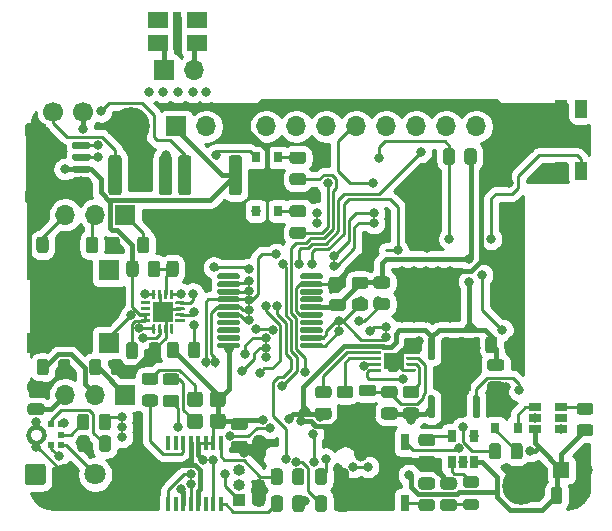
<source format=gbr>
%TF.GenerationSoftware,KiCad,Pcbnew,5.1.9*%
%TF.CreationDate,2021-02-12T16:46:06+00:00*%
%TF.ProjectId,watch2,77617463-6832-42e6-9b69-6361645f7063,rev?*%
%TF.SameCoordinates,Original*%
%TF.FileFunction,Copper,L1,Top*%
%TF.FilePolarity,Positive*%
%FSLAX46Y46*%
G04 Gerber Fmt 4.6, Leading zero omitted, Abs format (unit mm)*
G04 Created by KiCad (PCBNEW 5.1.9) date 2021-02-12 16:46:06*
%MOMM*%
%LPD*%
G01*
G04 APERTURE LIST*
%TA.AperFunction,EtchedComponent*%
%ADD10C,0.001000*%
%TD*%
%TA.AperFunction,SMDPad,CuDef*%
%ADD11R,1.000000X1.550000*%
%TD*%
%TA.AperFunction,ComponentPad*%
%ADD12C,0.800000*%
%TD*%
%TA.AperFunction,ComponentPad*%
%ADD13O,1.158000X2.316000*%
%TD*%
%TA.AperFunction,ComponentPad*%
%ADD14O,1.200000X2.400000*%
%TD*%
%TA.AperFunction,ComponentPad*%
%ADD15R,1.700000X1.700000*%
%TD*%
%TA.AperFunction,ComponentPad*%
%ADD16O,1.700000X1.700000*%
%TD*%
%TA.AperFunction,ComponentPad*%
%ADD17C,3.200000*%
%TD*%
%TA.AperFunction,ComponentPad*%
%ADD18R,1.350000X1.350000*%
%TD*%
%TA.AperFunction,ComponentPad*%
%ADD19O,1.350000X1.350000*%
%TD*%
%TA.AperFunction,SMDPad,CuDef*%
%ADD20R,0.700000X3.200000*%
%TD*%
%TA.AperFunction,SMDPad,CuDef*%
%ADD21R,1.700000X1.350000*%
%TD*%
%TA.AperFunction,ComponentPad*%
%ADD22R,1.000000X1.000000*%
%TD*%
%TA.AperFunction,ComponentPad*%
%ADD23O,1.000000X1.000000*%
%TD*%
%TA.AperFunction,SMDPad,CuDef*%
%ADD24C,1.700000*%
%TD*%
%TA.AperFunction,SMDPad,CuDef*%
%ADD25R,1.800000X1.800000*%
%TD*%
%TA.AperFunction,SMDPad,CuDef*%
%ADD26R,0.522000X0.600000*%
%TD*%
%TA.AperFunction,SMDPad,CuDef*%
%ADD27R,0.100000X0.100000*%
%TD*%
%TA.AperFunction,SMDPad,CuDef*%
%ADD28R,0.800000X0.900000*%
%TD*%
%TA.AperFunction,SMDPad,CuDef*%
%ADD29R,0.700000X1.450000*%
%TD*%
%TA.AperFunction,SMDPad,CuDef*%
%ADD30R,0.400000X1.200000*%
%TD*%
%TA.AperFunction,SMDPad,CuDef*%
%ADD31R,0.650000X1.060000*%
%TD*%
%TA.AperFunction,SMDPad,CuDef*%
%ADD32R,1.700000X1.400000*%
%TD*%
%TA.AperFunction,SMDPad,CuDef*%
%ADD33R,1.060000X0.650000*%
%TD*%
%TA.AperFunction,SMDPad,CuDef*%
%ADD34R,3.000000X2.290000*%
%TD*%
%TA.AperFunction,SMDPad,CuDef*%
%ADD35R,1.700000X1.700000*%
%TD*%
%TA.AperFunction,ComponentPad*%
%ADD36C,1.800000*%
%TD*%
%TA.AperFunction,ViaPad*%
%ADD37C,0.800000*%
%TD*%
%TA.AperFunction,Conductor*%
%ADD38C,0.250000*%
%TD*%
%TA.AperFunction,Conductor*%
%ADD39C,0.381000*%
%TD*%
%TA.AperFunction,Conductor*%
%ADD40C,0.254000*%
%TD*%
%TA.AperFunction,Conductor*%
%ADD41C,0.100000*%
%TD*%
G04 APERTURE END LIST*
D10*
%TO.C,MK1*%
G36*
X129605500Y-113845500D02*
G01*
X129905500Y-113845500D01*
X129904426Y-113798892D01*
X129901161Y-113757398D01*
X129895728Y-113716132D01*
X129888143Y-113675207D01*
X129878426Y-113634735D01*
X129866605Y-113594827D01*
X129852711Y-113555592D01*
X129836783Y-113517138D01*
X129818864Y-113479570D01*
X129799004Y-113442992D01*
X129777256Y-113407503D01*
X129753681Y-113373201D01*
X129728343Y-113340180D01*
X129701312Y-113308531D01*
X129672661Y-113278339D01*
X129642469Y-113249688D01*
X129610820Y-113222657D01*
X129577799Y-113197319D01*
X129543497Y-113173744D01*
X129508008Y-113151996D01*
X129471430Y-113132136D01*
X129433862Y-113114217D01*
X129395408Y-113098289D01*
X129356173Y-113084395D01*
X129316265Y-113072574D01*
X129275793Y-113062857D01*
X129234868Y-113055272D01*
X129193602Y-113049839D01*
X129152108Y-113046574D01*
X129115500Y-113045500D01*
X129072061Y-113046637D01*
X129028741Y-113050047D01*
X128985659Y-113055719D01*
X128942933Y-113063637D01*
X128900680Y-113073782D01*
X128859016Y-113086123D01*
X128818055Y-113100628D01*
X128777909Y-113117257D01*
X128738688Y-113135965D01*
X128700500Y-113156699D01*
X128663450Y-113179403D01*
X128627638Y-113204016D01*
X128593164Y-113230469D01*
X128560122Y-113258690D01*
X128528601Y-113288601D01*
X128498690Y-113320122D01*
X128470469Y-113353164D01*
X128444016Y-113387638D01*
X128419403Y-113423450D01*
X128396699Y-113460500D01*
X128375965Y-113498688D01*
X128357257Y-113537909D01*
X128340628Y-113578055D01*
X128326123Y-113619016D01*
X128313782Y-113660680D01*
X128303637Y-113702933D01*
X128295719Y-113745659D01*
X128290047Y-113788741D01*
X128286637Y-113832061D01*
X128285500Y-113875500D01*
X128285500Y-113885500D01*
X128286569Y-113926322D01*
X128289773Y-113967032D01*
X128295103Y-114007519D01*
X128302545Y-114047671D01*
X128312078Y-114087379D01*
X128323676Y-114126533D01*
X128337307Y-114165027D01*
X128352935Y-114202755D01*
X128370515Y-114239613D01*
X128390000Y-114275500D01*
X128411337Y-114310318D01*
X128434467Y-114343972D01*
X128459326Y-114376370D01*
X128485847Y-114407422D01*
X128513957Y-114437043D01*
X128543578Y-114465153D01*
X128574630Y-114491674D01*
X128607028Y-114516533D01*
X128640682Y-114539663D01*
X128675500Y-114561000D01*
X128711387Y-114580485D01*
X128748245Y-114598065D01*
X128785973Y-114613693D01*
X128824467Y-114627324D01*
X128863621Y-114638922D01*
X128903329Y-114648455D01*
X128943481Y-114655897D01*
X128983968Y-114661227D01*
X129024678Y-114664431D01*
X129065500Y-114665500D01*
X129095500Y-114665500D01*
X129137892Y-114664390D01*
X129180168Y-114661063D01*
X129222212Y-114655528D01*
X129263908Y-114647800D01*
X129305143Y-114637900D01*
X129345804Y-114625856D01*
X129385778Y-114611700D01*
X129424957Y-114595472D01*
X129463232Y-114577215D01*
X129500500Y-114556981D01*
X129536658Y-114534823D01*
X129571606Y-114510804D01*
X129605250Y-114484988D01*
X129637496Y-114457447D01*
X129668256Y-114428256D01*
X129697447Y-114397496D01*
X129724988Y-114365250D01*
X129750804Y-114331606D01*
X129774823Y-114296658D01*
X129796981Y-114260500D01*
X129817215Y-114223232D01*
X129835472Y-114184957D01*
X129851700Y-114145778D01*
X129865856Y-114105804D01*
X129877900Y-114065143D01*
X129887800Y-114023908D01*
X129895528Y-113982212D01*
X129901063Y-113940168D01*
X129904390Y-113897892D01*
X129905500Y-113855500D01*
X129605500Y-113855500D01*
X129605217Y-113878125D01*
X129603603Y-113904516D01*
X129600610Y-113930786D01*
X129596246Y-113956863D01*
X129590523Y-113982677D01*
X129583458Y-114008155D01*
X129575068Y-114033229D01*
X129565378Y-114057829D01*
X129554413Y-114081888D01*
X129542205Y-114105341D01*
X129528785Y-114128122D01*
X129514192Y-114150170D01*
X129498465Y-114171424D01*
X129481647Y-114191826D01*
X129463784Y-114211320D01*
X129444926Y-114229852D01*
X129425124Y-114247371D01*
X129404431Y-114263831D01*
X129382906Y-114279184D01*
X129360607Y-114293391D01*
X129337595Y-114306410D01*
X129313933Y-114318208D01*
X129289686Y-114328751D01*
X129264920Y-114338010D01*
X129239704Y-114345961D01*
X129214106Y-114352581D01*
X129188197Y-114357852D01*
X129162047Y-114361760D01*
X129135729Y-114364295D01*
X129105500Y-114365500D01*
X129078285Y-114364787D01*
X129051145Y-114362651D01*
X129024154Y-114359098D01*
X128997386Y-114354137D01*
X128970914Y-114347781D01*
X128944811Y-114340049D01*
X128919149Y-114330962D01*
X128893997Y-114320544D01*
X128869425Y-114308823D01*
X128845500Y-114295833D01*
X128822288Y-114281609D01*
X128799852Y-114266189D01*
X128778253Y-114249616D01*
X128757552Y-114231935D01*
X128737804Y-114213196D01*
X128719065Y-114193448D01*
X128701384Y-114172747D01*
X128684811Y-114151148D01*
X128669391Y-114128712D01*
X128655167Y-114105500D01*
X128642177Y-114081575D01*
X128630456Y-114057003D01*
X128620038Y-114031851D01*
X128610951Y-114006189D01*
X128603219Y-113980086D01*
X128596863Y-113953614D01*
X128591902Y-113926846D01*
X128588349Y-113899855D01*
X128586213Y-113872715D01*
X128585500Y-113845500D01*
X128585500Y-113835500D01*
X128586172Y-113809855D01*
X128588184Y-113784281D01*
X128591533Y-113758847D01*
X128596208Y-113733623D01*
X128602196Y-113708679D01*
X128609482Y-113684082D01*
X128618046Y-113659900D01*
X128627863Y-113636199D01*
X128638907Y-113613045D01*
X128651148Y-113590500D01*
X128664551Y-113568627D01*
X128679082Y-113547485D01*
X128694698Y-113527133D01*
X128711359Y-113507626D01*
X128729018Y-113489018D01*
X128747626Y-113471359D01*
X128767133Y-113454698D01*
X128787485Y-113439082D01*
X128808627Y-113424551D01*
X128830500Y-113411148D01*
X128853045Y-113398907D01*
X128876199Y-113387863D01*
X128899900Y-113378046D01*
X128924082Y-113369482D01*
X128948679Y-113362196D01*
X128973623Y-113356208D01*
X128998847Y-113351533D01*
X129024281Y-113348184D01*
X129049855Y-113346172D01*
X129075500Y-113345500D01*
X129105500Y-113345500D01*
X129131668Y-113346185D01*
X129157764Y-113348239D01*
X129183717Y-113351656D01*
X129209456Y-113356426D01*
X129234910Y-113362537D01*
X129260008Y-113369972D01*
X129284684Y-113378710D01*
X129308868Y-113388727D01*
X129332495Y-113399997D01*
X129355500Y-113412487D01*
X129377820Y-113426165D01*
X129399393Y-113440992D01*
X129420160Y-113456927D01*
X129440065Y-113473928D01*
X129459053Y-113491947D01*
X129477072Y-113510935D01*
X129494073Y-113530840D01*
X129510008Y-113551607D01*
X129524835Y-113573180D01*
X129538513Y-113595500D01*
X129551003Y-113618505D01*
X129562273Y-113642132D01*
X129572290Y-113666316D01*
X129581028Y-113690992D01*
X129588463Y-113716090D01*
X129594574Y-113741544D01*
X129599344Y-113767283D01*
X129602761Y-113793236D01*
X129604815Y-113819332D01*
X129605500Y-113845500D01*
G37*
X129605500Y-113845500D02*
X129905500Y-113845500D01*
X129904426Y-113798892D01*
X129901161Y-113757398D01*
X129895728Y-113716132D01*
X129888143Y-113675207D01*
X129878426Y-113634735D01*
X129866605Y-113594827D01*
X129852711Y-113555592D01*
X129836783Y-113517138D01*
X129818864Y-113479570D01*
X129799004Y-113442992D01*
X129777256Y-113407503D01*
X129753681Y-113373201D01*
X129728343Y-113340180D01*
X129701312Y-113308531D01*
X129672661Y-113278339D01*
X129642469Y-113249688D01*
X129610820Y-113222657D01*
X129577799Y-113197319D01*
X129543497Y-113173744D01*
X129508008Y-113151996D01*
X129471430Y-113132136D01*
X129433862Y-113114217D01*
X129395408Y-113098289D01*
X129356173Y-113084395D01*
X129316265Y-113072574D01*
X129275793Y-113062857D01*
X129234868Y-113055272D01*
X129193602Y-113049839D01*
X129152108Y-113046574D01*
X129115500Y-113045500D01*
X129072061Y-113046637D01*
X129028741Y-113050047D01*
X128985659Y-113055719D01*
X128942933Y-113063637D01*
X128900680Y-113073782D01*
X128859016Y-113086123D01*
X128818055Y-113100628D01*
X128777909Y-113117257D01*
X128738688Y-113135965D01*
X128700500Y-113156699D01*
X128663450Y-113179403D01*
X128627638Y-113204016D01*
X128593164Y-113230469D01*
X128560122Y-113258690D01*
X128528601Y-113288601D01*
X128498690Y-113320122D01*
X128470469Y-113353164D01*
X128444016Y-113387638D01*
X128419403Y-113423450D01*
X128396699Y-113460500D01*
X128375965Y-113498688D01*
X128357257Y-113537909D01*
X128340628Y-113578055D01*
X128326123Y-113619016D01*
X128313782Y-113660680D01*
X128303637Y-113702933D01*
X128295719Y-113745659D01*
X128290047Y-113788741D01*
X128286637Y-113832061D01*
X128285500Y-113875500D01*
X128285500Y-113885500D01*
X128286569Y-113926322D01*
X128289773Y-113967032D01*
X128295103Y-114007519D01*
X128302545Y-114047671D01*
X128312078Y-114087379D01*
X128323676Y-114126533D01*
X128337307Y-114165027D01*
X128352935Y-114202755D01*
X128370515Y-114239613D01*
X128390000Y-114275500D01*
X128411337Y-114310318D01*
X128434467Y-114343972D01*
X128459326Y-114376370D01*
X128485847Y-114407422D01*
X128513957Y-114437043D01*
X128543578Y-114465153D01*
X128574630Y-114491674D01*
X128607028Y-114516533D01*
X128640682Y-114539663D01*
X128675500Y-114561000D01*
X128711387Y-114580485D01*
X128748245Y-114598065D01*
X128785973Y-114613693D01*
X128824467Y-114627324D01*
X128863621Y-114638922D01*
X128903329Y-114648455D01*
X128943481Y-114655897D01*
X128983968Y-114661227D01*
X129024678Y-114664431D01*
X129065500Y-114665500D01*
X129095500Y-114665500D01*
X129137892Y-114664390D01*
X129180168Y-114661063D01*
X129222212Y-114655528D01*
X129263908Y-114647800D01*
X129305143Y-114637900D01*
X129345804Y-114625856D01*
X129385778Y-114611700D01*
X129424957Y-114595472D01*
X129463232Y-114577215D01*
X129500500Y-114556981D01*
X129536658Y-114534823D01*
X129571606Y-114510804D01*
X129605250Y-114484988D01*
X129637496Y-114457447D01*
X129668256Y-114428256D01*
X129697447Y-114397496D01*
X129724988Y-114365250D01*
X129750804Y-114331606D01*
X129774823Y-114296658D01*
X129796981Y-114260500D01*
X129817215Y-114223232D01*
X129835472Y-114184957D01*
X129851700Y-114145778D01*
X129865856Y-114105804D01*
X129877900Y-114065143D01*
X129887800Y-114023908D01*
X129895528Y-113982212D01*
X129901063Y-113940168D01*
X129904390Y-113897892D01*
X129905500Y-113855500D01*
X129605500Y-113855500D01*
X129605217Y-113878125D01*
X129603603Y-113904516D01*
X129600610Y-113930786D01*
X129596246Y-113956863D01*
X129590523Y-113982677D01*
X129583458Y-114008155D01*
X129575068Y-114033229D01*
X129565378Y-114057829D01*
X129554413Y-114081888D01*
X129542205Y-114105341D01*
X129528785Y-114128122D01*
X129514192Y-114150170D01*
X129498465Y-114171424D01*
X129481647Y-114191826D01*
X129463784Y-114211320D01*
X129444926Y-114229852D01*
X129425124Y-114247371D01*
X129404431Y-114263831D01*
X129382906Y-114279184D01*
X129360607Y-114293391D01*
X129337595Y-114306410D01*
X129313933Y-114318208D01*
X129289686Y-114328751D01*
X129264920Y-114338010D01*
X129239704Y-114345961D01*
X129214106Y-114352581D01*
X129188197Y-114357852D01*
X129162047Y-114361760D01*
X129135729Y-114364295D01*
X129105500Y-114365500D01*
X129078285Y-114364787D01*
X129051145Y-114362651D01*
X129024154Y-114359098D01*
X128997386Y-114354137D01*
X128970914Y-114347781D01*
X128944811Y-114340049D01*
X128919149Y-114330962D01*
X128893997Y-114320544D01*
X128869425Y-114308823D01*
X128845500Y-114295833D01*
X128822288Y-114281609D01*
X128799852Y-114266189D01*
X128778253Y-114249616D01*
X128757552Y-114231935D01*
X128737804Y-114213196D01*
X128719065Y-114193448D01*
X128701384Y-114172747D01*
X128684811Y-114151148D01*
X128669391Y-114128712D01*
X128655167Y-114105500D01*
X128642177Y-114081575D01*
X128630456Y-114057003D01*
X128620038Y-114031851D01*
X128610951Y-114006189D01*
X128603219Y-113980086D01*
X128596863Y-113953614D01*
X128591902Y-113926846D01*
X128588349Y-113899855D01*
X128586213Y-113872715D01*
X128585500Y-113845500D01*
X128585500Y-113835500D01*
X128586172Y-113809855D01*
X128588184Y-113784281D01*
X128591533Y-113758847D01*
X128596208Y-113733623D01*
X128602196Y-113708679D01*
X128609482Y-113684082D01*
X128618046Y-113659900D01*
X128627863Y-113636199D01*
X128638907Y-113613045D01*
X128651148Y-113590500D01*
X128664551Y-113568627D01*
X128679082Y-113547485D01*
X128694698Y-113527133D01*
X128711359Y-113507626D01*
X128729018Y-113489018D01*
X128747626Y-113471359D01*
X128767133Y-113454698D01*
X128787485Y-113439082D01*
X128808627Y-113424551D01*
X128830500Y-113411148D01*
X128853045Y-113398907D01*
X128876199Y-113387863D01*
X128899900Y-113378046D01*
X128924082Y-113369482D01*
X128948679Y-113362196D01*
X128973623Y-113356208D01*
X128998847Y-113351533D01*
X129024281Y-113348184D01*
X129049855Y-113346172D01*
X129075500Y-113345500D01*
X129105500Y-113345500D01*
X129131668Y-113346185D01*
X129157764Y-113348239D01*
X129183717Y-113351656D01*
X129209456Y-113356426D01*
X129234910Y-113362537D01*
X129260008Y-113369972D01*
X129284684Y-113378710D01*
X129308868Y-113388727D01*
X129332495Y-113399997D01*
X129355500Y-113412487D01*
X129377820Y-113426165D01*
X129399393Y-113440992D01*
X129420160Y-113456927D01*
X129440065Y-113473928D01*
X129459053Y-113491947D01*
X129477072Y-113510935D01*
X129494073Y-113530840D01*
X129510008Y-113551607D01*
X129524835Y-113573180D01*
X129538513Y-113595500D01*
X129551003Y-113618505D01*
X129562273Y-113642132D01*
X129572290Y-113666316D01*
X129581028Y-113690992D01*
X129588463Y-113716090D01*
X129594574Y-113741544D01*
X129599344Y-113767283D01*
X129602761Y-113793236D01*
X129604815Y-113819332D01*
X129605500Y-113845500D01*
%TD*%
D11*
%TO.P,IO0,1*%
%TO.N,ESP_IO0*%
X175221000Y-91525000D03*
X175221000Y-86275000D03*
%TO.P,IO0,2*%
%TO.N,GND*%
X173521000Y-86275000D03*
X173521000Y-91525000D03*
%TD*%
D12*
%TO.P,U7,39*%
%TO.N,GND*%
X164106000Y-100000000D03*
X163106000Y-100000000D03*
X162106000Y-100000000D03*
X161106000Y-100000000D03*
X160106000Y-100000000D03*
X164106000Y-102000000D03*
X163106000Y-102000000D03*
X162106000Y-102000000D03*
X161106000Y-102000000D03*
X160106000Y-102000000D03*
X160106000Y-101000000D03*
X161106000Y-101000000D03*
X162106000Y-101000000D03*
X163106000Y-101000000D03*
X164106000Y-101000000D03*
X164106000Y-103000000D03*
X163106000Y-103000000D03*
X162106000Y-103000000D03*
X161106000Y-103000000D03*
X160106000Y-103000000D03*
X160106000Y-104000000D03*
X161106000Y-104000000D03*
X162106000Y-104000000D03*
X163106000Y-104000000D03*
X164106000Y-104000000D03*
%TD*%
D13*
%TO.P,J1,S3*%
%TO.N,GND*%
X156593000Y-114972000D03*
%TO.P,J1,S4*%
X147953000Y-114972000D03*
D14*
%TO.P,J1,S5*%
X156593000Y-118797000D03*
%TO.P,J1,S6*%
X147953000Y-118797000D03*
%TD*%
%TO.P,R28,2*%
%TO.N,Net-(J7-Pad1)*%
%TA.AperFunction,SMDPad,CuDef*%
G36*
G01*
X139497000Y-93334750D02*
X139497000Y-90434250D01*
G75*
G02*
X139746750Y-90184500I249750J0D01*
G01*
X140372250Y-90184500D01*
G75*
G02*
X140622000Y-90434250I0J-249750D01*
G01*
X140622000Y-93334750D01*
G75*
G02*
X140372250Y-93584500I-249750J0D01*
G01*
X139746750Y-93584500D01*
G75*
G02*
X139497000Y-93334750I0J249750D01*
G01*
G37*
%TD.AperFunction*%
%TO.P,R28,1*%
%TA.AperFunction,SMDPad,CuDef*%
G36*
G01*
X135222000Y-93334750D02*
X135222000Y-90434250D01*
G75*
G02*
X135471750Y-90184500I249750J0D01*
G01*
X136097250Y-90184500D01*
G75*
G02*
X136347000Y-90434250I0J-249750D01*
G01*
X136347000Y-93334750D01*
G75*
G02*
X136097250Y-93584500I-249750J0D01*
G01*
X135471750Y-93584500D01*
G75*
G02*
X135222000Y-93334750I0J249750D01*
G01*
G37*
%TD.AperFunction*%
%TD*%
%TO.P,R32,2*%
%TO.N,LED_TORCH*%
%TA.AperFunction,SMDPad,CuDef*%
G36*
G01*
X150806999Y-91713000D02*
X151707001Y-91713000D01*
G75*
G02*
X151957000Y-91962999I0J-249999D01*
G01*
X151957000Y-92488001D01*
G75*
G02*
X151707001Y-92738000I-249999J0D01*
G01*
X150806999Y-92738000D01*
G75*
G02*
X150557000Y-92488001I0J249999D01*
G01*
X150557000Y-91962999D01*
G75*
G02*
X150806999Y-91713000I249999J0D01*
G01*
G37*
%TD.AperFunction*%
%TO.P,R32,1*%
%TO.N,Net-(Q2-Pad1)*%
%TA.AperFunction,SMDPad,CuDef*%
G36*
G01*
X150806999Y-89888000D02*
X151707001Y-89888000D01*
G75*
G02*
X151957000Y-90137999I0J-249999D01*
G01*
X151957000Y-90663001D01*
G75*
G02*
X151707001Y-90913000I-249999J0D01*
G01*
X150806999Y-90913000D01*
G75*
G02*
X150557000Y-90663001I0J249999D01*
G01*
X150557000Y-90137999D01*
G75*
G02*
X150806999Y-89888000I249999J0D01*
G01*
G37*
%TD.AperFunction*%
%TD*%
D15*
%TO.P,J4,1*%
%TO.N,DPAD_RIGHT*%
X136652000Y-95250000D03*
D16*
%TO.P,J4,2*%
%TO.N,DPAD_UP*%
X134112000Y-95250000D03*
%TO.P,J4,3*%
%TO.N,DPAD_LEFT*%
X131572000Y-95250000D03*
%TD*%
%TO.P,J2,1*%
%TO.N,I2C_SCL*%
%TA.AperFunction,SMDPad,CuDef*%
G36*
G01*
X132312000Y-89068500D02*
X133562000Y-89068500D01*
G75*
G02*
X133712000Y-89218500I0J-150000D01*
G01*
X133712000Y-89518500D01*
G75*
G02*
X133562000Y-89668500I-150000J0D01*
G01*
X132312000Y-89668500D01*
G75*
G02*
X132162000Y-89518500I0J150000D01*
G01*
X132162000Y-89218500D01*
G75*
G02*
X132312000Y-89068500I150000J0D01*
G01*
G37*
%TD.AperFunction*%
%TO.P,J2,2*%
%TO.N,I2C_SDA*%
%TA.AperFunction,SMDPad,CuDef*%
G36*
G01*
X132312000Y-90068500D02*
X133562000Y-90068500D01*
G75*
G02*
X133712000Y-90218500I0J-150000D01*
G01*
X133712000Y-90518500D01*
G75*
G02*
X133562000Y-90668500I-150000J0D01*
G01*
X132312000Y-90668500D01*
G75*
G02*
X132162000Y-90518500I0J150000D01*
G01*
X132162000Y-90218500D01*
G75*
G02*
X132312000Y-90068500I150000J0D01*
G01*
G37*
%TD.AperFunction*%
%TO.P,J2,3*%
%TO.N,+3V3*%
%TA.AperFunction,SMDPad,CuDef*%
G36*
G01*
X132312000Y-91068500D02*
X133562000Y-91068500D01*
G75*
G02*
X133712000Y-91218500I0J-150000D01*
G01*
X133712000Y-91518500D01*
G75*
G02*
X133562000Y-91668500I-150000J0D01*
G01*
X132312000Y-91668500D01*
G75*
G02*
X132162000Y-91518500I0J150000D01*
G01*
X132162000Y-91218500D01*
G75*
G02*
X132312000Y-91068500I150000J0D01*
G01*
G37*
%TD.AperFunction*%
%TO.P,J2,4*%
%TO.N,GND*%
%TA.AperFunction,SMDPad,CuDef*%
G36*
G01*
X132312000Y-92068500D02*
X133562000Y-92068500D01*
G75*
G02*
X133712000Y-92218500I0J-150000D01*
G01*
X133712000Y-92518500D01*
G75*
G02*
X133562000Y-92668500I-150000J0D01*
G01*
X132312000Y-92668500D01*
G75*
G02*
X132162000Y-92518500I0J150000D01*
G01*
X132162000Y-92218500D01*
G75*
G02*
X132312000Y-92068500I150000J0D01*
G01*
G37*
%TD.AperFunction*%
%TO.P,J2,MP*%
%TA.AperFunction,SMDPad,CuDef*%
G36*
G01*
X128411999Y-87468500D02*
X129712001Y-87468500D01*
G75*
G02*
X129962000Y-87718499I0J-249999D01*
G01*
X129962000Y-88418501D01*
G75*
G02*
X129712001Y-88668500I-249999J0D01*
G01*
X128411999Y-88668500D01*
G75*
G02*
X128162000Y-88418501I0J249999D01*
G01*
X128162000Y-87718499D01*
G75*
G02*
X128411999Y-87468500I249999J0D01*
G01*
G37*
%TD.AperFunction*%
%TA.AperFunction,SMDPad,CuDef*%
G36*
G01*
X128411999Y-93068500D02*
X129712001Y-93068500D01*
G75*
G02*
X129962000Y-93318499I0J-249999D01*
G01*
X129962000Y-94018501D01*
G75*
G02*
X129712001Y-94268500I-249999J0D01*
G01*
X128411999Y-94268500D01*
G75*
G02*
X128162000Y-94018501I0J249999D01*
G01*
X128162000Y-93318499D01*
G75*
G02*
X128411999Y-93068500I249999J0D01*
G01*
G37*
%TD.AperFunction*%
%TD*%
%TO.P,U6,20*%
%TO.N,+3V3*%
%TA.AperFunction,SMDPad,CuDef*%
G36*
G01*
X146357500Y-106178000D02*
X146357500Y-106428000D01*
G75*
G02*
X146232500Y-106553000I-125000J0D01*
G01*
X144582500Y-106553000D01*
G75*
G02*
X144457500Y-106428000I0J125000D01*
G01*
X144457500Y-106178000D01*
G75*
G02*
X144582500Y-106053000I125000J0D01*
G01*
X146232500Y-106053000D01*
G75*
G02*
X146357500Y-106178000I0J-125000D01*
G01*
G37*
%TD.AperFunction*%
%TO.P,U6,19*%
%TO.N,Net-(U6-Pad19)*%
%TA.AperFunction,SMDPad,CuDef*%
G36*
G01*
X146357500Y-105528000D02*
X146357500Y-105778000D01*
G75*
G02*
X146232500Y-105903000I-125000J0D01*
G01*
X144582500Y-105903000D01*
G75*
G02*
X144457500Y-105778000I0J125000D01*
G01*
X144457500Y-105528000D01*
G75*
G02*
X144582500Y-105403000I125000J0D01*
G01*
X146232500Y-105403000D01*
G75*
G02*
X146357500Y-105528000I0J-125000D01*
G01*
G37*
%TD.AperFunction*%
%TO.P,U6,18*%
%TO.N,Net-(U6-Pad18)*%
%TA.AperFunction,SMDPad,CuDef*%
G36*
G01*
X146357500Y-104878000D02*
X146357500Y-105128000D01*
G75*
G02*
X146232500Y-105253000I-125000J0D01*
G01*
X144582500Y-105253000D01*
G75*
G02*
X144457500Y-105128000I0J125000D01*
G01*
X144457500Y-104878000D01*
G75*
G02*
X144582500Y-104753000I125000J0D01*
G01*
X146232500Y-104753000D01*
G75*
G02*
X146357500Y-104878000I0J-125000D01*
G01*
G37*
%TD.AperFunction*%
%TO.P,U6,17*%
%TO.N,Net-(U6-Pad17)*%
%TA.AperFunction,SMDPad,CuDef*%
G36*
G01*
X146357500Y-104228000D02*
X146357500Y-104478000D01*
G75*
G02*
X146232500Y-104603000I-125000J0D01*
G01*
X144582500Y-104603000D01*
G75*
G02*
X144457500Y-104478000I0J125000D01*
G01*
X144457500Y-104228000D01*
G75*
G02*
X144582500Y-104103000I125000J0D01*
G01*
X146232500Y-104103000D01*
G75*
G02*
X146357500Y-104228000I0J-125000D01*
G01*
G37*
%TD.AperFunction*%
%TO.P,U6,16*%
%TO.N,DPAD_LEFT*%
%TA.AperFunction,SMDPad,CuDef*%
G36*
G01*
X146357500Y-103578000D02*
X146357500Y-103828000D01*
G75*
G02*
X146232500Y-103953000I-125000J0D01*
G01*
X144582500Y-103953000D01*
G75*
G02*
X144457500Y-103828000I0J125000D01*
G01*
X144457500Y-103578000D01*
G75*
G02*
X144582500Y-103453000I125000J0D01*
G01*
X146232500Y-103453000D01*
G75*
G02*
X146357500Y-103578000I0J-125000D01*
G01*
G37*
%TD.AperFunction*%
%TO.P,U6,15*%
%TO.N,DPAD_DOWN*%
%TA.AperFunction,SMDPad,CuDef*%
G36*
G01*
X146357500Y-102928000D02*
X146357500Y-103178000D01*
G75*
G02*
X146232500Y-103303000I-125000J0D01*
G01*
X144582500Y-103303000D01*
G75*
G02*
X144457500Y-103178000I0J125000D01*
G01*
X144457500Y-102928000D01*
G75*
G02*
X144582500Y-102803000I125000J0D01*
G01*
X146232500Y-102803000D01*
G75*
G02*
X146357500Y-102928000I0J-125000D01*
G01*
G37*
%TD.AperFunction*%
%TO.P,U6,14*%
%TO.N,DPAD_ENTER*%
%TA.AperFunction,SMDPad,CuDef*%
G36*
G01*
X146357500Y-102278000D02*
X146357500Y-102528000D01*
G75*
G02*
X146232500Y-102653000I-125000J0D01*
G01*
X144582500Y-102653000D01*
G75*
G02*
X144457500Y-102528000I0J125000D01*
G01*
X144457500Y-102278000D01*
G75*
G02*
X144582500Y-102153000I125000J0D01*
G01*
X146232500Y-102153000D01*
G75*
G02*
X146357500Y-102278000I0J-125000D01*
G01*
G37*
%TD.AperFunction*%
%TO.P,U6,13*%
%TO.N,DPAD_UP*%
%TA.AperFunction,SMDPad,CuDef*%
G36*
G01*
X146357500Y-101628000D02*
X146357500Y-101878000D01*
G75*
G02*
X146232500Y-102003000I-125000J0D01*
G01*
X144582500Y-102003000D01*
G75*
G02*
X144457500Y-101878000I0J125000D01*
G01*
X144457500Y-101628000D01*
G75*
G02*
X144582500Y-101503000I125000J0D01*
G01*
X146232500Y-101503000D01*
G75*
G02*
X146357500Y-101628000I0J-125000D01*
G01*
G37*
%TD.AperFunction*%
%TO.P,U6,12*%
%TO.N,DPAD_RIGHT*%
%TA.AperFunction,SMDPad,CuDef*%
G36*
G01*
X146357500Y-100978000D02*
X146357500Y-101228000D01*
G75*
G02*
X146232500Y-101353000I-125000J0D01*
G01*
X144582500Y-101353000D01*
G75*
G02*
X144457500Y-101228000I0J125000D01*
G01*
X144457500Y-100978000D01*
G75*
G02*
X144582500Y-100853000I125000J0D01*
G01*
X146232500Y-100853000D01*
G75*
G02*
X146357500Y-100978000I0J-125000D01*
G01*
G37*
%TD.AperFunction*%
%TO.P,U6,11*%
%TO.N,Net-(U6-Pad11)*%
%TA.AperFunction,SMDPad,CuDef*%
G36*
G01*
X146357500Y-100328000D02*
X146357500Y-100578000D01*
G75*
G02*
X146232500Y-100703000I-125000J0D01*
G01*
X144582500Y-100703000D01*
G75*
G02*
X144457500Y-100578000I0J125000D01*
G01*
X144457500Y-100328000D01*
G75*
G02*
X144582500Y-100203000I125000J0D01*
G01*
X146232500Y-100203000D01*
G75*
G02*
X146357500Y-100328000I0J-125000D01*
G01*
G37*
%TD.AperFunction*%
%TO.P,U6,10*%
%TO.N,Net-(U6-Pad10)*%
%TA.AperFunction,SMDPad,CuDef*%
G36*
G01*
X153357500Y-100328000D02*
X153357500Y-100578000D01*
G75*
G02*
X153232500Y-100703000I-125000J0D01*
G01*
X151582500Y-100703000D01*
G75*
G02*
X151457500Y-100578000I0J125000D01*
G01*
X151457500Y-100328000D01*
G75*
G02*
X151582500Y-100203000I125000J0D01*
G01*
X153232500Y-100203000D01*
G75*
G02*
X153357500Y-100328000I0J-125000D01*
G01*
G37*
%TD.AperFunction*%
%TO.P,U6,9*%
%TO.N,GND*%
%TA.AperFunction,SMDPad,CuDef*%
G36*
G01*
X153357500Y-100978000D02*
X153357500Y-101228000D01*
G75*
G02*
X153232500Y-101353000I-125000J0D01*
G01*
X151582500Y-101353000D01*
G75*
G02*
X151457500Y-101228000I0J125000D01*
G01*
X151457500Y-100978000D01*
G75*
G02*
X151582500Y-100853000I125000J0D01*
G01*
X153232500Y-100853000D01*
G75*
G02*
X153357500Y-100978000I0J-125000D01*
G01*
G37*
%TD.AperFunction*%
%TO.P,U6,8*%
%TO.N,Net-(U6-Pad8)*%
%TA.AperFunction,SMDPad,CuDef*%
G36*
G01*
X153357500Y-101628000D02*
X153357500Y-101878000D01*
G75*
G02*
X153232500Y-102003000I-125000J0D01*
G01*
X151582500Y-102003000D01*
G75*
G02*
X151457500Y-101878000I0J125000D01*
G01*
X151457500Y-101628000D01*
G75*
G02*
X151582500Y-101503000I125000J0D01*
G01*
X153232500Y-101503000D01*
G75*
G02*
X153357500Y-101628000I0J-125000D01*
G01*
G37*
%TD.AperFunction*%
%TO.P,U6,7*%
%TO.N,Net-(U6-Pad7)*%
%TA.AperFunction,SMDPad,CuDef*%
G36*
G01*
X153357500Y-102278000D02*
X153357500Y-102528000D01*
G75*
G02*
X153232500Y-102653000I-125000J0D01*
G01*
X151582500Y-102653000D01*
G75*
G02*
X151457500Y-102528000I0J125000D01*
G01*
X151457500Y-102278000D01*
G75*
G02*
X151582500Y-102153000I125000J0D01*
G01*
X153232500Y-102153000D01*
G75*
G02*
X153357500Y-102278000I0J-125000D01*
G01*
G37*
%TD.AperFunction*%
%TO.P,U6,6*%
%TO.N,+3V3*%
%TA.AperFunction,SMDPad,CuDef*%
G36*
G01*
X153357500Y-102928000D02*
X153357500Y-103178000D01*
G75*
G02*
X153232500Y-103303000I-125000J0D01*
G01*
X151582500Y-103303000D01*
G75*
G02*
X151457500Y-103178000I0J125000D01*
G01*
X151457500Y-102928000D01*
G75*
G02*
X151582500Y-102803000I125000J0D01*
G01*
X153232500Y-102803000D01*
G75*
G02*
X153357500Y-102928000I0J-125000D01*
G01*
G37*
%TD.AperFunction*%
%TO.P,U6,5*%
%TO.N,GND*%
%TA.AperFunction,SMDPad,CuDef*%
G36*
G01*
X153357500Y-103578000D02*
X153357500Y-103828000D01*
G75*
G02*
X153232500Y-103953000I-125000J0D01*
G01*
X151582500Y-103953000D01*
G75*
G02*
X151457500Y-103828000I0J125000D01*
G01*
X151457500Y-103578000D01*
G75*
G02*
X151582500Y-103453000I125000J0D01*
G01*
X153232500Y-103453000D01*
G75*
G02*
X153357500Y-103578000I0J-125000D01*
G01*
G37*
%TD.AperFunction*%
%TO.P,U6,4*%
%TO.N,Net-(U6-Pad4)*%
%TA.AperFunction,SMDPad,CuDef*%
G36*
G01*
X153357500Y-104228000D02*
X153357500Y-104478000D01*
G75*
G02*
X153232500Y-104603000I-125000J0D01*
G01*
X151582500Y-104603000D01*
G75*
G02*
X151457500Y-104478000I0J125000D01*
G01*
X151457500Y-104228000D01*
G75*
G02*
X151582500Y-104103000I125000J0D01*
G01*
X153232500Y-104103000D01*
G75*
G02*
X153357500Y-104228000I0J-125000D01*
G01*
G37*
%TD.AperFunction*%
%TO.P,U6,3*%
%TO.N,Net-(U6-Pad3)*%
%TA.AperFunction,SMDPad,CuDef*%
G36*
G01*
X153357500Y-104878000D02*
X153357500Y-105128000D01*
G75*
G02*
X153232500Y-105253000I-125000J0D01*
G01*
X151582500Y-105253000D01*
G75*
G02*
X151457500Y-105128000I0J125000D01*
G01*
X151457500Y-104878000D01*
G75*
G02*
X151582500Y-104753000I125000J0D01*
G01*
X153232500Y-104753000D01*
G75*
G02*
X153357500Y-104878000I0J-125000D01*
G01*
G37*
%TD.AperFunction*%
%TO.P,U6,2*%
%TO.N,I2C_SDA*%
%TA.AperFunction,SMDPad,CuDef*%
G36*
G01*
X153357500Y-105528000D02*
X153357500Y-105778000D01*
G75*
G02*
X153232500Y-105903000I-125000J0D01*
G01*
X151582500Y-105903000D01*
G75*
G02*
X151457500Y-105778000I0J125000D01*
G01*
X151457500Y-105528000D01*
G75*
G02*
X151582500Y-105403000I125000J0D01*
G01*
X153232500Y-105403000D01*
G75*
G02*
X153357500Y-105528000I0J-125000D01*
G01*
G37*
%TD.AperFunction*%
%TO.P,U6,1*%
%TO.N,I2C_SCL*%
%TA.AperFunction,SMDPad,CuDef*%
G36*
G01*
X153357500Y-106178000D02*
X153357500Y-106428000D01*
G75*
G02*
X153232500Y-106553000I-125000J0D01*
G01*
X151582500Y-106553000D01*
G75*
G02*
X151457500Y-106428000I0J125000D01*
G01*
X151457500Y-106178000D01*
G75*
G02*
X151582500Y-106053000I125000J0D01*
G01*
X153232500Y-106053000D01*
G75*
G02*
X153357500Y-106178000I0J-125000D01*
G01*
G37*
%TD.AperFunction*%
%TD*%
D17*
%TO.P,U$7,P$1*%
%TO.N,GND*%
X137134600Y-118198900D03*
%TD*%
%TO.P,U$8,P$1*%
%TO.N,GND*%
X170154600Y-118198900D03*
%TD*%
%TO.P,U$9,P$1*%
%TO.N,GND*%
X137134600Y-87718900D03*
%TD*%
%TO.P,U$10,P$1*%
%TO.N,GND*%
X170154600Y-87718900D03*
%TD*%
D18*
%TO.P,BT1,1*%
%TO.N,+5V*%
X173577500Y-116840000D03*
D19*
%TO.P,BT1,2*%
%TO.N,GND*%
X175577500Y-116840000D03*
%TD*%
%TO.P,C1,1*%
%TO.N,+3V3*%
%TA.AperFunction,SMDPad,CuDef*%
G36*
G01*
X145829000Y-112466500D02*
X146779000Y-112466500D01*
G75*
G02*
X147029000Y-112716500I0J-250000D01*
G01*
X147029000Y-113216500D01*
G75*
G02*
X146779000Y-113466500I-250000J0D01*
G01*
X145829000Y-113466500D01*
G75*
G02*
X145579000Y-113216500I0J250000D01*
G01*
X145579000Y-112716500D01*
G75*
G02*
X145829000Y-112466500I250000J0D01*
G01*
G37*
%TD.AperFunction*%
%TO.P,C1,2*%
%TO.N,GND*%
%TA.AperFunction,SMDPad,CuDef*%
G36*
G01*
X145829000Y-114366500D02*
X146779000Y-114366500D01*
G75*
G02*
X147029000Y-114616500I0J-250000D01*
G01*
X147029000Y-115116500D01*
G75*
G02*
X146779000Y-115366500I-250000J0D01*
G01*
X145829000Y-115366500D01*
G75*
G02*
X145579000Y-115116500I0J250000D01*
G01*
X145579000Y-114616500D01*
G75*
G02*
X145829000Y-114366500I250000J0D01*
G01*
G37*
%TD.AperFunction*%
%TD*%
%TO.P,C2,2*%
%TO.N,GND*%
%TA.AperFunction,SMDPad,CuDef*%
G36*
G01*
X174567000Y-119474000D02*
X174567000Y-118524000D01*
G75*
G02*
X174817000Y-118274000I250000J0D01*
G01*
X175317000Y-118274000D01*
G75*
G02*
X175567000Y-118524000I0J-250000D01*
G01*
X175567000Y-119474000D01*
G75*
G02*
X175317000Y-119724000I-250000J0D01*
G01*
X174817000Y-119724000D01*
G75*
G02*
X174567000Y-119474000I0J250000D01*
G01*
G37*
%TD.AperFunction*%
%TO.P,C2,1*%
%TO.N,+5V*%
%TA.AperFunction,SMDPad,CuDef*%
G36*
G01*
X172667000Y-119474000D02*
X172667000Y-118524000D01*
G75*
G02*
X172917000Y-118274000I250000J0D01*
G01*
X173417000Y-118274000D01*
G75*
G02*
X173667000Y-118524000I0J-250000D01*
G01*
X173667000Y-119474000D01*
G75*
G02*
X173417000Y-119724000I-250000J0D01*
G01*
X172917000Y-119724000D01*
G75*
G02*
X172667000Y-119474000I0J250000D01*
G01*
G37*
%TD.AperFunction*%
%TD*%
%TO.P,C3,2*%
%TO.N,GND*%
%TA.AperFunction,SMDPad,CuDef*%
G36*
G01*
X156687500Y-111514000D02*
X157637500Y-111514000D01*
G75*
G02*
X157887500Y-111764000I0J-250000D01*
G01*
X157887500Y-112264000D01*
G75*
G02*
X157637500Y-112514000I-250000J0D01*
G01*
X156687500Y-112514000D01*
G75*
G02*
X156437500Y-112264000I0J250000D01*
G01*
X156437500Y-111764000D01*
G75*
G02*
X156687500Y-111514000I250000J0D01*
G01*
G37*
%TD.AperFunction*%
%TO.P,C3,1*%
%TO.N,Net-(C3-Pad1)*%
%TA.AperFunction,SMDPad,CuDef*%
G36*
G01*
X156687500Y-109614000D02*
X157637500Y-109614000D01*
G75*
G02*
X157887500Y-109864000I0J-250000D01*
G01*
X157887500Y-110364000D01*
G75*
G02*
X157637500Y-110614000I-250000J0D01*
G01*
X156687500Y-110614000D01*
G75*
G02*
X156437500Y-110364000I0J250000D01*
G01*
X156437500Y-109864000D01*
G75*
G02*
X156687500Y-109614000I250000J0D01*
G01*
G37*
%TD.AperFunction*%
%TD*%
%TO.P,C4,1*%
%TO.N,+3V3*%
%TA.AperFunction,SMDPad,CuDef*%
G36*
G01*
X167546000Y-107450000D02*
X168496000Y-107450000D01*
G75*
G02*
X168746000Y-107700000I0J-250000D01*
G01*
X168746000Y-108200000D01*
G75*
G02*
X168496000Y-108450000I-250000J0D01*
G01*
X167546000Y-108450000D01*
G75*
G02*
X167296000Y-108200000I0J250000D01*
G01*
X167296000Y-107700000D01*
G75*
G02*
X167546000Y-107450000I250000J0D01*
G01*
G37*
%TD.AperFunction*%
%TO.P,C4,2*%
%TO.N,GND*%
%TA.AperFunction,SMDPad,CuDef*%
G36*
G01*
X167546000Y-109350000D02*
X168496000Y-109350000D01*
G75*
G02*
X168746000Y-109600000I0J-250000D01*
G01*
X168746000Y-110100000D01*
G75*
G02*
X168496000Y-110350000I-250000J0D01*
G01*
X167546000Y-110350000D01*
G75*
G02*
X167296000Y-110100000I0J250000D01*
G01*
X167296000Y-109600000D01*
G75*
G02*
X167546000Y-109350000I250000J0D01*
G01*
G37*
%TD.AperFunction*%
%TD*%
%TO.P,C5,1*%
%TO.N,+3V3*%
%TA.AperFunction,SMDPad,CuDef*%
G36*
G01*
X155097500Y-103367500D02*
X154147500Y-103367500D01*
G75*
G02*
X153897500Y-103117500I0J250000D01*
G01*
X153897500Y-102617500D01*
G75*
G02*
X154147500Y-102367500I250000J0D01*
G01*
X155097500Y-102367500D01*
G75*
G02*
X155347500Y-102617500I0J-250000D01*
G01*
X155347500Y-103117500D01*
G75*
G02*
X155097500Y-103367500I-250000J0D01*
G01*
G37*
%TD.AperFunction*%
%TO.P,C5,2*%
%TO.N,GND*%
%TA.AperFunction,SMDPad,CuDef*%
G36*
G01*
X155097500Y-101467500D02*
X154147500Y-101467500D01*
G75*
G02*
X153897500Y-101217500I0J250000D01*
G01*
X153897500Y-100717500D01*
G75*
G02*
X154147500Y-100467500I250000J0D01*
G01*
X155097500Y-100467500D01*
G75*
G02*
X155347500Y-100717500I0J-250000D01*
G01*
X155347500Y-101217500D01*
G75*
G02*
X155097500Y-101467500I-250000J0D01*
G01*
G37*
%TD.AperFunction*%
%TD*%
%TO.P,C6,2*%
%TO.N,GND*%
%TA.AperFunction,SMDPad,CuDef*%
G36*
G01*
X169045000Y-106710500D02*
X169045000Y-105760500D01*
G75*
G02*
X169295000Y-105510500I250000J0D01*
G01*
X169795000Y-105510500D01*
G75*
G02*
X170045000Y-105760500I0J-250000D01*
G01*
X170045000Y-106710500D01*
G75*
G02*
X169795000Y-106960500I-250000J0D01*
G01*
X169295000Y-106960500D01*
G75*
G02*
X169045000Y-106710500I0J250000D01*
G01*
G37*
%TD.AperFunction*%
%TO.P,C6,1*%
%TO.N,+3V3*%
%TA.AperFunction,SMDPad,CuDef*%
G36*
G01*
X167145000Y-106710500D02*
X167145000Y-105760500D01*
G75*
G02*
X167395000Y-105510500I250000J0D01*
G01*
X167895000Y-105510500D01*
G75*
G02*
X168145000Y-105760500I0J-250000D01*
G01*
X168145000Y-106710500D01*
G75*
G02*
X167895000Y-106960500I-250000J0D01*
G01*
X167395000Y-106960500D01*
G75*
G02*
X167145000Y-106710500I0J250000D01*
G01*
G37*
%TD.AperFunction*%
%TD*%
%TO.P,C7,2*%
%TO.N,GND*%
%TA.AperFunction,SMDPad,CuDef*%
G36*
G01*
X138623500Y-107218500D02*
X138623500Y-106268500D01*
G75*
G02*
X138873500Y-106018500I250000J0D01*
G01*
X139373500Y-106018500D01*
G75*
G02*
X139623500Y-106268500I0J-250000D01*
G01*
X139623500Y-107218500D01*
G75*
G02*
X139373500Y-107468500I-250000J0D01*
G01*
X138873500Y-107468500D01*
G75*
G02*
X138623500Y-107218500I0J250000D01*
G01*
G37*
%TD.AperFunction*%
%TO.P,C7,1*%
%TO.N,+3V3*%
%TA.AperFunction,SMDPad,CuDef*%
G36*
G01*
X136723500Y-107218500D02*
X136723500Y-106268500D01*
G75*
G02*
X136973500Y-106018500I250000J0D01*
G01*
X137473500Y-106018500D01*
G75*
G02*
X137723500Y-106268500I0J-250000D01*
G01*
X137723500Y-107218500D01*
G75*
G02*
X137473500Y-107468500I-250000J0D01*
G01*
X136973500Y-107468500D01*
G75*
G02*
X136723500Y-107218500I0J250000D01*
G01*
G37*
%TD.AperFunction*%
%TD*%
%TO.P,C8,1*%
%TO.N,+3V3*%
%TA.AperFunction,SMDPad,CuDef*%
G36*
G01*
X129570500Y-112196500D02*
X128620500Y-112196500D01*
G75*
G02*
X128370500Y-111946500I0J250000D01*
G01*
X128370500Y-111446500D01*
G75*
G02*
X128620500Y-111196500I250000J0D01*
G01*
X129570500Y-111196500D01*
G75*
G02*
X129820500Y-111446500I0J-250000D01*
G01*
X129820500Y-111946500D01*
G75*
G02*
X129570500Y-112196500I-250000J0D01*
G01*
G37*
%TD.AperFunction*%
%TO.P,C8,2*%
%TO.N,GND*%
%TA.AperFunction,SMDPad,CuDef*%
G36*
G01*
X129570500Y-110296500D02*
X128620500Y-110296500D01*
G75*
G02*
X128370500Y-110046500I0J250000D01*
G01*
X128370500Y-109546500D01*
G75*
G02*
X128620500Y-109296500I250000J0D01*
G01*
X129570500Y-109296500D01*
G75*
G02*
X129820500Y-109546500I0J-250000D01*
G01*
X129820500Y-110046500D01*
G75*
G02*
X129570500Y-110296500I-250000J0D01*
G01*
G37*
%TD.AperFunction*%
%TD*%
%TO.P,D1,2*%
%TO.N,Net-(D1-Pad2)*%
%TA.AperFunction,SMDPad,CuDef*%
G36*
G01*
X166383500Y-118336000D02*
X165467500Y-118336000D01*
G75*
G02*
X165275500Y-118144000I0J192000D01*
G01*
X165275500Y-117528000D01*
G75*
G02*
X165467500Y-117336000I192000J0D01*
G01*
X166383500Y-117336000D01*
G75*
G02*
X166575500Y-117528000I0J-192000D01*
G01*
X166575500Y-118144000D01*
G75*
G02*
X166383500Y-118336000I-192000J0D01*
G01*
G37*
%TD.AperFunction*%
%TO.P,D1,1*%
%TO.N,Net-(D1-Pad1)*%
%TA.AperFunction,SMDPad,CuDef*%
G36*
G01*
X166383500Y-120261000D02*
X165467500Y-120261000D01*
G75*
G02*
X165275500Y-120069000I0J192000D01*
G01*
X165275500Y-119453000D01*
G75*
G02*
X165467500Y-119261000I192000J0D01*
G01*
X166383500Y-119261000D01*
G75*
G02*
X166575500Y-119453000I0J-192000D01*
G01*
X166575500Y-120069000D01*
G75*
G02*
X166383500Y-120261000I-192000J0D01*
G01*
G37*
%TD.AperFunction*%
%TD*%
%TO.P,D2,1*%
%TO.N,Net-(D2-Pad1)*%
%TA.AperFunction,SMDPad,CuDef*%
G36*
G01*
X141895000Y-111271000D02*
X141895000Y-110471000D01*
G75*
G02*
X142145000Y-110221000I250000J0D01*
G01*
X142970000Y-110221000D01*
G75*
G02*
X143220000Y-110471000I0J-250000D01*
G01*
X143220000Y-111271000D01*
G75*
G02*
X142970000Y-111521000I-250000J0D01*
G01*
X142145000Y-111521000D01*
G75*
G02*
X141895000Y-111271000I0J250000D01*
G01*
G37*
%TD.AperFunction*%
%TO.P,D2,2*%
%TO.N,+3V3*%
%TA.AperFunction,SMDPad,CuDef*%
G36*
G01*
X143820000Y-111271000D02*
X143820000Y-110471000D01*
G75*
G02*
X144070000Y-110221000I250000J0D01*
G01*
X144895000Y-110221000D01*
G75*
G02*
X145145000Y-110471000I0J-250000D01*
G01*
X145145000Y-111271000D01*
G75*
G02*
X144895000Y-111521000I-250000J0D01*
G01*
X144070000Y-111521000D01*
G75*
G02*
X143820000Y-111271000I0J250000D01*
G01*
G37*
%TD.AperFunction*%
%TD*%
%TO.P,D3,1*%
%TO.N,Net-(D3-Pad1)*%
%TA.AperFunction,SMDPad,CuDef*%
G36*
G01*
X141895000Y-113112500D02*
X141895000Y-112312500D01*
G75*
G02*
X142145000Y-112062500I250000J0D01*
G01*
X142970000Y-112062500D01*
G75*
G02*
X143220000Y-112312500I0J-250000D01*
G01*
X143220000Y-113112500D01*
G75*
G02*
X142970000Y-113362500I-250000J0D01*
G01*
X142145000Y-113362500D01*
G75*
G02*
X141895000Y-113112500I0J250000D01*
G01*
G37*
%TD.AperFunction*%
%TO.P,D3,2*%
%TO.N,+3V3*%
%TA.AperFunction,SMDPad,CuDef*%
G36*
G01*
X143820000Y-113112500D02*
X143820000Y-112312500D01*
G75*
G02*
X144070000Y-112062500I250000J0D01*
G01*
X144895000Y-112062500D01*
G75*
G02*
X145145000Y-112312500I0J-250000D01*
G01*
X145145000Y-113112500D01*
G75*
G02*
X144895000Y-113362500I-250000J0D01*
G01*
X144070000Y-113362500D01*
G75*
G02*
X143820000Y-113112500I0J250000D01*
G01*
G37*
%TD.AperFunction*%
%TD*%
D20*
%TO.P,D4,5*%
%TO.N,GND*%
X141071600Y-79692500D03*
D21*
%TO.P,D4,1*%
%TO.N,+3V3*%
X139382500Y-78740000D03*
%TO.P,D4,2*%
X139382500Y-80670400D03*
%TO.P,D4,4*%
%TO.N,Net-(J7-Pad1)*%
X142735300Y-80670400D03*
%TO.P,D4,3*%
X142735300Y-78740000D03*
%TD*%
D22*
%TO.P,J3,1*%
%TO.N,ESP_RX*%
X146304000Y-119380000D03*
D23*
%TO.P,J3,2*%
%TO.N,ESP_TX*%
X146304000Y-118110000D03*
%TO.P,J3,3*%
%TO.N,GND*%
X146304000Y-116840000D03*
%TD*%
D16*
%TO.P,J5,3*%
%TO.N,+3V3*%
X131572000Y-110490000D03*
%TO.P,J5,2*%
%TO.N,DPAD_DOWN*%
X134112000Y-110490000D03*
D15*
%TO.P,J5,1*%
%TO.N,DPAD_ENTER*%
X136652000Y-110490000D03*
%TD*%
%TO.P,J6,1*%
%TO.N,+3V3*%
X140970000Y-87757000D03*
D16*
%TO.P,J6,2*%
%TO.N,Net-(J6-Pad2)*%
X143510000Y-87757000D03*
%TO.P,J6,3*%
%TO.N,GND*%
X146050000Y-87757000D03*
%TO.P,J6,4*%
%TO.N,TFT_CLOCK*%
X148590000Y-87757000D03*
%TO.P,J6,5*%
%TO.N,TFT_MISO*%
X151130000Y-87757000D03*
%TO.P,J6,6*%
%TO.N,TFT_MOSI*%
X153670000Y-87757000D03*
%TO.P,J6,7*%
%TO.N,TFT_CS*%
X156210000Y-87757000D03*
%TO.P,J6,8*%
%TO.N,TFT_RESET*%
X158750000Y-87757000D03*
%TO.P,J6,9*%
%TO.N,TFT_DC*%
X161290000Y-87757000D03*
%TO.P,J6,10*%
%TO.N,SD_CS*%
X163830000Y-87757000D03*
%TO.P,J6,11*%
%TO.N,TFT_BL*%
X166370000Y-87757000D03*
%TD*%
D24*
%TO.P,J7,1*%
%TO.N,Net-(J7-Pad1)*%
X130556000Y-86550500D03*
%TO.P,J7,2*%
%TO.N,+3V3*%
X133096000Y-86550500D03*
%TD*%
D16*
%TO.P,J8,2*%
%TO.N,Net-(J7-Pad1)*%
X142430500Y-82994500D03*
D15*
%TO.P,J8,1*%
%TO.N,+3V3*%
X139890500Y-82994500D03*
%TD*%
D25*
%TO.P,LS1,P*%
%TO.N,Net-(LS1-Pad2)*%
X135309000Y-106072000D03*
%TO.P,LS1,1*%
%TO.N,GND*%
X129159000Y-106072000D03*
%TO.P,LS1,2*%
X129159000Y-99922000D03*
%TO.P,LS1,N*%
%TO.N,Net-(LS1-Pad1)*%
X135309000Y-99922000D03*
%TD*%
D26*
%TO.P,MK1,2*%
%TO.N,Net-(MK1-Pad2)*%
X130347500Y-112955500D03*
%TO.P,MK1,1*%
%TO.N,I2S_LRC*%
X131169500Y-112955500D03*
%TO.P,MK1,6*%
%TO.N,Net-(MK1-Pad6)*%
X131169500Y-113855500D03*
%TO.P,MK1,5*%
%TO.N,+3V3*%
X131169500Y-114755500D03*
%TO.P,MK1,4*%
%TO.N,I2S_BLK*%
X130347500Y-114755500D03*
D27*
%TO.P,MK1,3*%
%TO.N,GND*%
X129115500Y-114505500D03*
%TD*%
D28*
%TO.P,Q1,1*%
%TO.N,Net-(Q1-Pad1)*%
X167962500Y-113284000D03*
%TO.P,Q1,2*%
%TO.N,Net-(Q1-Pad2)*%
X169862500Y-113284000D03*
%TO.P,Q1,3*%
%TO.N,GND*%
X168912500Y-111284000D03*
%TD*%
%TO.P,Q2,1*%
%TO.N,Net-(Q2-Pad1)*%
X149603500Y-90376500D03*
%TO.P,Q2,2*%
%TO.N,Net-(J7-Pad1)*%
X147703500Y-90376500D03*
%TO.P,Q2,3*%
%TO.N,GND*%
X148653500Y-92376500D03*
%TD*%
%TO.P,Q3,3*%
%TO.N,GND*%
X148653500Y-96901000D03*
%TO.P,Q3,2*%
%TO.N,Net-(D5-Pad1)*%
X147703500Y-94901000D03*
%TO.P,Q3,1*%
%TO.N,Net-(Q3-Pad1)*%
X149603500Y-94901000D03*
%TD*%
%TO.P,R1,2*%
%TO.N,ESP_IO0*%
%TA.AperFunction,SMDPad,CuDef*%
G36*
G01*
X164573000Y-89846999D02*
X164573000Y-90747001D01*
G75*
G02*
X164323001Y-90997000I-249999J0D01*
G01*
X163797999Y-90997000D01*
G75*
G02*
X163548000Y-90747001I0J249999D01*
G01*
X163548000Y-89846999D01*
G75*
G02*
X163797999Y-89597000I249999J0D01*
G01*
X164323001Y-89597000D01*
G75*
G02*
X164573000Y-89846999I0J-249999D01*
G01*
G37*
%TD.AperFunction*%
%TO.P,R1,1*%
%TO.N,+3V3*%
%TA.AperFunction,SMDPad,CuDef*%
G36*
G01*
X166398000Y-89846999D02*
X166398000Y-90747001D01*
G75*
G02*
X166148001Y-90997000I-249999J0D01*
G01*
X165622999Y-90997000D01*
G75*
G02*
X165373000Y-90747001I0J249999D01*
G01*
X165373000Y-89846999D01*
G75*
G02*
X165622999Y-89597000I249999J0D01*
G01*
X166148001Y-89597000D01*
G75*
G02*
X166398000Y-89846999I0J-249999D01*
G01*
G37*
%TD.AperFunction*%
%TD*%
%TO.P,R2,1*%
%TO.N,+3V3*%
%TA.AperFunction,SMDPad,CuDef*%
G36*
G01*
X156077499Y-100492500D02*
X156977501Y-100492500D01*
G75*
G02*
X157227500Y-100742499I0J-249999D01*
G01*
X157227500Y-101267501D01*
G75*
G02*
X156977501Y-101517500I-249999J0D01*
G01*
X156077499Y-101517500D01*
G75*
G02*
X155827500Y-101267501I0J249999D01*
G01*
X155827500Y-100742499D01*
G75*
G02*
X156077499Y-100492500I249999J0D01*
G01*
G37*
%TD.AperFunction*%
%TO.P,R2,2*%
%TO.N,I2C_SDA*%
%TA.AperFunction,SMDPad,CuDef*%
G36*
G01*
X156077499Y-102317500D02*
X156977501Y-102317500D01*
G75*
G02*
X157227500Y-102567499I0J-249999D01*
G01*
X157227500Y-103092501D01*
G75*
G02*
X156977501Y-103342500I-249999J0D01*
G01*
X156077499Y-103342500D01*
G75*
G02*
X155827500Y-103092501I0J249999D01*
G01*
X155827500Y-102567499D01*
G75*
G02*
X156077499Y-102317500I249999J0D01*
G01*
G37*
%TD.AperFunction*%
%TD*%
%TO.P,R3,2*%
%TO.N,I2C_SCL*%
%TA.AperFunction,SMDPad,CuDef*%
G36*
G01*
X157918999Y-102277500D02*
X158819001Y-102277500D01*
G75*
G02*
X159069000Y-102527499I0J-249999D01*
G01*
X159069000Y-103052501D01*
G75*
G02*
X158819001Y-103302500I-249999J0D01*
G01*
X157918999Y-103302500D01*
G75*
G02*
X157669000Y-103052501I0J249999D01*
G01*
X157669000Y-102527499D01*
G75*
G02*
X157918999Y-102277500I249999J0D01*
G01*
G37*
%TD.AperFunction*%
%TO.P,R3,1*%
%TO.N,+3V3*%
%TA.AperFunction,SMDPad,CuDef*%
G36*
G01*
X157918999Y-100452500D02*
X158819001Y-100452500D01*
G75*
G02*
X159069000Y-100702499I0J-249999D01*
G01*
X159069000Y-101227501D01*
G75*
G02*
X158819001Y-101477500I-249999J0D01*
G01*
X157918999Y-101477500D01*
G75*
G02*
X157669000Y-101227501I0J249999D01*
G01*
X157669000Y-100702499D01*
G75*
G02*
X157918999Y-100452500I249999J0D01*
G01*
G37*
%TD.AperFunction*%
%TD*%
%TO.P,R4,2*%
%TO.N,USB_D-*%
%TA.AperFunction,SMDPad,CuDef*%
G36*
G01*
X150791500Y-117861501D02*
X150791500Y-116961499D01*
G75*
G02*
X151041499Y-116711500I249999J0D01*
G01*
X151566501Y-116711500D01*
G75*
G02*
X151816500Y-116961499I0J-249999D01*
G01*
X151816500Y-117861501D01*
G75*
G02*
X151566501Y-118111500I-249999J0D01*
G01*
X151041499Y-118111500D01*
G75*
G02*
X150791500Y-117861501I0J249999D01*
G01*
G37*
%TD.AperFunction*%
%TO.P,R4,1*%
%TO.N,Net-(R4-Pad1)*%
%TA.AperFunction,SMDPad,CuDef*%
G36*
G01*
X148966500Y-117861501D02*
X148966500Y-116961499D01*
G75*
G02*
X149216499Y-116711500I249999J0D01*
G01*
X149741501Y-116711500D01*
G75*
G02*
X149991500Y-116961499I0J-249999D01*
G01*
X149991500Y-117861501D01*
G75*
G02*
X149741501Y-118111500I-249999J0D01*
G01*
X149216499Y-118111500D01*
G75*
G02*
X148966500Y-117861501I0J249999D01*
G01*
G37*
%TD.AperFunction*%
%TD*%
%TO.P,R5,1*%
%TO.N,Net-(R5-Pad1)*%
%TA.AperFunction,SMDPad,CuDef*%
G36*
G01*
X148983000Y-120147501D02*
X148983000Y-119247499D01*
G75*
G02*
X149232999Y-118997500I249999J0D01*
G01*
X149758001Y-118997500D01*
G75*
G02*
X150008000Y-119247499I0J-249999D01*
G01*
X150008000Y-120147501D01*
G75*
G02*
X149758001Y-120397500I-249999J0D01*
G01*
X149232999Y-120397500D01*
G75*
G02*
X148983000Y-120147501I0J249999D01*
G01*
G37*
%TD.AperFunction*%
%TO.P,R5,2*%
%TO.N,USB_D+*%
%TA.AperFunction,SMDPad,CuDef*%
G36*
G01*
X150808000Y-120147501D02*
X150808000Y-119247499D01*
G75*
G02*
X151057999Y-118997500I249999J0D01*
G01*
X151583001Y-118997500D01*
G75*
G02*
X151833000Y-119247499I0J-249999D01*
G01*
X151833000Y-120147501D01*
G75*
G02*
X151583001Y-120397500I-249999J0D01*
G01*
X151057999Y-120397500D01*
G75*
G02*
X150808000Y-120147501I0J249999D01*
G01*
G37*
%TD.AperFunction*%
%TD*%
%TO.P,R6,1*%
%TO.N,+3V3*%
%TA.AperFunction,SMDPad,CuDef*%
G36*
G01*
X161728999Y-117470500D02*
X162629001Y-117470500D01*
G75*
G02*
X162879000Y-117720499I0J-249999D01*
G01*
X162879000Y-118245501D01*
G75*
G02*
X162629001Y-118495500I-249999J0D01*
G01*
X161728999Y-118495500D01*
G75*
G02*
X161479000Y-118245501I0J249999D01*
G01*
X161479000Y-117720499D01*
G75*
G02*
X161728999Y-117470500I249999J0D01*
G01*
G37*
%TD.AperFunction*%
%TO.P,R6,2*%
%TO.N,ESP_EN*%
%TA.AperFunction,SMDPad,CuDef*%
G36*
G01*
X161728999Y-119295500D02*
X162629001Y-119295500D01*
G75*
G02*
X162879000Y-119545499I0J-249999D01*
G01*
X162879000Y-120070501D01*
G75*
G02*
X162629001Y-120320500I-249999J0D01*
G01*
X161728999Y-120320500D01*
G75*
G02*
X161479000Y-120070501I0J249999D01*
G01*
X161479000Y-119545499D01*
G75*
G02*
X161728999Y-119295500I249999J0D01*
G01*
G37*
%TD.AperFunction*%
%TD*%
%TO.P,R7,2*%
%TO.N,Net-(J1-PadA5)*%
%TA.AperFunction,SMDPad,CuDef*%
G36*
G01*
X153738000Y-116961499D02*
X153738000Y-117861501D01*
G75*
G02*
X153488001Y-118111500I-249999J0D01*
G01*
X152962999Y-118111500D01*
G75*
G02*
X152713000Y-117861501I0J249999D01*
G01*
X152713000Y-116961499D01*
G75*
G02*
X152962999Y-116711500I249999J0D01*
G01*
X153488001Y-116711500D01*
G75*
G02*
X153738000Y-116961499I0J-249999D01*
G01*
G37*
%TD.AperFunction*%
%TO.P,R7,1*%
%TO.N,GND*%
%TA.AperFunction,SMDPad,CuDef*%
G36*
G01*
X155563000Y-116961499D02*
X155563000Y-117861501D01*
G75*
G02*
X155313001Y-118111500I-249999J0D01*
G01*
X154787999Y-118111500D01*
G75*
G02*
X154538000Y-117861501I0J249999D01*
G01*
X154538000Y-116961499D01*
G75*
G02*
X154787999Y-116711500I249999J0D01*
G01*
X155313001Y-116711500D01*
G75*
G02*
X155563000Y-116961499I0J-249999D01*
G01*
G37*
%TD.AperFunction*%
%TD*%
%TO.P,R8,2*%
%TO.N,Net-(J1-PadB5)*%
%TA.AperFunction,SMDPad,CuDef*%
G36*
G01*
X153738000Y-119247499D02*
X153738000Y-120147501D01*
G75*
G02*
X153488001Y-120397500I-249999J0D01*
G01*
X152962999Y-120397500D01*
G75*
G02*
X152713000Y-120147501I0J249999D01*
G01*
X152713000Y-119247499D01*
G75*
G02*
X152962999Y-118997500I249999J0D01*
G01*
X153488001Y-118997500D01*
G75*
G02*
X153738000Y-119247499I0J-249999D01*
G01*
G37*
%TD.AperFunction*%
%TO.P,R8,1*%
%TO.N,GND*%
%TA.AperFunction,SMDPad,CuDef*%
G36*
G01*
X155563000Y-119247499D02*
X155563000Y-120147501D01*
G75*
G02*
X155313001Y-120397500I-249999J0D01*
G01*
X154787999Y-120397500D01*
G75*
G02*
X154538000Y-120147501I0J249999D01*
G01*
X154538000Y-119247499D01*
G75*
G02*
X154787999Y-118997500I249999J0D01*
G01*
X155313001Y-118997500D01*
G75*
G02*
X155563000Y-119247499I0J-249999D01*
G01*
G37*
%TD.AperFunction*%
%TD*%
%TO.P,R9,1*%
%TO.N,Net-(R9-Pad1)*%
%TA.AperFunction,SMDPad,CuDef*%
G36*
G01*
X161728999Y-113804000D02*
X162629001Y-113804000D01*
G75*
G02*
X162879000Y-114053999I0J-249999D01*
G01*
X162879000Y-114579001D01*
G75*
G02*
X162629001Y-114829000I-249999J0D01*
G01*
X161728999Y-114829000D01*
G75*
G02*
X161479000Y-114579001I0J249999D01*
G01*
X161479000Y-114053999D01*
G75*
G02*
X161728999Y-113804000I249999J0D01*
G01*
G37*
%TD.AperFunction*%
%TO.P,R9,2*%
%TO.N,GND*%
%TA.AperFunction,SMDPad,CuDef*%
G36*
G01*
X161728999Y-115629000D02*
X162629001Y-115629000D01*
G75*
G02*
X162879000Y-115878999I0J-249999D01*
G01*
X162879000Y-116404001D01*
G75*
G02*
X162629001Y-116654000I-249999J0D01*
G01*
X161728999Y-116654000D01*
G75*
G02*
X161479000Y-116404001I0J249999D01*
G01*
X161479000Y-115878999D01*
G75*
G02*
X161728999Y-115629000I249999J0D01*
G01*
G37*
%TD.AperFunction*%
%TD*%
%TO.P,R10,2*%
%TO.N,GND*%
%TA.AperFunction,SMDPad,CuDef*%
G36*
G01*
X164470501Y-118495500D02*
X163570499Y-118495500D01*
G75*
G02*
X163320500Y-118245501I0J249999D01*
G01*
X163320500Y-117720499D01*
G75*
G02*
X163570499Y-117470500I249999J0D01*
G01*
X164470501Y-117470500D01*
G75*
G02*
X164720500Y-117720499I0J-249999D01*
G01*
X164720500Y-118245501D01*
G75*
G02*
X164470501Y-118495500I-249999J0D01*
G01*
G37*
%TD.AperFunction*%
%TO.P,R10,1*%
%TO.N,Net-(D1-Pad1)*%
%TA.AperFunction,SMDPad,CuDef*%
G36*
G01*
X164470501Y-120320500D02*
X163570499Y-120320500D01*
G75*
G02*
X163320500Y-120070501I0J249999D01*
G01*
X163320500Y-119545499D01*
G75*
G02*
X163570499Y-119295500I249999J0D01*
G01*
X164470501Y-119295500D01*
G75*
G02*
X164720500Y-119545499I0J-249999D01*
G01*
X164720500Y-120070501D01*
G75*
G02*
X164470501Y-120320500I-249999J0D01*
G01*
G37*
%TD.AperFunction*%
%TD*%
%TO.P,R11,1*%
%TO.N,DPAD_RIGHT*%
%TA.AperFunction,SMDPad,CuDef*%
G36*
G01*
X137663500Y-98240001D02*
X137663500Y-97339999D01*
G75*
G02*
X137913499Y-97090000I249999J0D01*
G01*
X138438501Y-97090000D01*
G75*
G02*
X138688500Y-97339999I0J-249999D01*
G01*
X138688500Y-98240001D01*
G75*
G02*
X138438501Y-98490000I-249999J0D01*
G01*
X137913499Y-98490000D01*
G75*
G02*
X137663500Y-98240001I0J249999D01*
G01*
G37*
%TD.AperFunction*%
%TO.P,R11,2*%
%TO.N,GND*%
%TA.AperFunction,SMDPad,CuDef*%
G36*
G01*
X139488500Y-98240001D02*
X139488500Y-97339999D01*
G75*
G02*
X139738499Y-97090000I249999J0D01*
G01*
X140263501Y-97090000D01*
G75*
G02*
X140513500Y-97339999I0J-249999D01*
G01*
X140513500Y-98240001D01*
G75*
G02*
X140263501Y-98490000I-249999J0D01*
G01*
X139738499Y-98490000D01*
G75*
G02*
X139488500Y-98240001I0J249999D01*
G01*
G37*
%TD.AperFunction*%
%TD*%
%TO.P,R12,2*%
%TO.N,GND*%
%TA.AperFunction,SMDPad,CuDef*%
G36*
G01*
X135147000Y-98240001D02*
X135147000Y-97339999D01*
G75*
G02*
X135396999Y-97090000I249999J0D01*
G01*
X135922001Y-97090000D01*
G75*
G02*
X136172000Y-97339999I0J-249999D01*
G01*
X136172000Y-98240001D01*
G75*
G02*
X135922001Y-98490000I-249999J0D01*
G01*
X135396999Y-98490000D01*
G75*
G02*
X135147000Y-98240001I0J249999D01*
G01*
G37*
%TD.AperFunction*%
%TO.P,R12,1*%
%TO.N,DPAD_UP*%
%TA.AperFunction,SMDPad,CuDef*%
G36*
G01*
X133322000Y-98240001D02*
X133322000Y-97339999D01*
G75*
G02*
X133571999Y-97090000I249999J0D01*
G01*
X134097001Y-97090000D01*
G75*
G02*
X134347000Y-97339999I0J-249999D01*
G01*
X134347000Y-98240001D01*
G75*
G02*
X134097001Y-98490000I-249999J0D01*
G01*
X133571999Y-98490000D01*
G75*
G02*
X133322000Y-98240001I0J249999D01*
G01*
G37*
%TD.AperFunction*%
%TD*%
%TO.P,R13,1*%
%TO.N,DPAD_LEFT*%
%TA.AperFunction,SMDPad,CuDef*%
G36*
G01*
X129131000Y-98240001D02*
X129131000Y-97339999D01*
G75*
G02*
X129380999Y-97090000I249999J0D01*
G01*
X129906001Y-97090000D01*
G75*
G02*
X130156000Y-97339999I0J-249999D01*
G01*
X130156000Y-98240001D01*
G75*
G02*
X129906001Y-98490000I-249999J0D01*
G01*
X129380999Y-98490000D01*
G75*
G02*
X129131000Y-98240001I0J249999D01*
G01*
G37*
%TD.AperFunction*%
%TO.P,R13,2*%
%TO.N,GND*%
%TA.AperFunction,SMDPad,CuDef*%
G36*
G01*
X130956000Y-98240001D02*
X130956000Y-97339999D01*
G75*
G02*
X131205999Y-97090000I249999J0D01*
G01*
X131731001Y-97090000D01*
G75*
G02*
X131981000Y-97339999I0J-249999D01*
G01*
X131981000Y-98240001D01*
G75*
G02*
X131731001Y-98490000I-249999J0D01*
G01*
X131205999Y-98490000D01*
G75*
G02*
X130956000Y-98240001I0J249999D01*
G01*
G37*
%TD.AperFunction*%
%TD*%
%TO.P,R14,1*%
%TO.N,+5V*%
%TA.AperFunction,SMDPad,CuDef*%
G36*
G01*
X176027501Y-113987000D02*
X175127499Y-113987000D01*
G75*
G02*
X174877500Y-113737001I0J249999D01*
G01*
X174877500Y-113211999D01*
G75*
G02*
X175127499Y-112962000I249999J0D01*
G01*
X176027501Y-112962000D01*
G75*
G02*
X176277500Y-113211999I0J-249999D01*
G01*
X176277500Y-113737001D01*
G75*
G02*
X176027501Y-113987000I-249999J0D01*
G01*
G37*
%TD.AperFunction*%
%TO.P,R14,2*%
%TO.N,Net-(R14-Pad2)*%
%TA.AperFunction,SMDPad,CuDef*%
G36*
G01*
X176027501Y-112162000D02*
X175127499Y-112162000D01*
G75*
G02*
X174877500Y-111912001I0J249999D01*
G01*
X174877500Y-111386999D01*
G75*
G02*
X175127499Y-111137000I249999J0D01*
G01*
X176027501Y-111137000D01*
G75*
G02*
X176277500Y-111386999I0J-249999D01*
G01*
X176277500Y-111912001D01*
G75*
G02*
X176027501Y-112162000I-249999J0D01*
G01*
G37*
%TD.AperFunction*%
%TD*%
%TO.P,R15,1*%
%TO.N,Net-(R15-Pad1)*%
%TA.AperFunction,SMDPad,CuDef*%
G36*
G01*
X160395499Y-109723500D02*
X161295501Y-109723500D01*
G75*
G02*
X161545500Y-109973499I0J-249999D01*
G01*
X161545500Y-110498501D01*
G75*
G02*
X161295501Y-110748500I-249999J0D01*
G01*
X160395499Y-110748500D01*
G75*
G02*
X160145500Y-110498501I0J249999D01*
G01*
X160145500Y-109973499D01*
G75*
G02*
X160395499Y-109723500I249999J0D01*
G01*
G37*
%TD.AperFunction*%
%TO.P,R15,2*%
%TO.N,+5V*%
%TA.AperFunction,SMDPad,CuDef*%
G36*
G01*
X160395499Y-111548500D02*
X161295501Y-111548500D01*
G75*
G02*
X161545500Y-111798499I0J-249999D01*
G01*
X161545500Y-112323501D01*
G75*
G02*
X161295501Y-112573500I-249999J0D01*
G01*
X160395499Y-112573500D01*
G75*
G02*
X160145500Y-112323501I0J249999D01*
G01*
X160145500Y-111798499D01*
G75*
G02*
X160395499Y-111548500I249999J0D01*
G01*
G37*
%TD.AperFunction*%
%TD*%
%TO.P,R16,2*%
%TO.N,+5V*%
%TA.AperFunction,SMDPad,CuDef*%
G36*
G01*
X158553999Y-111548500D02*
X159454001Y-111548500D01*
G75*
G02*
X159704000Y-111798499I0J-249999D01*
G01*
X159704000Y-112323501D01*
G75*
G02*
X159454001Y-112573500I-249999J0D01*
G01*
X158553999Y-112573500D01*
G75*
G02*
X158304000Y-112323501I0J249999D01*
G01*
X158304000Y-111798499D01*
G75*
G02*
X158553999Y-111548500I249999J0D01*
G01*
G37*
%TD.AperFunction*%
%TO.P,R16,1*%
%TO.N,Net-(C3-Pad1)*%
%TA.AperFunction,SMDPad,CuDef*%
G36*
G01*
X158553999Y-109723500D02*
X159454001Y-109723500D01*
G75*
G02*
X159704000Y-109973499I0J-249999D01*
G01*
X159704000Y-110498501D01*
G75*
G02*
X159454001Y-110748500I-249999J0D01*
G01*
X158553999Y-110748500D01*
G75*
G02*
X158304000Y-110498501I0J249999D01*
G01*
X158304000Y-109973499D01*
G75*
G02*
X158553999Y-109723500I249999J0D01*
G01*
G37*
%TD.AperFunction*%
%TD*%
%TO.P,R17,1*%
%TO.N,Net-(D2-Pad1)*%
%TA.AperFunction,SMDPad,CuDef*%
G36*
G01*
X138297499Y-108620500D02*
X139197501Y-108620500D01*
G75*
G02*
X139447500Y-108870499I0J-249999D01*
G01*
X139447500Y-109395501D01*
G75*
G02*
X139197501Y-109645500I-249999J0D01*
G01*
X138297499Y-109645500D01*
G75*
G02*
X138047500Y-109395501I0J249999D01*
G01*
X138047500Y-108870499D01*
G75*
G02*
X138297499Y-108620500I249999J0D01*
G01*
G37*
%TD.AperFunction*%
%TO.P,R17,2*%
%TO.N,Net-(R17-Pad2)*%
%TA.AperFunction,SMDPad,CuDef*%
G36*
G01*
X138297499Y-110445500D02*
X139197501Y-110445500D01*
G75*
G02*
X139447500Y-110695499I0J-249999D01*
G01*
X139447500Y-111220501D01*
G75*
G02*
X139197501Y-111470500I-249999J0D01*
G01*
X138297499Y-111470500D01*
G75*
G02*
X138047500Y-111220501I0J249999D01*
G01*
X138047500Y-110695499D01*
G75*
G02*
X138297499Y-110445500I249999J0D01*
G01*
G37*
%TD.AperFunction*%
%TD*%
%TO.P,R18,2*%
%TO.N,Net-(R18-Pad2)*%
%TA.AperFunction,SMDPad,CuDef*%
G36*
G01*
X140075499Y-110485500D02*
X140975501Y-110485500D01*
G75*
G02*
X141225500Y-110735499I0J-249999D01*
G01*
X141225500Y-111260501D01*
G75*
G02*
X140975501Y-111510500I-249999J0D01*
G01*
X140075499Y-111510500D01*
G75*
G02*
X139825500Y-111260501I0J249999D01*
G01*
X139825500Y-110735499D01*
G75*
G02*
X140075499Y-110485500I249999J0D01*
G01*
G37*
%TD.AperFunction*%
%TO.P,R18,1*%
%TO.N,Net-(D3-Pad1)*%
%TA.AperFunction,SMDPad,CuDef*%
G36*
G01*
X140075499Y-108660500D02*
X140975501Y-108660500D01*
G75*
G02*
X141225500Y-108910499I0J-249999D01*
G01*
X141225500Y-109435501D01*
G75*
G02*
X140975501Y-109685500I-249999J0D01*
G01*
X140075499Y-109685500D01*
G75*
G02*
X139825500Y-109435501I0J249999D01*
G01*
X139825500Y-108910499D01*
G75*
G02*
X140075499Y-108660500I249999J0D01*
G01*
G37*
%TD.AperFunction*%
%TD*%
%TO.P,R19,1*%
%TO.N,DPAD_DOWN*%
%TA.AperFunction,SMDPad,CuDef*%
G36*
G01*
X129154500Y-108590501D02*
X129154500Y-107690499D01*
G75*
G02*
X129404499Y-107440500I249999J0D01*
G01*
X129929501Y-107440500D01*
G75*
G02*
X130179500Y-107690499I0J-249999D01*
G01*
X130179500Y-108590501D01*
G75*
G02*
X129929501Y-108840500I-249999J0D01*
G01*
X129404499Y-108840500D01*
G75*
G02*
X129154500Y-108590501I0J249999D01*
G01*
G37*
%TD.AperFunction*%
%TO.P,R19,2*%
%TO.N,GND*%
%TA.AperFunction,SMDPad,CuDef*%
G36*
G01*
X130979500Y-108590501D02*
X130979500Y-107690499D01*
G75*
G02*
X131229499Y-107440500I249999J0D01*
G01*
X131754501Y-107440500D01*
G75*
G02*
X132004500Y-107690499I0J-249999D01*
G01*
X132004500Y-108590501D01*
G75*
G02*
X131754501Y-108840500I-249999J0D01*
G01*
X131229499Y-108840500D01*
G75*
G02*
X130979500Y-108590501I0J249999D01*
G01*
G37*
%TD.AperFunction*%
%TD*%
%TO.P,R20,2*%
%TO.N,GND*%
%TA.AperFunction,SMDPad,CuDef*%
G36*
G01*
X135424500Y-108590501D02*
X135424500Y-107690499D01*
G75*
G02*
X135674499Y-107440500I249999J0D01*
G01*
X136199501Y-107440500D01*
G75*
G02*
X136449500Y-107690499I0J-249999D01*
G01*
X136449500Y-108590501D01*
G75*
G02*
X136199501Y-108840500I-249999J0D01*
G01*
X135674499Y-108840500D01*
G75*
G02*
X135424500Y-108590501I0J249999D01*
G01*
G37*
%TD.AperFunction*%
%TO.P,R20,1*%
%TO.N,DPAD_ENTER*%
%TA.AperFunction,SMDPad,CuDef*%
G36*
G01*
X133599500Y-108590501D02*
X133599500Y-107690499D01*
G75*
G02*
X133849499Y-107440500I249999J0D01*
G01*
X134374501Y-107440500D01*
G75*
G02*
X134624500Y-107690499I0J-249999D01*
G01*
X134624500Y-108590501D01*
G75*
G02*
X134374501Y-108840500I-249999J0D01*
G01*
X133849499Y-108840500D01*
G75*
G02*
X133599500Y-108590501I0J249999D01*
G01*
G37*
%TD.AperFunction*%
%TD*%
%TO.P,R21,2*%
%TO.N,GND*%
%TA.AperFunction,SMDPad,CuDef*%
G36*
G01*
X154807499Y-111548500D02*
X155707501Y-111548500D01*
G75*
G02*
X155957500Y-111798499I0J-249999D01*
G01*
X155957500Y-112323501D01*
G75*
G02*
X155707501Y-112573500I-249999J0D01*
G01*
X154807499Y-112573500D01*
G75*
G02*
X154557500Y-112323501I0J249999D01*
G01*
X154557500Y-111798499D01*
G75*
G02*
X154807499Y-111548500I249999J0D01*
G01*
G37*
%TD.AperFunction*%
%TO.P,R21,1*%
%TO.N,Net-(R21-Pad1)*%
%TA.AperFunction,SMDPad,CuDef*%
G36*
G01*
X154807499Y-109723500D02*
X155707501Y-109723500D01*
G75*
G02*
X155957500Y-109973499I0J-249999D01*
G01*
X155957500Y-110498501D01*
G75*
G02*
X155707501Y-110748500I-249999J0D01*
G01*
X154807499Y-110748500D01*
G75*
G02*
X154557500Y-110498501I0J249999D01*
G01*
X154557500Y-109973499D01*
G75*
G02*
X154807499Y-109723500I249999J0D01*
G01*
G37*
%TD.AperFunction*%
%TD*%
%TO.P,R22,2*%
%TO.N,Net-(Q1-Pad1)*%
%TA.AperFunction,SMDPad,CuDef*%
G36*
G01*
X169270000Y-115702501D02*
X169270000Y-114802499D01*
G75*
G02*
X169519999Y-114552500I249999J0D01*
G01*
X170045001Y-114552500D01*
G75*
G02*
X170295000Y-114802499I0J-249999D01*
G01*
X170295000Y-115702501D01*
G75*
G02*
X170045001Y-115952500I-249999J0D01*
G01*
X169519999Y-115952500D01*
G75*
G02*
X169270000Y-115702501I0J249999D01*
G01*
G37*
%TD.AperFunction*%
%TO.P,R22,1*%
%TO.N,DPAD_ENTER*%
%TA.AperFunction,SMDPad,CuDef*%
G36*
G01*
X167445000Y-115702501D02*
X167445000Y-114802499D01*
G75*
G02*
X167694999Y-114552500I249999J0D01*
G01*
X168220001Y-114552500D01*
G75*
G02*
X168470000Y-114802499I0J-249999D01*
G01*
X168470000Y-115702501D01*
G75*
G02*
X168220001Y-115952500I-249999J0D01*
G01*
X167694999Y-115952500D01*
G75*
G02*
X167445000Y-115702501I0J249999D01*
G01*
G37*
%TD.AperFunction*%
%TD*%
%TO.P,R23,1*%
%TO.N,+3V3*%
%TA.AperFunction,SMDPad,CuDef*%
G36*
G01*
X153866001Y-112590000D02*
X152965999Y-112590000D01*
G75*
G02*
X152716000Y-112340001I0J249999D01*
G01*
X152716000Y-111814999D01*
G75*
G02*
X152965999Y-111565000I249999J0D01*
G01*
X153866001Y-111565000D01*
G75*
G02*
X154116000Y-111814999I0J-249999D01*
G01*
X154116000Y-112340001D01*
G75*
G02*
X153866001Y-112590000I-249999J0D01*
G01*
G37*
%TD.AperFunction*%
%TO.P,R23,2*%
%TO.N,Net-(R23-Pad2)*%
%TA.AperFunction,SMDPad,CuDef*%
G36*
G01*
X153866001Y-110765000D02*
X152965999Y-110765000D01*
G75*
G02*
X152716000Y-110515001I0J249999D01*
G01*
X152716000Y-109989999D01*
G75*
G02*
X152965999Y-109740000I249999J0D01*
G01*
X153866001Y-109740000D01*
G75*
G02*
X154116000Y-109989999I0J-249999D01*
G01*
X154116000Y-110515001D01*
G75*
G02*
X153866001Y-110765000I-249999J0D01*
G01*
G37*
%TD.AperFunction*%
%TD*%
%TO.P,R24,1*%
%TO.N,+3V3*%
%TA.AperFunction,SMDPad,CuDef*%
G36*
G01*
X140156500Y-107130001D02*
X140156500Y-106229999D01*
G75*
G02*
X140406499Y-105980000I249999J0D01*
G01*
X140931501Y-105980000D01*
G75*
G02*
X141181500Y-106229999I0J-249999D01*
G01*
X141181500Y-107130001D01*
G75*
G02*
X140931501Y-107380000I-249999J0D01*
G01*
X140406499Y-107380000D01*
G75*
G02*
X140156500Y-107130001I0J249999D01*
G01*
G37*
%TD.AperFunction*%
%TO.P,R24,2*%
%TO.N,Net-(R24-Pad2)*%
%TA.AperFunction,SMDPad,CuDef*%
G36*
G01*
X141981500Y-107130001D02*
X141981500Y-106229999D01*
G75*
G02*
X142231499Y-105980000I249999J0D01*
G01*
X142756501Y-105980000D01*
G75*
G02*
X143006500Y-106229999I0J-249999D01*
G01*
X143006500Y-107130001D01*
G75*
G02*
X142756501Y-107380000I-249999J0D01*
G01*
X142231499Y-107380000D01*
G75*
G02*
X141981500Y-107130001I0J249999D01*
G01*
G37*
%TD.AperFunction*%
%TD*%
%TO.P,R25,2*%
%TO.N,Net-(R25-Pad2)*%
%TA.AperFunction,SMDPad,CuDef*%
G36*
G01*
X138576000Y-100272001D02*
X138576000Y-99371999D01*
G75*
G02*
X138825999Y-99122000I249999J0D01*
G01*
X139351001Y-99122000D01*
G75*
G02*
X139601000Y-99371999I0J-249999D01*
G01*
X139601000Y-100272001D01*
G75*
G02*
X139351001Y-100522000I-249999J0D01*
G01*
X138825999Y-100522000D01*
G75*
G02*
X138576000Y-100272001I0J249999D01*
G01*
G37*
%TD.AperFunction*%
%TO.P,R25,1*%
%TO.N,+3V3*%
%TA.AperFunction,SMDPad,CuDef*%
G36*
G01*
X136751000Y-100272001D02*
X136751000Y-99371999D01*
G75*
G02*
X137000999Y-99122000I249999J0D01*
G01*
X137526001Y-99122000D01*
G75*
G02*
X137776000Y-99371999I0J-249999D01*
G01*
X137776000Y-100272001D01*
G75*
G02*
X137526001Y-100522000I-249999J0D01*
G01*
X137000999Y-100522000D01*
G75*
G02*
X136751000Y-100272001I0J249999D01*
G01*
G37*
%TD.AperFunction*%
%TD*%
%TO.P,R26,2*%
%TO.N,GND*%
%TA.AperFunction,SMDPad,CuDef*%
G36*
G01*
X141965000Y-100272001D02*
X141965000Y-99371999D01*
G75*
G02*
X142214999Y-99122000I249999J0D01*
G01*
X142740001Y-99122000D01*
G75*
G02*
X142990000Y-99371999I0J-249999D01*
G01*
X142990000Y-100272001D01*
G75*
G02*
X142740001Y-100522000I-249999J0D01*
G01*
X142214999Y-100522000D01*
G75*
G02*
X141965000Y-100272001I0J249999D01*
G01*
G37*
%TD.AperFunction*%
%TO.P,R26,1*%
%TO.N,Net-(R25-Pad2)*%
%TA.AperFunction,SMDPad,CuDef*%
G36*
G01*
X140140000Y-100272001D02*
X140140000Y-99371999D01*
G75*
G02*
X140389999Y-99122000I249999J0D01*
G01*
X140915001Y-99122000D01*
G75*
G02*
X141165000Y-99371999I0J-249999D01*
G01*
X141165000Y-100272001D01*
G75*
G02*
X140915001Y-100522000I-249999J0D01*
G01*
X140389999Y-100522000D01*
G75*
G02*
X140140000Y-100272001I0J249999D01*
G01*
G37*
%TD.AperFunction*%
%TD*%
%TO.P,R27,1*%
%TO.N,GND*%
%TA.AperFunction,SMDPad,CuDef*%
G36*
G01*
X132600000Y-115067501D02*
X132600000Y-114167499D01*
G75*
G02*
X132849999Y-113917500I249999J0D01*
G01*
X133375001Y-113917500D01*
G75*
G02*
X133625000Y-114167499I0J-249999D01*
G01*
X133625000Y-115067501D01*
G75*
G02*
X133375001Y-115317500I-249999J0D01*
G01*
X132849999Y-115317500D01*
G75*
G02*
X132600000Y-115067501I0J249999D01*
G01*
G37*
%TD.AperFunction*%
%TO.P,R27,2*%
%TO.N,Net-(MK1-Pad2)*%
%TA.AperFunction,SMDPad,CuDef*%
G36*
G01*
X134425000Y-115067501D02*
X134425000Y-114167499D01*
G75*
G02*
X134674999Y-113917500I249999J0D01*
G01*
X135200001Y-113917500D01*
G75*
G02*
X135450000Y-114167499I0J-249999D01*
G01*
X135450000Y-115067501D01*
G75*
G02*
X135200001Y-115317500I-249999J0D01*
G01*
X134674999Y-115317500D01*
G75*
G02*
X134425000Y-115067501I0J249999D01*
G01*
G37*
%TD.AperFunction*%
%TD*%
%TO.P,R29,1*%
%TO.N,Net-(MK1-Pad6)*%
%TA.AperFunction,SMDPad,CuDef*%
G36*
G01*
X132583500Y-113226001D02*
X132583500Y-112325999D01*
G75*
G02*
X132833499Y-112076000I249999J0D01*
G01*
X133358501Y-112076000D01*
G75*
G02*
X133608500Y-112325999I0J-249999D01*
G01*
X133608500Y-113226001D01*
G75*
G02*
X133358501Y-113476000I-249999J0D01*
G01*
X132833499Y-113476000D01*
G75*
G02*
X132583500Y-113226001I0J249999D01*
G01*
G37*
%TD.AperFunction*%
%TO.P,R29,2*%
%TO.N,I2S_DIN*%
%TA.AperFunction,SMDPad,CuDef*%
G36*
G01*
X134408500Y-113226001D02*
X134408500Y-112325999D01*
G75*
G02*
X134658499Y-112076000I249999J0D01*
G01*
X135183501Y-112076000D01*
G75*
G02*
X135433500Y-112325999I0J-249999D01*
G01*
X135433500Y-113226001D01*
G75*
G02*
X135183501Y-113476000I-249999J0D01*
G01*
X134658499Y-113476000D01*
G75*
G02*
X134408500Y-113226001I0J249999D01*
G01*
G37*
%TD.AperFunction*%
%TD*%
%TO.P,R30,1*%
%TO.N,Net-(Q3-Pad1)*%
%TA.AperFunction,SMDPad,CuDef*%
G36*
G01*
X150806999Y-94420000D02*
X151707001Y-94420000D01*
G75*
G02*
X151957000Y-94669999I0J-249999D01*
G01*
X151957000Y-95195001D01*
G75*
G02*
X151707001Y-95445000I-249999J0D01*
G01*
X150806999Y-95445000D01*
G75*
G02*
X150557000Y-95195001I0J249999D01*
G01*
X150557000Y-94669999D01*
G75*
G02*
X150806999Y-94420000I249999J0D01*
G01*
G37*
%TD.AperFunction*%
%TO.P,R30,2*%
%TO.N,LED_IR*%
%TA.AperFunction,SMDPad,CuDef*%
G36*
G01*
X150806999Y-96245000D02*
X151707001Y-96245000D01*
G75*
G02*
X151957000Y-96494999I0J-249999D01*
G01*
X151957000Y-97020001D01*
G75*
G02*
X151707001Y-97270000I-249999J0D01*
G01*
X150806999Y-97270000D01*
G75*
G02*
X150557000Y-97020001I0J249999D01*
G01*
X150557000Y-96494999D01*
G75*
G02*
X150806999Y-96245000I249999J0D01*
G01*
G37*
%TD.AperFunction*%
%TD*%
%TO.P,R31,1*%
%TO.N,Net-(D5-Pad2)*%
%TA.AperFunction,SMDPad,CuDef*%
G36*
G01*
X141127500Y-93334501D02*
X141127500Y-90434499D01*
G75*
G02*
X141377499Y-90184500I249999J0D01*
G01*
X142002501Y-90184500D01*
G75*
G02*
X142252500Y-90434499I0J-249999D01*
G01*
X142252500Y-93334501D01*
G75*
G02*
X142002501Y-93584500I-249999J0D01*
G01*
X141377499Y-93584500D01*
G75*
G02*
X141127500Y-93334501I0J249999D01*
G01*
G37*
%TD.AperFunction*%
%TO.P,R31,2*%
%TO.N,+3V3*%
%TA.AperFunction,SMDPad,CuDef*%
G36*
G01*
X145402500Y-93334501D02*
X145402500Y-90434499D01*
G75*
G02*
X145652499Y-90184500I249999J0D01*
G01*
X146277501Y-90184500D01*
G75*
G02*
X146527500Y-90434499I0J-249999D01*
G01*
X146527500Y-93334501D01*
G75*
G02*
X146277501Y-93584500I-249999J0D01*
G01*
X145652499Y-93584500D01*
G75*
G02*
X145402500Y-93334501I0J249999D01*
G01*
G37*
%TD.AperFunction*%
%TD*%
D29*
%TO.P,SW2,1*%
%TO.N,ESP_EN*%
X160321500Y-119610500D03*
X160321500Y-114450500D03*
%TO.P,SW2,2*%
%TO.N,GND*%
X158321500Y-114450500D03*
X158321500Y-119610500D03*
%TD*%
D30*
%TO.P,U1,1*%
%TO.N,ESP_RX*%
X140271500Y-119757500D03*
%TO.P,U1,2*%
%TO.N,Net-(U1-Pad2)*%
X140906500Y-119757500D03*
%TO.P,U1,3*%
%TO.N,+3V3*%
X141541500Y-119757500D03*
%TO.P,U1,4*%
%TO.N,ESP_TX*%
X142176500Y-119757500D03*
%TO.P,U1,5*%
%TO.N,GND*%
X142811500Y-119757500D03*
%TO.P,U1,6*%
%TO.N,Net-(U1-Pad6)*%
X143446500Y-119757500D03*
%TO.P,U1,7*%
%TO.N,Net-(R18-Pad2)*%
X144081500Y-119757500D03*
%TO.P,U1,8*%
%TO.N,Net-(R5-Pad1)*%
X144716500Y-119757500D03*
%TO.P,U1,9*%
%TO.N,Net-(R4-Pad1)*%
X144716500Y-114557500D03*
%TO.P,U1,10*%
%TO.N,+3V3*%
X144081500Y-114557500D03*
%TO.P,U1,11*%
X143446500Y-114557500D03*
%TO.P,U1,12*%
X142811500Y-114557500D03*
%TO.P,U1,13*%
%TO.N,GND*%
X142176500Y-114557500D03*
%TO.P,U1,14*%
%TO.N,Net-(R17-Pad2)*%
X141541500Y-114557500D03*
%TO.P,U1,15*%
%TO.N,Net-(U1-Pad15)*%
X140906500Y-114557500D03*
%TO.P,U1,16*%
%TO.N,Net-(U1-Pad16)*%
X140271500Y-114557500D03*
%TD*%
D31*
%TO.P,U2,1*%
%TO.N,Net-(D1-Pad2)*%
X164277000Y-116162000D03*
%TO.P,U2,2*%
%TO.N,GND*%
X165227000Y-116162000D03*
%TO.P,U2,3*%
%TO.N,+5V*%
X166177000Y-116162000D03*
%TO.P,U2,4*%
X166177000Y-113962000D03*
%TO.P,U2,5*%
%TO.N,Net-(R9-Pad1)*%
X164277000Y-113962000D03*
%TD*%
%TO.P,U3,1*%
%TO.N,GND*%
%TA.AperFunction,SMDPad,CuDef*%
G36*
G01*
X161235000Y-108320000D02*
X161235000Y-108445000D01*
G75*
G02*
X161172500Y-108507500I-62500J0D01*
G01*
X160497500Y-108507500D01*
G75*
G02*
X160435000Y-108445000I0J62500D01*
G01*
X160435000Y-108320000D01*
G75*
G02*
X160497500Y-108257500I62500J0D01*
G01*
X161172500Y-108257500D01*
G75*
G02*
X161235000Y-108320000I0J-62500D01*
G01*
G37*
%TD.AperFunction*%
%TO.P,U3,2*%
%TO.N,Net-(R15-Pad1)*%
%TA.AperFunction,SMDPad,CuDef*%
G36*
G01*
X161235000Y-107820000D02*
X161235000Y-107945000D01*
G75*
G02*
X161172500Y-108007500I-62500J0D01*
G01*
X160497500Y-108007500D01*
G75*
G02*
X160435000Y-107945000I0J62500D01*
G01*
X160435000Y-107820000D01*
G75*
G02*
X160497500Y-107757500I62500J0D01*
G01*
X161172500Y-107757500D01*
G75*
G02*
X161235000Y-107820000I0J-62500D01*
G01*
G37*
%TD.AperFunction*%
%TO.P,U3,3*%
%TO.N,Net-(C3-Pad1)*%
%TA.AperFunction,SMDPad,CuDef*%
G36*
G01*
X161235000Y-107320000D02*
X161235000Y-107445000D01*
G75*
G02*
X161172500Y-107507500I-62500J0D01*
G01*
X160497500Y-107507500D01*
G75*
G02*
X160435000Y-107445000I0J62500D01*
G01*
X160435000Y-107320000D01*
G75*
G02*
X160497500Y-107257500I62500J0D01*
G01*
X161172500Y-107257500D01*
G75*
G02*
X161235000Y-107320000I0J-62500D01*
G01*
G37*
%TD.AperFunction*%
%TO.P,U3,4*%
%TO.N,GND*%
%TA.AperFunction,SMDPad,CuDef*%
G36*
G01*
X161235000Y-106820000D02*
X161235000Y-106945000D01*
G75*
G02*
X161172500Y-107007500I-62500J0D01*
G01*
X160497500Y-107007500D01*
G75*
G02*
X160435000Y-106945000I0J62500D01*
G01*
X160435000Y-106820000D01*
G75*
G02*
X160497500Y-106757500I62500J0D01*
G01*
X161172500Y-106757500D01*
G75*
G02*
X161235000Y-106820000I0J-62500D01*
G01*
G37*
%TD.AperFunction*%
%TO.P,U3,5*%
%TO.N,Net-(R23-Pad2)*%
%TA.AperFunction,SMDPad,CuDef*%
G36*
G01*
X158335000Y-106820000D02*
X158335000Y-106945000D01*
G75*
G02*
X158272500Y-107007500I-62500J0D01*
G01*
X157597500Y-107007500D01*
G75*
G02*
X157535000Y-106945000I0J62500D01*
G01*
X157535000Y-106820000D01*
G75*
G02*
X157597500Y-106757500I62500J0D01*
G01*
X158272500Y-106757500D01*
G75*
G02*
X158335000Y-106820000I0J-62500D01*
G01*
G37*
%TD.AperFunction*%
%TO.P,U3,6*%
%TO.N,Net-(R21-Pad1)*%
%TA.AperFunction,SMDPad,CuDef*%
G36*
G01*
X158335000Y-107320000D02*
X158335000Y-107445000D01*
G75*
G02*
X158272500Y-107507500I-62500J0D01*
G01*
X157597500Y-107507500D01*
G75*
G02*
X157535000Y-107445000I0J62500D01*
G01*
X157535000Y-107320000D01*
G75*
G02*
X157597500Y-107257500I62500J0D01*
G01*
X158272500Y-107257500D01*
G75*
G02*
X158335000Y-107320000I0J-62500D01*
G01*
G37*
%TD.AperFunction*%
%TO.P,U3,7*%
%TO.N,I2C_SCL*%
%TA.AperFunction,SMDPad,CuDef*%
G36*
G01*
X158335000Y-107820000D02*
X158335000Y-107945000D01*
G75*
G02*
X158272500Y-108007500I-62500J0D01*
G01*
X157597500Y-108007500D01*
G75*
G02*
X157535000Y-107945000I0J62500D01*
G01*
X157535000Y-107820000D01*
G75*
G02*
X157597500Y-107757500I62500J0D01*
G01*
X158272500Y-107757500D01*
G75*
G02*
X158335000Y-107820000I0J-62500D01*
G01*
G37*
%TD.AperFunction*%
%TO.P,U3,8*%
%TO.N,I2C_SDA*%
%TA.AperFunction,SMDPad,CuDef*%
G36*
G01*
X158335000Y-108320000D02*
X158335000Y-108445000D01*
G75*
G02*
X158272500Y-108507500I-62500J0D01*
G01*
X157597500Y-108507500D01*
G75*
G02*
X157535000Y-108445000I0J62500D01*
G01*
X157535000Y-108320000D01*
G75*
G02*
X157597500Y-108257500I62500J0D01*
G01*
X158272500Y-108257500D01*
G75*
G02*
X158335000Y-108320000I0J-62500D01*
G01*
G37*
%TD.AperFunction*%
D32*
%TO.P,U3,9*%
%TO.N,GND*%
X159385000Y-107632500D03*
%TD*%
D33*
%TO.P,U4,1*%
%TO.N,Net-(Q1-Pad2)*%
X171302500Y-111508500D03*
%TO.P,U4,2*%
%TO.N,GND*%
X171302500Y-112458500D03*
%TO.P,U4,3*%
%TO.N,+5V*%
X171302500Y-113408500D03*
%TO.P,U4,4*%
%TO.N,Net-(U4-Pad4)*%
X173502500Y-113408500D03*
%TO.P,U4,6*%
%TO.N,Net-(R14-Pad2)*%
X173502500Y-111508500D03*
%TO.P,U4,5*%
%TO.N,Net-(U4-Pad5)*%
X173502500Y-112458500D03*
%TD*%
%TO.P,U5,1*%
%TO.N,+5V*%
%TA.AperFunction,SMDPad,CuDef*%
G36*
G01*
X162710000Y-112479500D02*
X162410000Y-112479500D01*
G75*
G02*
X162260000Y-112329500I0J150000D01*
G01*
X162260000Y-110679500D01*
G75*
G02*
X162410000Y-110529500I150000J0D01*
G01*
X162710000Y-110529500D01*
G75*
G02*
X162860000Y-110679500I0J-150000D01*
G01*
X162860000Y-112329500D01*
G75*
G02*
X162710000Y-112479500I-150000J0D01*
G01*
G37*
%TD.AperFunction*%
%TO.P,U5,2*%
%TO.N,GND*%
%TA.AperFunction,SMDPad,CuDef*%
G36*
G01*
X163980000Y-112479500D02*
X163680000Y-112479500D01*
G75*
G02*
X163530000Y-112329500I0J150000D01*
G01*
X163530000Y-110679500D01*
G75*
G02*
X163680000Y-110529500I150000J0D01*
G01*
X163980000Y-110529500D01*
G75*
G02*
X164130000Y-110679500I0J-150000D01*
G01*
X164130000Y-112329500D01*
G75*
G02*
X163980000Y-112479500I-150000J0D01*
G01*
G37*
%TD.AperFunction*%
%TO.P,U5,3*%
%TA.AperFunction,SMDPad,CuDef*%
G36*
G01*
X165250000Y-112479500D02*
X164950000Y-112479500D01*
G75*
G02*
X164800000Y-112329500I0J150000D01*
G01*
X164800000Y-110679500D01*
G75*
G02*
X164950000Y-110529500I150000J0D01*
G01*
X165250000Y-110529500D01*
G75*
G02*
X165400000Y-110679500I0J-150000D01*
G01*
X165400000Y-112329500D01*
G75*
G02*
X165250000Y-112479500I-150000J0D01*
G01*
G37*
%TD.AperFunction*%
%TO.P,U5,4*%
%TO.N,Net-(U4-Pad4)*%
%TA.AperFunction,SMDPad,CuDef*%
G36*
G01*
X166520000Y-112479500D02*
X166220000Y-112479500D01*
G75*
G02*
X166070000Y-112329500I0J150000D01*
G01*
X166070000Y-110679500D01*
G75*
G02*
X166220000Y-110529500I150000J0D01*
G01*
X166520000Y-110529500D01*
G75*
G02*
X166670000Y-110679500I0J-150000D01*
G01*
X166670000Y-112329500D01*
G75*
G02*
X166520000Y-112479500I-150000J0D01*
G01*
G37*
%TD.AperFunction*%
%TO.P,U5,5*%
%TO.N,GND*%
%TA.AperFunction,SMDPad,CuDef*%
G36*
G01*
X166520000Y-107529500D02*
X166220000Y-107529500D01*
G75*
G02*
X166070000Y-107379500I0J150000D01*
G01*
X166070000Y-105729500D01*
G75*
G02*
X166220000Y-105579500I150000J0D01*
G01*
X166520000Y-105579500D01*
G75*
G02*
X166670000Y-105729500I0J-150000D01*
G01*
X166670000Y-107379500D01*
G75*
G02*
X166520000Y-107529500I-150000J0D01*
G01*
G37*
%TD.AperFunction*%
%TO.P,U5,6*%
%TA.AperFunction,SMDPad,CuDef*%
G36*
G01*
X165250000Y-107529500D02*
X164950000Y-107529500D01*
G75*
G02*
X164800000Y-107379500I0J150000D01*
G01*
X164800000Y-105729500D01*
G75*
G02*
X164950000Y-105579500I150000J0D01*
G01*
X165250000Y-105579500D01*
G75*
G02*
X165400000Y-105729500I0J-150000D01*
G01*
X165400000Y-107379500D01*
G75*
G02*
X165250000Y-107529500I-150000J0D01*
G01*
G37*
%TD.AperFunction*%
%TO.P,U5,7*%
%TA.AperFunction,SMDPad,CuDef*%
G36*
G01*
X163980000Y-107529500D02*
X163680000Y-107529500D01*
G75*
G02*
X163530000Y-107379500I0J150000D01*
G01*
X163530000Y-105729500D01*
G75*
G02*
X163680000Y-105579500I150000J0D01*
G01*
X163980000Y-105579500D01*
G75*
G02*
X164130000Y-105729500I0J-150000D01*
G01*
X164130000Y-107379500D01*
G75*
G02*
X163980000Y-107529500I-150000J0D01*
G01*
G37*
%TD.AperFunction*%
%TO.P,U5,8*%
%TO.N,+3V3*%
%TA.AperFunction,SMDPad,CuDef*%
G36*
G01*
X162710000Y-107529500D02*
X162410000Y-107529500D01*
G75*
G02*
X162260000Y-107379500I0J150000D01*
G01*
X162260000Y-105729500D01*
G75*
G02*
X162410000Y-105579500I150000J0D01*
G01*
X162710000Y-105579500D01*
G75*
G02*
X162860000Y-105729500I0J-150000D01*
G01*
X162860000Y-107379500D01*
G75*
G02*
X162710000Y-107529500I-150000J0D01*
G01*
G37*
%TD.AperFunction*%
D34*
%TO.P,U5,9*%
%TO.N,GND*%
X164465000Y-109029500D03*
%TD*%
%TO.P,U8,1*%
%TO.N,I2S_DOUT*%
%TA.AperFunction,SMDPad,CuDef*%
G36*
G01*
X140514500Y-101566500D02*
X140639500Y-101566500D01*
G75*
G02*
X140702000Y-101629000I0J-62500D01*
G01*
X140702000Y-102329000D01*
G75*
G02*
X140639500Y-102391500I-62500J0D01*
G01*
X140514500Y-102391500D01*
G75*
G02*
X140452000Y-102329000I0J62500D01*
G01*
X140452000Y-101629000D01*
G75*
G02*
X140514500Y-101566500I62500J0D01*
G01*
G37*
%TD.AperFunction*%
%TO.P,U8,2*%
%TO.N,Net-(R25-Pad2)*%
%TA.AperFunction,SMDPad,CuDef*%
G36*
G01*
X140014500Y-101566500D02*
X140139500Y-101566500D01*
G75*
G02*
X140202000Y-101629000I0J-62500D01*
G01*
X140202000Y-102329000D01*
G75*
G02*
X140139500Y-102391500I-62500J0D01*
G01*
X140014500Y-102391500D01*
G75*
G02*
X139952000Y-102329000I0J62500D01*
G01*
X139952000Y-101629000D01*
G75*
G02*
X140014500Y-101566500I62500J0D01*
G01*
G37*
%TD.AperFunction*%
%TO.P,U8,3*%
%TO.N,GND*%
%TA.AperFunction,SMDPad,CuDef*%
G36*
G01*
X139514500Y-101566500D02*
X139639500Y-101566500D01*
G75*
G02*
X139702000Y-101629000I0J-62500D01*
G01*
X139702000Y-102329000D01*
G75*
G02*
X139639500Y-102391500I-62500J0D01*
G01*
X139514500Y-102391500D01*
G75*
G02*
X139452000Y-102329000I0J62500D01*
G01*
X139452000Y-101629000D01*
G75*
G02*
X139514500Y-101566500I62500J0D01*
G01*
G37*
%TD.AperFunction*%
%TO.P,U8,4*%
%TO.N,Net-(R24-Pad2)*%
%TA.AperFunction,SMDPad,CuDef*%
G36*
G01*
X139014500Y-101566500D02*
X139139500Y-101566500D01*
G75*
G02*
X139202000Y-101629000I0J-62500D01*
G01*
X139202000Y-102329000D01*
G75*
G02*
X139139500Y-102391500I-62500J0D01*
G01*
X139014500Y-102391500D01*
G75*
G02*
X138952000Y-102329000I0J62500D01*
G01*
X138952000Y-101629000D01*
G75*
G02*
X139014500Y-101566500I62500J0D01*
G01*
G37*
%TD.AperFunction*%
%TO.P,U8,5*%
%TO.N,N/C*%
%TA.AperFunction,SMDPad,CuDef*%
G36*
G01*
X138014500Y-102566500D02*
X138714500Y-102566500D01*
G75*
G02*
X138777000Y-102629000I0J-62500D01*
G01*
X138777000Y-102754000D01*
G75*
G02*
X138714500Y-102816500I-62500J0D01*
G01*
X138014500Y-102816500D01*
G75*
G02*
X137952000Y-102754000I0J62500D01*
G01*
X137952000Y-102629000D01*
G75*
G02*
X138014500Y-102566500I62500J0D01*
G01*
G37*
%TD.AperFunction*%
%TO.P,U8,6*%
%TA.AperFunction,SMDPad,CuDef*%
G36*
G01*
X138014500Y-103066500D02*
X138714500Y-103066500D01*
G75*
G02*
X138777000Y-103129000I0J-62500D01*
G01*
X138777000Y-103254000D01*
G75*
G02*
X138714500Y-103316500I-62500J0D01*
G01*
X138014500Y-103316500D01*
G75*
G02*
X137952000Y-103254000I0J62500D01*
G01*
X137952000Y-103129000D01*
G75*
G02*
X138014500Y-103066500I62500J0D01*
G01*
G37*
%TD.AperFunction*%
%TO.P,U8,7*%
%TO.N,+3V3*%
%TA.AperFunction,SMDPad,CuDef*%
G36*
G01*
X138014500Y-103566500D02*
X138714500Y-103566500D01*
G75*
G02*
X138777000Y-103629000I0J-62500D01*
G01*
X138777000Y-103754000D01*
G75*
G02*
X138714500Y-103816500I-62500J0D01*
G01*
X138014500Y-103816500D01*
G75*
G02*
X137952000Y-103754000I0J62500D01*
G01*
X137952000Y-103629000D01*
G75*
G02*
X138014500Y-103566500I62500J0D01*
G01*
G37*
%TD.AperFunction*%
%TO.P,U8,8*%
%TA.AperFunction,SMDPad,CuDef*%
G36*
G01*
X138014500Y-104066500D02*
X138714500Y-104066500D01*
G75*
G02*
X138777000Y-104129000I0J-62500D01*
G01*
X138777000Y-104254000D01*
G75*
G02*
X138714500Y-104316500I-62500J0D01*
G01*
X138014500Y-104316500D01*
G75*
G02*
X137952000Y-104254000I0J62500D01*
G01*
X137952000Y-104129000D01*
G75*
G02*
X138014500Y-104066500I62500J0D01*
G01*
G37*
%TD.AperFunction*%
%TO.P,U8,9*%
%TO.N,Net-(LS1-Pad2)*%
%TA.AperFunction,SMDPad,CuDef*%
G36*
G01*
X139014500Y-104491500D02*
X139139500Y-104491500D01*
G75*
G02*
X139202000Y-104554000I0J-62500D01*
G01*
X139202000Y-105254000D01*
G75*
G02*
X139139500Y-105316500I-62500J0D01*
G01*
X139014500Y-105316500D01*
G75*
G02*
X138952000Y-105254000I0J62500D01*
G01*
X138952000Y-104554000D01*
G75*
G02*
X139014500Y-104491500I62500J0D01*
G01*
G37*
%TD.AperFunction*%
%TO.P,U8,10*%
%TO.N,Net-(LS1-Pad1)*%
%TA.AperFunction,SMDPad,CuDef*%
G36*
G01*
X139514500Y-104491500D02*
X139639500Y-104491500D01*
G75*
G02*
X139702000Y-104554000I0J-62500D01*
G01*
X139702000Y-105254000D01*
G75*
G02*
X139639500Y-105316500I-62500J0D01*
G01*
X139514500Y-105316500D01*
G75*
G02*
X139452000Y-105254000I0J62500D01*
G01*
X139452000Y-104554000D01*
G75*
G02*
X139514500Y-104491500I62500J0D01*
G01*
G37*
%TD.AperFunction*%
%TO.P,U8,11*%
%TO.N,GND*%
%TA.AperFunction,SMDPad,CuDef*%
G36*
G01*
X140014500Y-104491500D02*
X140139500Y-104491500D01*
G75*
G02*
X140202000Y-104554000I0J-62500D01*
G01*
X140202000Y-105254000D01*
G75*
G02*
X140139500Y-105316500I-62500J0D01*
G01*
X140014500Y-105316500D01*
G75*
G02*
X139952000Y-105254000I0J62500D01*
G01*
X139952000Y-104554000D01*
G75*
G02*
X140014500Y-104491500I62500J0D01*
G01*
G37*
%TD.AperFunction*%
%TO.P,U8,12*%
%TO.N,N/C*%
%TA.AperFunction,SMDPad,CuDef*%
G36*
G01*
X140514500Y-104491500D02*
X140639500Y-104491500D01*
G75*
G02*
X140702000Y-104554000I0J-62500D01*
G01*
X140702000Y-105254000D01*
G75*
G02*
X140639500Y-105316500I-62500J0D01*
G01*
X140514500Y-105316500D01*
G75*
G02*
X140452000Y-105254000I0J62500D01*
G01*
X140452000Y-104554000D01*
G75*
G02*
X140514500Y-104491500I62500J0D01*
G01*
G37*
%TD.AperFunction*%
%TO.P,U8,13*%
%TA.AperFunction,SMDPad,CuDef*%
G36*
G01*
X140939500Y-104066500D02*
X141639500Y-104066500D01*
G75*
G02*
X141702000Y-104129000I0J-62500D01*
G01*
X141702000Y-104254000D01*
G75*
G02*
X141639500Y-104316500I-62500J0D01*
G01*
X140939500Y-104316500D01*
G75*
G02*
X140877000Y-104254000I0J62500D01*
G01*
X140877000Y-104129000D01*
G75*
G02*
X140939500Y-104066500I62500J0D01*
G01*
G37*
%TD.AperFunction*%
%TO.P,U8,14*%
%TO.N,I2S_LRC*%
%TA.AperFunction,SMDPad,CuDef*%
G36*
G01*
X140939500Y-103566500D02*
X141639500Y-103566500D01*
G75*
G02*
X141702000Y-103629000I0J-62500D01*
G01*
X141702000Y-103754000D01*
G75*
G02*
X141639500Y-103816500I-62500J0D01*
G01*
X140939500Y-103816500D01*
G75*
G02*
X140877000Y-103754000I0J62500D01*
G01*
X140877000Y-103629000D01*
G75*
G02*
X140939500Y-103566500I62500J0D01*
G01*
G37*
%TD.AperFunction*%
%TO.P,U8,15*%
%TO.N,GND*%
%TA.AperFunction,SMDPad,CuDef*%
G36*
G01*
X140939500Y-103066500D02*
X141639500Y-103066500D01*
G75*
G02*
X141702000Y-103129000I0J-62500D01*
G01*
X141702000Y-103254000D01*
G75*
G02*
X141639500Y-103316500I-62500J0D01*
G01*
X140939500Y-103316500D01*
G75*
G02*
X140877000Y-103254000I0J62500D01*
G01*
X140877000Y-103129000D01*
G75*
G02*
X140939500Y-103066500I62500J0D01*
G01*
G37*
%TD.AperFunction*%
%TO.P,U8,16*%
%TO.N,I2S_BLK*%
%TA.AperFunction,SMDPad,CuDef*%
G36*
G01*
X140939500Y-102566500D02*
X141639500Y-102566500D01*
G75*
G02*
X141702000Y-102629000I0J-62500D01*
G01*
X141702000Y-102754000D01*
G75*
G02*
X141639500Y-102816500I-62500J0D01*
G01*
X140939500Y-102816500D01*
G75*
G02*
X140877000Y-102754000I0J62500D01*
G01*
X140877000Y-102629000D01*
G75*
G02*
X140939500Y-102566500I62500J0D01*
G01*
G37*
%TD.AperFunction*%
D35*
%TO.P,U8,17*%
%TO.N,GND*%
X139827000Y-103441500D03*
%TD*%
%TO.P,U9,1*%
%TO.N,IR_RECV*%
%TA.AperFunction,ComponentPad*%
G36*
G01*
X128132000Y-117870800D02*
X128132000Y-116571200D01*
G75*
G02*
X128382200Y-116321000I250200J0D01*
G01*
X129681800Y-116321000D01*
G75*
G02*
X129932000Y-116571200I0J-250200D01*
G01*
X129932000Y-117870800D01*
G75*
G02*
X129681800Y-118121000I-250200J0D01*
G01*
X128382200Y-118121000D01*
G75*
G02*
X128132000Y-117870800I0J250200D01*
G01*
G37*
%TD.AperFunction*%
D36*
%TO.P,U9,2*%
%TO.N,GND*%
X131572000Y-117221000D03*
%TO.P,U9,3*%
%TO.N,+3V3*%
X134112000Y-117221000D03*
%TD*%
D37*
%TO.N,*%
X138684000Y-84836000D03*
X143510000Y-84836000D03*
X139827000Y-84836000D03*
X142367000Y-84836000D03*
X141097000Y-84836000D03*
%TO.N,GND*%
X162179000Y-98044000D03*
X161480500Y-105918000D03*
X151511000Y-112712500D03*
X129095500Y-112776000D03*
X133159500Y-114617500D03*
X129159000Y-106045000D03*
X129095500Y-109791500D03*
X131508500Y-108204000D03*
X131445000Y-97917000D03*
X135636000Y-97917000D03*
X140017500Y-97853500D03*
X169545000Y-106235500D03*
X168910000Y-109855000D03*
X168973500Y-111252000D03*
X171323000Y-112458500D03*
X165227000Y-116205000D03*
X146685000Y-115443000D03*
X155050500Y-119697500D03*
X164020500Y-117983000D03*
X166370000Y-106554500D03*
X135953500Y-108140500D03*
X129095500Y-114855503D03*
X148653500Y-96901000D03*
X154622500Y-100967500D03*
X169100500Y-92583000D03*
X132909250Y-92396250D03*
%TO.N,+3V3*%
X150495000Y-112522000D03*
X148272500Y-112585500D03*
X153162000Y-112331500D03*
X162179000Y-117983000D03*
X131508500Y-91376500D03*
X141351000Y-118491000D03*
X143256000Y-116014500D03*
X145415000Y-106616500D03*
X140716000Y-106616500D03*
X165735000Y-98996500D03*
X168021000Y-107950000D03*
X165735000Y-100901500D03*
X137223500Y-106616500D03*
X133096000Y-88011000D03*
X144482500Y-110871000D03*
%TO.N,+5V*%
X160845500Y-112585500D03*
X160655000Y-117284500D03*
X170942000Y-115252500D03*
X157226000Y-116586000D03*
X155956000Y-116586000D03*
X166177000Y-113962000D03*
%TO.N,Net-(D5-Pad1)*%
X147703500Y-94901000D03*
%TO.N,Net-(D5-Pad2)*%
X134620000Y-86487000D03*
%TO.N,I2C_SCL*%
X158051500Y-102552500D03*
X134302500Y-89344500D03*
X156400500Y-104267000D03*
X154749500Y-105092500D03*
X156845000Y-108013500D03*
%TO.N,I2C_SDA*%
X156591000Y-102552500D03*
X134302500Y-90360500D03*
X154749500Y-104267000D03*
X158750000Y-105600500D03*
X160147000Y-109156500D03*
%TO.N,ESP_RX*%
X148590000Y-102997000D03*
X154305000Y-98742500D03*
X152908000Y-95123000D03*
X145097500Y-117221000D03*
X142176500Y-117221000D03*
X157734000Y-95123000D03*
X148018500Y-108648500D03*
%TO.N,ESP_TX*%
X150241000Y-115887500D03*
X149479000Y-102997000D03*
X154305000Y-99568000D03*
X142176500Y-118046500D03*
X152908000Y-95948500D03*
X157734000Y-95948500D03*
%TO.N,DPAD_RIGHT*%
X147129500Y-100838000D03*
%TO.N,DPAD_UP*%
X147129500Y-101663500D03*
%TO.N,DPAD_LEFT*%
X144145000Y-99695000D03*
X147129500Y-99822000D03*
X147129500Y-104140000D03*
%TO.N,DPAD_DOWN*%
X147129500Y-103314500D03*
X144272000Y-107696000D03*
%TO.N,DPAD_ENTER*%
X143446500Y-107696000D03*
X147129500Y-102489000D03*
X165227000Y-113220500D03*
X168577599Y-104989035D03*
X166878000Y-100330000D03*
X159702500Y-98206000D03*
X152463500Y-99377500D03*
X149444000Y-98537766D03*
%TO.N,TFT_CS*%
X157607000Y-92519500D03*
%TO.N,SD_CS*%
X161671000Y-89916000D03*
X149987000Y-99377500D03*
X151320500Y-99377500D03*
X149923500Y-109728000D03*
%TO.N,Net-(J7-Pad1)*%
X144335500Y-90170000D03*
X140081000Y-90170000D03*
%TO.N,Net-(LS1-Pad1)*%
X138176000Y-105664000D03*
X135255000Y-99885500D03*
%TO.N,Net-(LS1-Pad2)*%
X137096500Y-103759000D03*
X137795000Y-104838500D03*
%TO.N,Net-(MK1-Pad2)*%
X134937500Y-114681000D03*
%TO.N,I2S_LRC*%
X142494000Y-103441500D03*
X148590000Y-107315000D03*
X131445000Y-112839500D03*
X136398000Y-113220500D03*
%TO.N,I2S_BLK*%
X142367000Y-101917500D03*
X148590000Y-106489500D03*
X136398000Y-114046000D03*
X131000500Y-115697000D03*
X146558000Y-108458000D03*
%TO.N,LED_TORCH*%
X151892000Y-108521500D03*
%TO.N,ESP_IO0*%
X164084000Y-97282000D03*
X167640000Y-97282000D03*
X158115000Y-90424000D03*
%TO.N,USB_D-*%
X151320500Y-117221000D03*
%TO.N,USB_D+*%
X152654000Y-116141500D03*
X151892000Y-119507000D03*
X152527000Y-113792000D03*
%TO.N,ESP_EN*%
X164909500Y-114998500D03*
%TO.N,Net-(J1-PadA5)*%
X153606500Y-115887500D03*
%TO.N,Net-(J1-PadB5)*%
X151066500Y-116141500D03*
%TO.N,Net-(R18-Pad2)*%
X144081500Y-116014500D03*
X141097000Y-113220500D03*
%TO.N,Net-(R24-Pad2)*%
X142494000Y-104584500D03*
X138303000Y-101917500D03*
%TO.N,I2S_DIN*%
X157353000Y-105092500D03*
X146812000Y-107061000D03*
X148590000Y-105664000D03*
X136398000Y-112395000D03*
X158750000Y-104711500D03*
%TO.N,LED_IR*%
X153797000Y-92583000D03*
%TO.N,Net-(U4-Pad4)*%
X169989500Y-110109000D03*
X173545500Y-113411000D03*
%TO.N,IR_RECV*%
X148907500Y-113284000D03*
X145478500Y-113982500D03*
%TO.N,I2S_DOUT*%
X149161500Y-104965500D03*
X141351000Y-101917500D03*
X147701000Y-104902000D03*
%TD*%
D38*
%TO.N,GND*%
X148653500Y-96901000D02*
X148653500Y-96901000D01*
X155050500Y-119697500D02*
X155050500Y-119697500D01*
X155050500Y-119697500D02*
X155050500Y-119697500D01*
D39*
X157800000Y-114972000D02*
X158321500Y-114450500D01*
X156593000Y-114972000D02*
X157800000Y-114972000D01*
X162179000Y-116141500D02*
X158877000Y-116141500D01*
X158321500Y-115586000D02*
X158321500Y-114450500D01*
X158877000Y-116141500D02*
X158321500Y-115586000D01*
X164020500Y-117983000D02*
X164020500Y-117983000D01*
D38*
X155050500Y-119697500D02*
X155050500Y-117411500D01*
D39*
X164020500Y-117983000D02*
X162179000Y-116141500D01*
X175067000Y-117350500D02*
X175577500Y-116840000D01*
X175067000Y-118999000D02*
X175067000Y-117350500D01*
X163830000Y-106554500D02*
X166370000Y-106554500D01*
X166370000Y-106554500D02*
X166370000Y-106554500D01*
X165100000Y-109664500D02*
X164465000Y-109029500D01*
X165100000Y-111504500D02*
X165100000Y-109664500D01*
X163830000Y-109664500D02*
X164465000Y-109029500D01*
X163830000Y-111504500D02*
X163830000Y-109664500D01*
X163830000Y-108394500D02*
X164465000Y-109029500D01*
X163830000Y-106554500D02*
X163830000Y-108394500D01*
X165100000Y-108394500D02*
X164465000Y-109029500D01*
X165100000Y-106554500D02*
X165100000Y-108394500D01*
X155304500Y-112014000D02*
X155257500Y-112061000D01*
X157162500Y-112014000D02*
X155304500Y-112014000D01*
D38*
X160135000Y-108382500D02*
X160835000Y-108382500D01*
X159385000Y-107632500D02*
X160135000Y-108382500D01*
X160135000Y-106882500D02*
X160835000Y-106882500D01*
X159385000Y-107632500D02*
X160135000Y-106882500D01*
X169100500Y-92583000D02*
X169100500Y-92583000D01*
D39*
X140001000Y-97790000D02*
X142113000Y-97790000D01*
X142477500Y-98154500D02*
X142477500Y-99822000D01*
X142113000Y-97790000D02*
X142477500Y-98154500D01*
X131154500Y-99922000D02*
X129159000Y-99922000D01*
X131445000Y-99631500D02*
X131154500Y-99922000D01*
X131445000Y-97917000D02*
X131445000Y-99631500D01*
X128462000Y-99225000D02*
X129159000Y-99922000D01*
X128462000Y-94268500D02*
X128462000Y-99225000D01*
X129062000Y-93668500D02*
X128462000Y-94268500D01*
X128847500Y-88068500D02*
X128415510Y-88500490D01*
X129062000Y-88068500D02*
X128847500Y-88068500D01*
X128415510Y-93022010D02*
X129062000Y-93668500D01*
X128415510Y-88500490D02*
X128415510Y-93022010D01*
X129062000Y-93668500D02*
X130147500Y-92583000D01*
X132722500Y-92583000D02*
X132909250Y-92396250D01*
X130147500Y-92583000D02*
X132722500Y-92583000D01*
D38*
X140077000Y-103691500D02*
X139827000Y-103441500D01*
X140077000Y-104904000D02*
X140077000Y-103691500D01*
X140077000Y-103191500D02*
X139827000Y-103441500D01*
X141289500Y-103191500D02*
X140077000Y-103191500D01*
X139577000Y-103191500D02*
X139827000Y-103441500D01*
X139577000Y-101979000D02*
X139577000Y-103191500D01*
X140077000Y-105663000D02*
X140077000Y-104904000D01*
X139123500Y-106616500D02*
X140077000Y-105663000D01*
D39*
X137599500Y-108140500D02*
X139123500Y-106616500D01*
X135937000Y-108140500D02*
X135953500Y-108140500D01*
X135953500Y-108140500D02*
X137599500Y-108140500D01*
X129159000Y-106045000D02*
X129159000Y-99922000D01*
D38*
X129206503Y-114855503D02*
X129095500Y-114855503D01*
X131572000Y-117221000D02*
X129206503Y-114855503D01*
X151457500Y-101103000D02*
X152407500Y-101103000D01*
X151132490Y-103364402D02*
X151132490Y-101428010D01*
X151132490Y-101428010D02*
X151457500Y-101103000D01*
X151471088Y-103703000D02*
X151132490Y-103364402D01*
X152407500Y-103703000D02*
X151471088Y-103703000D01*
X154487000Y-101103000D02*
X154622500Y-100967500D01*
X152407500Y-101103000D02*
X154487000Y-101103000D01*
D39*
X135534601Y-119798899D02*
X137134600Y-118198900D01*
X134149899Y-119798899D02*
X135534601Y-119798899D01*
X131572000Y-117221000D02*
X134149899Y-119798899D01*
X138903001Y-116430499D02*
X137134600Y-118198900D01*
X142967001Y-116841559D02*
X142555941Y-116430499D01*
X142967001Y-118425941D02*
X142967001Y-116841559D01*
X142811500Y-118581442D02*
X142967001Y-118425941D01*
X142811500Y-119757500D02*
X142811500Y-118581442D01*
X142555941Y-116430499D02*
X142274999Y-116430499D01*
X142176500Y-116211498D02*
X141957499Y-116430499D01*
X142176500Y-114557500D02*
X142176500Y-116211498D01*
X142274999Y-116430499D02*
X141957499Y-116430499D01*
X142395501Y-116430499D02*
X142176500Y-116211498D01*
X142555941Y-116430499D02*
X142395501Y-116430499D01*
X148653500Y-89773598D02*
X148653500Y-92376500D01*
X146636902Y-87757000D02*
X148653500Y-89773598D01*
X146050000Y-87757000D02*
X146636902Y-87757000D01*
D38*
X148653500Y-96901000D02*
X148653500Y-92376500D01*
X154622500Y-100967500D02*
X154622500Y-100967500D01*
D39*
X146050000Y-87757000D02*
X148191490Y-85615510D01*
X168051210Y-85615510D02*
X170154600Y-87718900D01*
X148191490Y-85615510D02*
X168051210Y-85615510D01*
X169100500Y-88773000D02*
X170154600Y-87718900D01*
X164106000Y-100000000D02*
X165901442Y-100000000D01*
X169100500Y-91503500D02*
X169100500Y-88773000D01*
X169100500Y-92583000D02*
X169100500Y-91503500D01*
D38*
X169100500Y-92583000D02*
X169100500Y-92583000D01*
D39*
X157162500Y-113291500D02*
X158321500Y-114450500D01*
X157162500Y-112014000D02*
X157162500Y-113291500D01*
X152527000Y-112903000D02*
X152688999Y-113064999D01*
X155257500Y-112061000D02*
X154196499Y-113122001D01*
X153196999Y-113122001D02*
X152746001Y-113122001D01*
X154196499Y-113122001D02*
X153196999Y-113122001D01*
X152746001Y-113122001D02*
X152527000Y-112903000D01*
X153196999Y-113122001D02*
X152963443Y-113122001D01*
X145398500Y-96901000D02*
X148653500Y-96901000D01*
X142477500Y-99822000D02*
X145398500Y-96901000D01*
X156593000Y-114972000D02*
X156236500Y-114972000D01*
X152373058Y-112712500D02*
X152662057Y-113001499D01*
X151511000Y-112712500D02*
X152373058Y-112712500D01*
D38*
X160835000Y-106882500D02*
X161405000Y-106882500D01*
X161480500Y-106807000D02*
X161480500Y-105918000D01*
X161405000Y-106882500D02*
X161480500Y-106807000D01*
X146685000Y-115247500D02*
X146304000Y-114866500D01*
X146685000Y-115443000D02*
X146685000Y-115247500D01*
X168026000Y-109855000D02*
X168021000Y-109850000D01*
X168910000Y-109855000D02*
X168026000Y-109855000D01*
D39*
X132909250Y-92396250D02*
X132937000Y-92368500D01*
X157406500Y-119610500D02*
X156593000Y-118797000D01*
X158321500Y-119610500D02*
X157406500Y-119610500D01*
D38*
X172077100Y-87718900D02*
X173521000Y-86275000D01*
X170154600Y-87718900D02*
X172077100Y-87718900D01*
D39*
X166732721Y-99168721D02*
X166732721Y-92855279D01*
X165901442Y-100000000D02*
X166732721Y-99168721D01*
X167005000Y-92583000D02*
X169100500Y-92583000D01*
X166732721Y-92855279D02*
X167005000Y-92583000D01*
X141957499Y-116430499D02*
X138903001Y-116430499D01*
%TO.N,+3V3*%
X168021000Y-106611500D02*
X167645000Y-106235500D01*
X168021000Y-107950000D02*
X168021000Y-107950000D01*
X162560000Y-105579500D02*
X163174000Y-104965500D01*
X162560000Y-106554500D02*
X162560000Y-106553000D01*
X167645000Y-105510500D02*
X167645000Y-106235500D01*
X167100000Y-104965500D02*
X167645000Y-105510500D01*
X162560000Y-106553000D02*
X162560000Y-105579500D01*
X168021000Y-107950000D02*
X168021000Y-106611500D01*
X144482500Y-110871000D02*
X144482500Y-112712500D01*
X145791000Y-112712500D02*
X146304000Y-113225500D01*
X144482500Y-112712500D02*
X145791000Y-112712500D01*
X151828500Y-111569500D02*
X151828500Y-112077500D01*
X151257000Y-112077500D02*
X151320500Y-112077500D01*
X151257000Y-112077500D02*
X151828500Y-112077500D01*
X151828500Y-111569500D02*
X151828500Y-111633000D01*
X151828500Y-111633000D02*
X152273000Y-112077500D01*
X152273000Y-112077500D02*
X153416000Y-112077500D01*
X151828500Y-112077500D02*
X152273000Y-112077500D01*
X165290500Y-104965500D02*
X165735000Y-104521000D01*
X165735000Y-104521000D02*
X165735000Y-100901500D01*
X165735000Y-104965500D02*
X165735000Y-104521000D01*
X163174000Y-104965500D02*
X165290500Y-104965500D01*
X165290500Y-104965500D02*
X165735000Y-104965500D01*
X165862000Y-104521000D02*
X166306500Y-104965500D01*
X165735000Y-104521000D02*
X165862000Y-104521000D01*
X166306500Y-104965500D02*
X167100000Y-104965500D01*
X165735000Y-104965500D02*
X166306500Y-104965500D01*
D38*
X137903978Y-103691500D02*
X138364500Y-103691500D01*
X137263500Y-103051022D02*
X137903978Y-103691500D01*
X137263500Y-99822000D02*
X137263500Y-103051022D01*
X138364500Y-104191500D02*
X138364500Y-103691500D01*
X137223500Y-106616500D02*
X137223500Y-106616500D01*
X137489500Y-104191500D02*
X138364500Y-104191500D01*
X137223500Y-104457500D02*
X137489500Y-104191500D01*
X137223500Y-106616500D02*
X137223500Y-104457500D01*
D39*
X130365500Y-111696500D02*
X131572000Y-110490000D01*
X129095500Y-111696500D02*
X130365500Y-111696500D01*
D38*
X131646500Y-114755500D02*
X134112000Y-117221000D01*
X131169500Y-114755500D02*
X131646500Y-114755500D01*
D39*
X156567500Y-100965000D02*
X156527500Y-101005000D01*
X158369000Y-100965000D02*
X156567500Y-100965000D01*
X156485000Y-101005000D02*
X154622500Y-102867500D01*
X156527500Y-101005000D02*
X156485000Y-101005000D01*
X158369000Y-100965000D02*
X158369000Y-99314000D01*
X158686500Y-98996500D02*
X165735000Y-98996500D01*
X158369000Y-99314000D02*
X158686500Y-98996500D01*
X154437000Y-103053000D02*
X154622500Y-102867500D01*
X152407500Y-103053000D02*
X154437000Y-103053000D01*
D38*
X142811500Y-114557500D02*
X144081500Y-114557500D01*
X144081500Y-113113500D02*
X144482500Y-112712500D01*
X144081500Y-114557500D02*
X144081500Y-113113500D01*
D39*
X144482500Y-110493500D02*
X140669000Y-106680000D01*
X144482500Y-110871000D02*
X144482500Y-110871000D01*
X145407500Y-109946000D02*
X145407500Y-106303000D01*
X144482500Y-110871000D02*
X145407500Y-109946000D01*
X141541500Y-118681500D02*
X141351000Y-118491000D01*
X141541500Y-119757500D02*
X141541500Y-118681500D01*
X143256000Y-116014500D02*
X142811500Y-115570000D01*
X142811500Y-115570000D02*
X142811500Y-114557500D01*
X158460144Y-106366990D02*
X155189510Y-106366990D01*
X151701500Y-109855000D02*
X151701500Y-111696500D01*
X155189510Y-106366990D02*
X151701500Y-109855000D01*
X151701500Y-111696500D02*
X151828500Y-111569500D01*
X151320500Y-112077500D02*
X151701500Y-111696500D01*
X133096000Y-88011000D02*
X133096000Y-86550500D01*
X131516500Y-91368500D02*
X131508500Y-91376500D01*
X132937000Y-91368500D02*
X131516500Y-91368500D01*
X135352501Y-94120967D02*
X134556500Y-93324966D01*
X135352501Y-96353403D02*
X135352501Y-94120967D01*
X135489599Y-96490501D02*
X135352501Y-96353403D01*
X135978321Y-96490501D02*
X135489599Y-96490501D01*
X137263500Y-97775680D02*
X135978321Y-96490501D01*
X137263500Y-99822000D02*
X137263500Y-97775680D01*
X133712000Y-91368500D02*
X132937000Y-91368500D01*
X134556500Y-92213000D02*
X133712000Y-91368500D01*
X134556500Y-93324966D02*
X134556500Y-92213000D01*
X140970000Y-87974442D02*
X140970000Y-87757000D01*
X144880058Y-91884500D02*
X140970000Y-87974442D01*
X145965000Y-91884500D02*
X144880058Y-91884500D01*
X143840001Y-94009499D02*
X145965000Y-91884500D01*
X135463969Y-93980000D02*
X143840001Y-93980000D01*
X135352501Y-94120967D02*
X135463969Y-94009499D01*
X144482500Y-110871000D02*
X144482500Y-110493500D01*
X139890500Y-81178400D02*
X139382500Y-80670400D01*
X139890500Y-82994500D02*
X139890500Y-81178400D01*
X146685000Y-112585500D02*
X148272500Y-112585500D01*
X146304000Y-112966500D02*
X146685000Y-112585500D01*
X150622000Y-112649000D02*
X150622000Y-112331500D01*
X150622000Y-112331500D02*
X150876000Y-112077500D01*
X150876000Y-112077500D02*
X151257000Y-112077500D01*
X162560000Y-106554500D02*
X162560000Y-105473500D01*
X162560000Y-105473500D02*
X162052000Y-104965500D01*
X159869540Y-104965500D02*
X159540501Y-105294539D01*
X162052000Y-104965500D02*
X159869540Y-104965500D01*
X159129441Y-106391001D02*
X158460144Y-106391001D01*
X159540501Y-105979941D02*
X159129441Y-106391001D01*
X159540501Y-105294539D02*
X159540501Y-105979941D01*
X165885500Y-98846000D02*
X165735000Y-98996500D01*
X165885500Y-90297000D02*
X165885500Y-98846000D01*
D38*
%TO.N,+5V*%
X156019500Y-116586000D02*
X157226000Y-116586000D01*
D39*
X169199159Y-120189401D02*
X171976599Y-120189401D01*
X168164099Y-119154341D02*
X169199159Y-120189401D01*
X171976599Y-120189401D02*
X173167000Y-118999000D01*
X166883000Y-116162000D02*
X168164099Y-117443099D01*
X166177000Y-116162000D02*
X166883000Y-116162000D01*
X173167000Y-117250500D02*
X173577500Y-116840000D01*
X173167000Y-118999000D02*
X173167000Y-117250500D01*
X171302500Y-113408500D02*
X171302500Y-114565000D01*
X173577500Y-115474500D02*
X175577500Y-113474500D01*
X173577500Y-116840000D02*
X173577500Y-115474500D01*
X162003500Y-112061000D02*
X160845500Y-112061000D01*
X162560000Y-111504500D02*
X162003500Y-112061000D01*
X159004000Y-112061000D02*
X160845500Y-112061000D01*
X171323000Y-115252500D02*
X171656500Y-114919000D01*
X170942000Y-115252500D02*
X171323000Y-115252500D01*
X171656500Y-114919000D02*
X173577500Y-116840000D01*
X171302500Y-114565000D02*
X171656500Y-114919000D01*
X161463690Y-118886010D02*
X160845500Y-118267820D01*
X164895310Y-118726510D02*
X164735810Y-118886010D01*
X167975990Y-118726510D02*
X164895310Y-118726510D01*
X164735810Y-118886010D02*
X161463690Y-118886010D01*
X168164099Y-118538401D02*
X167975990Y-118726510D01*
X168164099Y-117443099D02*
X168164099Y-118538401D01*
X168164099Y-118538401D02*
X168164099Y-119154341D01*
X160845500Y-117475000D02*
X160655000Y-117284500D01*
X160845500Y-118267820D02*
X160845500Y-117475000D01*
D38*
X160845500Y-112585500D02*
X160845500Y-112061000D01*
%TO.N,Net-(C3-Pad1)*%
X161383700Y-111223490D02*
X159991490Y-111223490D01*
X161870510Y-110736680D02*
X161383700Y-111223490D01*
X161870510Y-110480990D02*
X161870510Y-110736680D01*
X162010020Y-110341480D02*
X161870510Y-110480990D01*
X162010020Y-107973088D02*
X162010020Y-110341480D01*
X161419432Y-107382500D02*
X162010020Y-107973088D01*
X159991490Y-111223490D02*
X159004000Y-110236000D01*
X160835000Y-107382500D02*
X161419432Y-107382500D01*
X157284500Y-110236000D02*
X157162500Y-110114000D01*
X159004000Y-110236000D02*
X157284500Y-110236000D01*
%TO.N,Net-(D1-Pad2)*%
X164480490Y-117145490D02*
X165234990Y-117145490D01*
X164277000Y-116942000D02*
X164480490Y-117145490D01*
X165234990Y-117145490D02*
X165925500Y-117836000D01*
X164277000Y-116162000D02*
X164277000Y-116942000D01*
%TO.N,Net-(D1-Pad1)*%
X164067500Y-119761000D02*
X164020500Y-119808000D01*
X165925500Y-119761000D02*
X164067500Y-119761000D01*
%TO.N,Net-(D2-Pad1)*%
X141213680Y-108335490D02*
X142557500Y-109679310D01*
X138747500Y-109133000D02*
X139545010Y-108335490D01*
X142557500Y-109679310D02*
X142557500Y-110871000D01*
X139545010Y-108335490D02*
X141213680Y-108335490D01*
%TO.N,Net-(D3-Pad1)*%
X141569990Y-111724990D02*
X142557500Y-112712500D01*
X141569990Y-109517490D02*
X141569990Y-111724990D01*
X141225500Y-109173000D02*
X141569990Y-109517490D01*
X140525500Y-109173000D02*
X141225500Y-109173000D01*
%TO.N,Net-(D5-Pad2)*%
X139059601Y-86794899D02*
X138058601Y-85793899D01*
X139059601Y-88642901D02*
X139059601Y-86794899D01*
X139348701Y-88932001D02*
X139059601Y-88642901D01*
X140437501Y-88932001D02*
X139348701Y-88932001D01*
X141690000Y-90184500D02*
X140437501Y-88932001D01*
X141690000Y-91884500D02*
X141690000Y-90184500D01*
X135313101Y-85793899D02*
X135704899Y-85793899D01*
X134620000Y-86487000D02*
X135313101Y-85793899D01*
X138058601Y-85793899D02*
X135704899Y-85793899D01*
%TO.N,I2C_SCL*%
X156976000Y-107882500D02*
X156845000Y-108013500D01*
X157935000Y-107882500D02*
X156976000Y-107882500D01*
X153539000Y-106303000D02*
X152407500Y-106303000D01*
X154749500Y-105092500D02*
X153539000Y-106303000D01*
X156892000Y-104267000D02*
X158369000Y-102790000D01*
X156400500Y-104267000D02*
X156892000Y-104267000D01*
X134278500Y-89368500D02*
X134302500Y-89344500D01*
X132937000Y-89368500D02*
X134278500Y-89368500D01*
%TO.N,I2C_SDA*%
X157099000Y-108966000D02*
X157289500Y-109156500D01*
X157099000Y-108585000D02*
X157099000Y-108966000D01*
X157301500Y-108382500D02*
X157099000Y-108585000D01*
X157289500Y-109156500D02*
X160147000Y-109156500D01*
X157935000Y-108382500D02*
X157301500Y-108382500D01*
X155067000Y-104267000D02*
X154749500Y-104267000D01*
X153357500Y-105653000D02*
X152407500Y-105653000D01*
X153682510Y-105327990D02*
X153357500Y-105653000D01*
X153682510Y-105086488D02*
X153682510Y-105327990D01*
X154501998Y-104267000D02*
X153682510Y-105086488D01*
X154749500Y-104267000D02*
X154501998Y-104267000D01*
X155090500Y-104267000D02*
X156527500Y-102830000D01*
X154749500Y-104267000D02*
X155090500Y-104267000D01*
X134294500Y-90368500D02*
X134302500Y-90360500D01*
X132937000Y-90368500D02*
X134294500Y-90368500D01*
X156617501Y-105817501D02*
X156210000Y-105410000D01*
X158750000Y-105600500D02*
X158532999Y-105817501D01*
X158532999Y-105817501D02*
X156617501Y-105817501D01*
X156210000Y-105410000D02*
X155067000Y-104267000D01*
%TO.N,ESP_RX*%
X140271500Y-118560315D02*
X140271500Y-119757500D01*
X141610815Y-117221000D02*
X140271500Y-118560315D01*
X142176500Y-117221000D02*
X141610815Y-117221000D01*
X145097500Y-118173500D02*
X146304000Y-119380000D01*
X145097500Y-117221000D02*
X145097500Y-118173500D01*
X154305000Y-98742500D02*
X155597038Y-97450462D01*
X155597038Y-97450462D02*
X155597038Y-95672462D01*
X156146500Y-95123000D02*
X157734000Y-95123000D01*
X155597038Y-95672462D02*
X156146500Y-95123000D01*
X148590000Y-103413761D02*
X148590000Y-102997000D01*
X149782460Y-104606221D02*
X148590000Y-103413761D01*
X149782460Y-107583040D02*
X149782460Y-104606221D01*
X149116999Y-108248501D02*
X149782460Y-107583040D01*
X148418499Y-108248501D02*
X149116999Y-108248501D01*
X148018500Y-108648500D02*
X148418499Y-108248501D01*
%TO.N,ESP_TX*%
X142176500Y-119757500D02*
X142176500Y-118046500D01*
X154552502Y-99568000D02*
X156047048Y-98073454D01*
X154305000Y-99568000D02*
X154552502Y-99568000D01*
X156047048Y-98073454D02*
X156047048Y-96301952D01*
X156400500Y-95948500D02*
X157734000Y-95948500D01*
X156047048Y-96301952D02*
X156400500Y-95948500D01*
X149479000Y-103666351D02*
X149479000Y-102997000D01*
X150232471Y-106987203D02*
X150232470Y-106553000D01*
X150716989Y-107471721D02*
X150232471Y-106987203D01*
X150716989Y-108298101D02*
X150716989Y-107471721D01*
X150012091Y-109002999D02*
X150716989Y-108298101D01*
X149575499Y-109002999D02*
X150012091Y-109002999D01*
X149161500Y-109416998D02*
X149575499Y-109002999D01*
X150232470Y-104419821D02*
X149479000Y-103666351D01*
X149161500Y-112261502D02*
X149161500Y-109416998D01*
X150232470Y-106553000D02*
X150232470Y-104419821D01*
X150241000Y-113341002D02*
X149161500Y-112261502D01*
X150241000Y-115887500D02*
X150241000Y-113341002D01*
%TO.N,DPAD_RIGHT*%
X138176000Y-96774000D02*
X136652000Y-95250000D01*
X138176000Y-97790000D02*
X138176000Y-96774000D01*
X146691988Y-101028010D02*
X146881998Y-100838000D01*
X145478990Y-101028010D02*
X146691988Y-101028010D01*
X146881998Y-100838000D02*
X147129500Y-100838000D01*
X145407500Y-101099500D02*
X145478990Y-101028010D01*
X145407500Y-101103000D02*
X145407500Y-101099500D01*
%TO.N,DPAD_UP*%
X133834500Y-95527500D02*
X134112000Y-95250000D01*
X133834500Y-97790000D02*
X133834500Y-95527500D01*
X147040000Y-101753000D02*
X147129500Y-101663500D01*
X145407500Y-101753000D02*
X147040000Y-101753000D01*
%TO.N,DPAD_LEFT*%
X129643500Y-97178500D02*
X131572000Y-95250000D01*
X129643500Y-97790000D02*
X129643500Y-97178500D01*
X146343912Y-103703000D02*
X146780912Y-104140000D01*
X146780912Y-104140000D02*
X147129500Y-104140000D01*
X145407500Y-103703000D02*
X146343912Y-103703000D01*
X144399000Y-99822000D02*
X144145000Y-99568000D01*
X147002500Y-99695000D02*
X147129500Y-99822000D01*
X144145000Y-99695000D02*
X147002500Y-99695000D01*
%TO.N,DPAD_DOWN*%
X134106000Y-110242000D02*
X133858000Y-110490000D01*
X146605412Y-103314500D02*
X147129500Y-103314500D01*
X146343912Y-103053000D02*
X146605412Y-103314500D01*
X145407500Y-103053000D02*
X146343912Y-103053000D01*
D39*
X133208990Y-109586990D02*
X134112000Y-110490000D01*
X133208990Y-108239170D02*
X133208990Y-109586990D01*
X132019810Y-107049990D02*
X133208990Y-108239170D01*
X130964190Y-107049990D02*
X132019810Y-107049990D01*
X129873680Y-108140500D02*
X130964190Y-107049990D01*
X129667000Y-108140500D02*
X129873680Y-108140500D01*
D38*
X143896510Y-107003010D02*
X143896510Y-103568500D01*
X143896510Y-103568500D02*
X144412010Y-103053000D01*
X144272000Y-107378500D02*
X143896510Y-107003010D01*
X144412010Y-103053000D02*
X145407500Y-103053000D01*
X144272000Y-108013500D02*
X144272000Y-107378500D01*
%TO.N,DPAD_ENTER*%
X166027498Y-115252500D02*
X167957500Y-115252500D01*
X165227000Y-114452002D02*
X166027498Y-115252500D01*
X165227000Y-113220500D02*
X165227000Y-114452002D01*
X147043500Y-102403000D02*
X147129500Y-102489000D01*
X145407500Y-102403000D02*
X147043500Y-102403000D01*
D39*
X134302500Y-108140500D02*
X136652000Y-110490000D01*
X134112000Y-108140500D02*
X134302500Y-108140500D01*
D38*
X145407500Y-102403000D02*
X143659500Y-102403000D01*
X143446500Y-102616000D02*
X143446500Y-108013500D01*
X143659500Y-102403000D02*
X143446500Y-102616000D01*
X166878000Y-103289436D02*
X166878000Y-100330000D01*
X168577599Y-104989035D02*
X166878000Y-103289436D01*
X147377002Y-102489000D02*
X147129500Y-102489000D01*
X158747960Y-98206000D02*
X159702500Y-98206000D01*
X147377002Y-102489000D02*
X147891500Y-101974502D01*
X147891500Y-101974502D02*
X147891500Y-98869500D01*
X148223234Y-98537766D02*
X149444000Y-98537766D01*
X147891500Y-98869500D02*
X148223234Y-98537766D01*
X152463500Y-99377500D02*
X152463500Y-98349510D01*
X153848202Y-98124027D02*
X155147028Y-96825200D01*
X152688982Y-98124028D02*
X153848202Y-98124027D01*
X152463500Y-98349510D02*
X152688982Y-98124028D01*
X155147028Y-94344472D02*
X155569490Y-93922010D01*
X155147028Y-96825200D02*
X155147028Y-94344472D01*
X155569490Y-93922010D02*
X159073010Y-93922010D01*
X159702500Y-94551500D02*
X159702500Y-98206000D01*
X159073010Y-93922010D02*
X159702500Y-94551500D01*
D40*
%TO.N,TFT_MISO*%
X151104600Y-87718900D02*
X151358600Y-87972900D01*
D38*
%TO.N,TFT_CS*%
X157607000Y-92519500D02*
X155638500Y-92519500D01*
X155638500Y-92519500D02*
X154686000Y-91567000D01*
X154686000Y-91567000D02*
X154686000Y-89027000D01*
X155956000Y-87757000D02*
X156210000Y-87757000D01*
X154686000Y-89027000D02*
X155956000Y-87757000D01*
%TO.N,SD_CS*%
X151320500Y-99377500D02*
X151320500Y-98234500D01*
X151509980Y-98045020D02*
X152131581Y-98045019D01*
X151320500Y-98234500D02*
X151509980Y-98045020D01*
X153661801Y-97674019D02*
X154697018Y-96638800D01*
X152502580Y-97674020D02*
X153661801Y-97674019D01*
X152131581Y-98045019D02*
X152502580Y-97674020D01*
X154697018Y-96638800D02*
X154697018Y-93968982D01*
X154697018Y-93968982D02*
X155194000Y-93472000D01*
X155194000Y-93472000D02*
X158115000Y-93472000D01*
X151166999Y-107285321D02*
X150682480Y-106800802D01*
X151166999Y-108230501D02*
X151166999Y-107285321D01*
X150682480Y-104187212D02*
X150232471Y-103737203D01*
X150682480Y-106800802D02*
X150682480Y-104187212D01*
X150232471Y-99622971D02*
X149987000Y-99377500D01*
X150232471Y-103737203D02*
X150232471Y-99622971D01*
X151166999Y-108484501D02*
X151166999Y-108230501D01*
X149923500Y-109728000D02*
X151166999Y-108484501D01*
X158115000Y-93472000D02*
X161671000Y-89916000D01*
%TO.N,Net-(J7-Pad1)*%
X134650501Y-88619499D02*
X131725501Y-88619499D01*
X135784500Y-89753498D02*
X134650501Y-88619499D01*
X135784500Y-91884500D02*
X135784500Y-89753498D01*
X130556000Y-87449998D02*
X130556000Y-86550500D01*
X131725501Y-88619499D02*
X130556000Y-87449998D01*
X144402501Y-89859490D02*
X144335500Y-89926491D01*
X147186490Y-89859490D02*
X144402501Y-89859490D01*
X147703500Y-90376500D02*
X147186490Y-89859490D01*
X144375000Y-90376500D02*
X144399000Y-90400500D01*
D39*
X142430500Y-80975200D02*
X142735300Y-80670400D01*
X142430500Y-82994500D02*
X142430500Y-80975200D01*
D38*
X140081000Y-91863000D02*
X140059500Y-91884500D01*
X140081000Y-90170000D02*
X140081000Y-91863000D01*
%TO.N,Net-(LS1-Pad1)*%
X139277522Y-105664000D02*
X138176000Y-105664000D01*
X139577000Y-104904000D02*
X139577000Y-105364522D01*
X139577000Y-105364522D02*
X139277522Y-105664000D01*
%TO.N,Net-(LS1-Pad2)*%
X137795000Y-104838500D02*
X139011500Y-104838500D01*
X139011500Y-104838500D02*
X139077000Y-104904000D01*
X135309000Y-105546500D02*
X135309000Y-106072000D01*
X137096500Y-103759000D02*
X135309000Y-105546500D01*
%TO.N,Net-(MK1-Pad2)*%
X131228008Y-111750990D02*
X130347500Y-112631498D01*
X133596680Y-111750990D02*
X131228008Y-111750990D01*
X133933510Y-112087820D02*
X133596680Y-111750990D01*
X130347500Y-112631498D02*
X130347500Y-112955500D01*
X133933510Y-113677010D02*
X133933510Y-112087820D01*
X134937500Y-114681000D02*
X133933510Y-113677010D01*
%TO.N,I2S_LRC*%
X142244000Y-103691500D02*
X142494000Y-103441500D01*
X141289500Y-103691500D02*
X142244000Y-103691500D01*
%TO.N,Net-(MK1-Pad6)*%
X132016500Y-113855500D02*
X131169500Y-113855500D01*
X133096000Y-112776000D02*
X132016500Y-113855500D01*
%TO.N,I2S_BLK*%
X142367000Y-102483185D02*
X142367000Y-101917500D01*
X142158685Y-102691500D02*
X142367000Y-102483185D01*
X141289500Y-102691500D02*
X142158685Y-102691500D01*
X130347500Y-115044000D02*
X131000500Y-115697000D01*
X130347500Y-114755500D02*
X130347500Y-115044000D01*
X148024315Y-106489500D02*
X148590000Y-106489500D01*
X147537001Y-107478999D02*
X147537001Y-106976814D01*
X147537001Y-106976814D02*
X148024315Y-106489500D01*
X146558000Y-108458000D02*
X147537001Y-107478999D01*
%TO.N,Net-(Q1-Pad1)*%
X167962500Y-113432500D02*
X169782500Y-115252500D01*
X167962500Y-113284000D02*
X167962500Y-113432500D01*
%TO.N,Net-(Q1-Pad2)*%
X170522500Y-111508500D02*
X169862500Y-112168500D01*
X169862500Y-112168500D02*
X169862500Y-113284000D01*
X171302500Y-111508500D02*
X170522500Y-111508500D01*
%TO.N,LED_TORCH*%
X153081498Y-92225500D02*
X151257000Y-92225500D01*
X153448999Y-91857999D02*
X153081498Y-92225500D01*
X154145001Y-91857999D02*
X153448999Y-91857999D01*
X154522001Y-92931001D02*
X154522001Y-92234999D01*
X151892000Y-107373912D02*
X151132490Y-106614402D01*
X151132490Y-106614402D02*
X151132490Y-104000812D01*
X150682481Y-98047019D02*
X151134490Y-97595010D01*
X152282010Y-97258180D02*
X152282010Y-97224010D01*
X151132490Y-104000812D02*
X150682481Y-103550803D01*
X150682481Y-103550803D02*
X150682481Y-98047019D01*
X151134490Y-97595010D02*
X151945180Y-97595010D01*
X151945180Y-97595010D02*
X152282010Y-97258180D01*
X154522001Y-92234999D02*
X154145001Y-91857999D01*
X153475400Y-97224010D02*
X154247009Y-96452401D01*
X151892000Y-108521500D02*
X151892000Y-107373912D01*
X152282010Y-97224010D02*
X153475400Y-97224010D01*
X154247009Y-96452401D02*
X154247010Y-93205992D01*
X154247010Y-93205992D02*
X154522001Y-92931001D01*
%TO.N,Net-(Q3-Pad1)*%
X149603500Y-94901000D02*
X151225500Y-94901000D01*
%TO.N,ESP_IO0*%
X164060500Y-89384500D02*
X164060500Y-90297000D01*
X163703000Y-89027000D02*
X164060500Y-89384500D01*
X158623000Y-89027000D02*
X163703000Y-89027000D01*
X158115000Y-89535000D02*
X158623000Y-89027000D01*
X158115000Y-90424000D02*
X158115000Y-89535000D01*
X164060500Y-97258500D02*
X164084000Y-97282000D01*
X164060500Y-90297000D02*
X164060500Y-97258500D01*
X167640000Y-97282000D02*
X167640000Y-93853000D01*
X167640000Y-93853000D02*
X168021000Y-93472000D01*
X168021000Y-93472000D02*
X169418000Y-93472000D01*
X169418000Y-93472000D02*
X169926000Y-92964000D01*
X169926000Y-92964000D02*
X169926000Y-91948000D01*
X169926000Y-91948000D02*
X171704000Y-90170000D01*
X175221000Y-90500000D02*
X175221000Y-91525000D01*
X174891000Y-90170000D02*
X175221000Y-90500000D01*
X171704000Y-90170000D02*
X174891000Y-90170000D01*
%TO.N,Net-(R4-Pad1)*%
X144716500Y-115697000D02*
X144716500Y-114557500D01*
X145034000Y-116014500D02*
X144716500Y-115697000D01*
X146699502Y-116014500D02*
X145034000Y-116014500D01*
X148083992Y-117398990D02*
X146699502Y-116014500D01*
X149466490Y-117398990D02*
X148083992Y-117398990D01*
X149479000Y-117411500D02*
X149466490Y-117398990D01*
%TO.N,Net-(R5-Pad1)*%
X145166500Y-119757500D02*
X145784954Y-120375955D01*
X144716500Y-119757500D02*
X145166500Y-119757500D01*
X145784954Y-120375955D02*
X147495221Y-120374382D01*
X149415500Y-119697500D02*
X148739765Y-120373235D01*
X149495500Y-119697500D02*
X149415500Y-119697500D01*
X148739765Y-120373235D02*
X148411624Y-120373537D01*
X147496066Y-120373537D02*
X147495221Y-120374382D01*
X148411624Y-120373537D02*
X147496066Y-120373537D01*
%TO.N,USB_D+*%
X152654000Y-113982500D02*
X152527000Y-113855500D01*
X152654000Y-116141500D02*
X152654000Y-113982500D01*
X151701500Y-119697500D02*
X151892000Y-119507000D01*
X151320500Y-119697500D02*
X151701500Y-119697500D01*
%TO.N,ESP_EN*%
X161981500Y-119610500D02*
X162179000Y-119808000D01*
X160321500Y-119610500D02*
X161981500Y-119610500D01*
X160321500Y-114450500D02*
X160321500Y-113935000D01*
X164753990Y-115154010D02*
X164909500Y-114998500D01*
X161025010Y-115154010D02*
X164753990Y-115154010D01*
X160321500Y-114450500D02*
X161025010Y-115154010D01*
%TO.N,Net-(J1-PadA5)*%
X153606500Y-117030500D02*
X153225500Y-117411500D01*
X153606500Y-115887500D02*
X153606500Y-117030500D01*
%TO.N,Net-(J1-PadB5)*%
X151305690Y-115887500D02*
X151066500Y-115887500D01*
X151632185Y-116141500D02*
X151066500Y-116141500D01*
X152141510Y-116650825D02*
X151632185Y-116141500D01*
X152141510Y-118613510D02*
X152141510Y-116650825D01*
X153225500Y-119697500D02*
X152141510Y-118613510D01*
%TO.N,Net-(R9-Pad1)*%
X162533500Y-113962000D02*
X162179000Y-114316500D01*
X164277000Y-113962000D02*
X162533500Y-113962000D01*
%TO.N,Net-(R14-Pad2)*%
X175436500Y-111508500D02*
X175577500Y-111649500D01*
X173502500Y-111508500D02*
X175436500Y-111508500D01*
%TO.N,Net-(R15-Pad1)*%
X161560010Y-109521490D02*
X160845500Y-110236000D01*
X161560010Y-108159488D02*
X161560010Y-109521490D01*
X161283022Y-107882500D02*
X161560010Y-108159488D01*
X160835000Y-107882500D02*
X161283022Y-107882500D01*
%TO.N,Net-(R17-Pad2)*%
X141541500Y-115307502D02*
X141541500Y-114557500D01*
X141366501Y-115482501D02*
X141541500Y-115307502D01*
X139811499Y-115482501D02*
X141366501Y-115482501D01*
X138747500Y-114418502D02*
X139811499Y-115482501D01*
X138747500Y-110958000D02*
X138747500Y-114418502D01*
%TO.N,Net-(R18-Pad2)*%
X144081500Y-119757500D02*
X144081500Y-118491000D01*
X141097000Y-111569500D02*
X140525500Y-110998000D01*
X141097000Y-113220500D02*
X141097000Y-111569500D01*
X144081500Y-118491000D02*
X144081500Y-116014500D01*
%TO.N,Net-(R21-Pad1)*%
X157935000Y-107382500D02*
X155634500Y-107382500D01*
X155257500Y-107759500D02*
X155257500Y-110236000D01*
X155634500Y-107382500D02*
X155257500Y-107759500D01*
%TO.N,Net-(R23-Pad2)*%
X157935000Y-106882500D02*
X155403040Y-106882500D01*
X153416000Y-108869540D02*
X153416000Y-110252500D01*
X155403040Y-106882500D02*
X153416000Y-108869540D01*
%TO.N,Net-(R24-Pad2)*%
X142494000Y-106616500D02*
X142494000Y-104584500D01*
X139015500Y-101917500D02*
X139077000Y-101979000D01*
X138303000Y-101917500D02*
X139015500Y-101917500D01*
%TO.N,Net-(R25-Pad2)*%
X140077000Y-100397500D02*
X140652500Y-99822000D01*
X140077000Y-101979000D02*
X140077000Y-100397500D01*
X140652500Y-99822000D02*
X139088500Y-99822000D01*
%TO.N,I2S_DIN*%
X135302000Y-112395000D02*
X136398000Y-112395000D01*
X134921000Y-112776000D02*
X135302000Y-112395000D01*
X146812000Y-107061000D02*
X146812000Y-106299000D01*
X147447000Y-105664000D02*
X148590000Y-105664000D01*
X146812000Y-106299000D02*
X147447000Y-105664000D01*
X157734000Y-104711500D02*
X158750000Y-104711500D01*
X157353000Y-105092500D02*
X157734000Y-104711500D01*
%TO.N,LED_IR*%
X153797000Y-92583000D02*
X153797000Y-96266000D01*
X153797000Y-96266000D02*
X153289000Y-96774000D01*
X151273500Y-96774000D02*
X151257000Y-96757500D01*
X153289000Y-96774000D02*
X151273500Y-96774000D01*
%TO.N,Net-(U4-Pad4)*%
X169989500Y-109543315D02*
X169989500Y-110109000D01*
X169471175Y-109024990D02*
X169989500Y-109543315D01*
X166370000Y-109962810D02*
X167307820Y-109024990D01*
X167307820Y-109024990D02*
X169471175Y-109024990D01*
X166370000Y-111504500D02*
X166370000Y-109962810D01*
%TO.N,IR_RECV*%
X147783537Y-113284000D02*
X148907500Y-113284000D01*
X147085037Y-113982500D02*
X147783537Y-113284000D01*
X145478500Y-113982500D02*
X147085037Y-113982500D01*
%TO.N,I2S_DOUT*%
X141289500Y-101979000D02*
X141351000Y-101917500D01*
X140577000Y-101979000D02*
X141289500Y-101979000D01*
X149098000Y-104902000D02*
X147701000Y-104902000D01*
X149161500Y-104965500D02*
X149098000Y-104902000D01*
%TO.N,Net-(Q2-Pad1)*%
X149603500Y-90376500D02*
X151233000Y-90376500D01*
%TD*%
D40*
%TO.N,GND*%
X137804113Y-111958905D02*
X137957649Y-112040972D01*
X137987500Y-112050027D01*
X137987501Y-114381170D01*
X137983824Y-114418502D01*
X137987501Y-114455835D01*
X137998498Y-114567488D01*
X138009403Y-114603437D01*
X138041954Y-114710748D01*
X138112526Y-114842778D01*
X138183603Y-114929384D01*
X138207500Y-114958503D01*
X138236498Y-114982301D01*
X139247700Y-115993504D01*
X139271498Y-116022502D01*
X139387223Y-116117475D01*
X139519252Y-116188047D01*
X139662513Y-116231504D01*
X139774166Y-116242501D01*
X139774176Y-116242501D01*
X139811499Y-116246177D01*
X139848822Y-116242501D01*
X141329179Y-116242501D01*
X141366501Y-116246177D01*
X141403823Y-116242501D01*
X141403834Y-116242501D01*
X141515487Y-116231504D01*
X141658748Y-116188047D01*
X141790777Y-116117475D01*
X141906502Y-116022502D01*
X141930305Y-115993498D01*
X142043104Y-115880699D01*
X142045147Y-115887433D01*
X142121801Y-116030842D01*
X142151478Y-116067003D01*
X142224959Y-116156541D01*
X142229761Y-116160481D01*
X142234836Y-116186000D01*
X142074561Y-116186000D01*
X141874602Y-116225774D01*
X141686244Y-116303795D01*
X141516726Y-116417063D01*
X141461776Y-116472013D01*
X141318568Y-116515454D01*
X141186539Y-116586026D01*
X141181760Y-116589948D01*
X141099811Y-116657201D01*
X141099807Y-116657205D01*
X141070814Y-116680999D01*
X141047020Y-116709992D01*
X139760502Y-117996512D01*
X139731499Y-118020314D01*
X139687465Y-118073970D01*
X139636526Y-118136039D01*
X139569391Y-118261639D01*
X139565954Y-118268069D01*
X139522497Y-118411330D01*
X139511500Y-118522983D01*
X139511500Y-118522993D01*
X139507824Y-118560315D01*
X139511500Y-118597638D01*
X139511500Y-118858126D01*
X139481998Y-118913320D01*
X139445688Y-119033018D01*
X139433428Y-119157500D01*
X139433428Y-120117000D01*
X130524779Y-120117000D01*
X130127955Y-120078091D01*
X129777294Y-119972220D01*
X129453877Y-119800257D01*
X129170018Y-119568748D01*
X128936535Y-119286514D01*
X128762316Y-118964304D01*
X128698786Y-118759072D01*
X129681800Y-118759072D01*
X129855093Y-118742004D01*
X130021727Y-118691456D01*
X130175297Y-118609371D01*
X130309903Y-118498903D01*
X130420371Y-118364297D01*
X130502456Y-118210727D01*
X130553004Y-118044093D01*
X130570072Y-117870800D01*
X130570072Y-116638987D01*
X130698602Y-116692226D01*
X130898561Y-116732000D01*
X131102439Y-116732000D01*
X131302398Y-116692226D01*
X131490756Y-116614205D01*
X131660274Y-116500937D01*
X131804437Y-116356774D01*
X131917705Y-116187256D01*
X131942821Y-116126622D01*
X132628269Y-116812070D01*
X132577000Y-117069816D01*
X132577000Y-117372184D01*
X132635989Y-117668743D01*
X132751701Y-117948095D01*
X132919688Y-118199505D01*
X133133495Y-118413312D01*
X133384905Y-118581299D01*
X133664257Y-118697011D01*
X133960816Y-118756000D01*
X134263184Y-118756000D01*
X134559743Y-118697011D01*
X134839095Y-118581299D01*
X135090505Y-118413312D01*
X135304312Y-118199505D01*
X135472299Y-117948095D01*
X135588011Y-117668743D01*
X135647000Y-117372184D01*
X135647000Y-117069816D01*
X135588011Y-116773257D01*
X135472299Y-116493905D01*
X135304312Y-116242495D01*
X135090505Y-116028688D01*
X134981079Y-115955572D01*
X135200001Y-115955572D01*
X135373255Y-115938508D01*
X135539851Y-115887972D01*
X135693387Y-115805905D01*
X135827962Y-115695462D01*
X135938405Y-115560887D01*
X136020472Y-115407351D01*
X136071008Y-115240755D01*
X136088072Y-115067501D01*
X136088072Y-115037900D01*
X136096102Y-115041226D01*
X136296061Y-115081000D01*
X136499939Y-115081000D01*
X136699898Y-115041226D01*
X136888256Y-114963205D01*
X137057774Y-114849937D01*
X137201937Y-114705774D01*
X137315205Y-114536256D01*
X137393226Y-114347898D01*
X137433000Y-114147939D01*
X137433000Y-113944061D01*
X137393226Y-113744102D01*
X137347309Y-113633250D01*
X137393226Y-113522398D01*
X137433000Y-113322439D01*
X137433000Y-113118561D01*
X137393226Y-112918602D01*
X137347309Y-112807750D01*
X137393226Y-112696898D01*
X137433000Y-112496939D01*
X137433000Y-112293061D01*
X137393226Y-112093102D01*
X137345579Y-111978072D01*
X137502000Y-111978072D01*
X137626482Y-111965812D01*
X137746180Y-111929502D01*
X137759567Y-111922347D01*
X137804113Y-111958905D01*
%TA.AperFunction,Conductor*%
D41*
G36*
X137804113Y-111958905D02*
G01*
X137957649Y-112040972D01*
X137987500Y-112050027D01*
X137987501Y-114381170D01*
X137983824Y-114418502D01*
X137987501Y-114455835D01*
X137998498Y-114567488D01*
X138009403Y-114603437D01*
X138041954Y-114710748D01*
X138112526Y-114842778D01*
X138183603Y-114929384D01*
X138207500Y-114958503D01*
X138236498Y-114982301D01*
X139247700Y-115993504D01*
X139271498Y-116022502D01*
X139387223Y-116117475D01*
X139519252Y-116188047D01*
X139662513Y-116231504D01*
X139774166Y-116242501D01*
X139774176Y-116242501D01*
X139811499Y-116246177D01*
X139848822Y-116242501D01*
X141329179Y-116242501D01*
X141366501Y-116246177D01*
X141403823Y-116242501D01*
X141403834Y-116242501D01*
X141515487Y-116231504D01*
X141658748Y-116188047D01*
X141790777Y-116117475D01*
X141906502Y-116022502D01*
X141930305Y-115993498D01*
X142043104Y-115880699D01*
X142045147Y-115887433D01*
X142121801Y-116030842D01*
X142151478Y-116067003D01*
X142224959Y-116156541D01*
X142229761Y-116160481D01*
X142234836Y-116186000D01*
X142074561Y-116186000D01*
X141874602Y-116225774D01*
X141686244Y-116303795D01*
X141516726Y-116417063D01*
X141461776Y-116472013D01*
X141318568Y-116515454D01*
X141186539Y-116586026D01*
X141181760Y-116589948D01*
X141099811Y-116657201D01*
X141099807Y-116657205D01*
X141070814Y-116680999D01*
X141047020Y-116709992D01*
X139760502Y-117996512D01*
X139731499Y-118020314D01*
X139687465Y-118073970D01*
X139636526Y-118136039D01*
X139569391Y-118261639D01*
X139565954Y-118268069D01*
X139522497Y-118411330D01*
X139511500Y-118522983D01*
X139511500Y-118522993D01*
X139507824Y-118560315D01*
X139511500Y-118597638D01*
X139511500Y-118858126D01*
X139481998Y-118913320D01*
X139445688Y-119033018D01*
X139433428Y-119157500D01*
X139433428Y-120117000D01*
X130524779Y-120117000D01*
X130127955Y-120078091D01*
X129777294Y-119972220D01*
X129453877Y-119800257D01*
X129170018Y-119568748D01*
X128936535Y-119286514D01*
X128762316Y-118964304D01*
X128698786Y-118759072D01*
X129681800Y-118759072D01*
X129855093Y-118742004D01*
X130021727Y-118691456D01*
X130175297Y-118609371D01*
X130309903Y-118498903D01*
X130420371Y-118364297D01*
X130502456Y-118210727D01*
X130553004Y-118044093D01*
X130570072Y-117870800D01*
X130570072Y-116638987D01*
X130698602Y-116692226D01*
X130898561Y-116732000D01*
X131102439Y-116732000D01*
X131302398Y-116692226D01*
X131490756Y-116614205D01*
X131660274Y-116500937D01*
X131804437Y-116356774D01*
X131917705Y-116187256D01*
X131942821Y-116126622D01*
X132628269Y-116812070D01*
X132577000Y-117069816D01*
X132577000Y-117372184D01*
X132635989Y-117668743D01*
X132751701Y-117948095D01*
X132919688Y-118199505D01*
X133133495Y-118413312D01*
X133384905Y-118581299D01*
X133664257Y-118697011D01*
X133960816Y-118756000D01*
X134263184Y-118756000D01*
X134559743Y-118697011D01*
X134839095Y-118581299D01*
X135090505Y-118413312D01*
X135304312Y-118199505D01*
X135472299Y-117948095D01*
X135588011Y-117668743D01*
X135647000Y-117372184D01*
X135647000Y-117069816D01*
X135588011Y-116773257D01*
X135472299Y-116493905D01*
X135304312Y-116242495D01*
X135090505Y-116028688D01*
X134981079Y-115955572D01*
X135200001Y-115955572D01*
X135373255Y-115938508D01*
X135539851Y-115887972D01*
X135693387Y-115805905D01*
X135827962Y-115695462D01*
X135938405Y-115560887D01*
X136020472Y-115407351D01*
X136071008Y-115240755D01*
X136088072Y-115067501D01*
X136088072Y-115037900D01*
X136096102Y-115041226D01*
X136296061Y-115081000D01*
X136499939Y-115081000D01*
X136699898Y-115041226D01*
X136888256Y-114963205D01*
X137057774Y-114849937D01*
X137201937Y-114705774D01*
X137315205Y-114536256D01*
X137393226Y-114347898D01*
X137433000Y-114147939D01*
X137433000Y-113944061D01*
X137393226Y-113744102D01*
X137347309Y-113633250D01*
X137393226Y-113522398D01*
X137433000Y-113322439D01*
X137433000Y-113118561D01*
X137393226Y-112918602D01*
X137347309Y-112807750D01*
X137393226Y-112696898D01*
X137433000Y-112496939D01*
X137433000Y-112293061D01*
X137393226Y-112093102D01*
X137345579Y-111978072D01*
X137502000Y-111978072D01*
X137626482Y-111965812D01*
X137746180Y-111929502D01*
X137759567Y-111922347D01*
X137804113Y-111958905D01*
G37*
%TD.AperFunction*%
D40*
X175933501Y-118204711D02*
X175894591Y-118601545D01*
X175788720Y-118952206D01*
X175616757Y-119275623D01*
X175385248Y-119559482D01*
X175103014Y-119792965D01*
X174780804Y-119967184D01*
X174430885Y-120075502D01*
X174036057Y-120117000D01*
X174026638Y-120117000D01*
X174044962Y-120101962D01*
X174155405Y-119967386D01*
X174237472Y-119813850D01*
X174288008Y-119647254D01*
X174305072Y-119474000D01*
X174305072Y-118524000D01*
X174288008Y-118350746D01*
X174237472Y-118184150D01*
X174220860Y-118153072D01*
X174252500Y-118153072D01*
X174376982Y-118140812D01*
X174496680Y-118104502D01*
X174606994Y-118045537D01*
X174703685Y-117966185D01*
X174783037Y-117869494D01*
X174842002Y-117759180D01*
X174878312Y-117639482D01*
X174890572Y-117515000D01*
X174890572Y-116165000D01*
X174878312Y-116040518D01*
X174842002Y-115920820D01*
X174783037Y-115810506D01*
X174703685Y-115713815D01*
X174606994Y-115634463D01*
X174592641Y-115626791D01*
X175594361Y-114625072D01*
X175933501Y-114625072D01*
X175933501Y-118204711D01*
%TA.AperFunction,Conductor*%
D41*
G36*
X175933501Y-118204711D02*
G01*
X175894591Y-118601545D01*
X175788720Y-118952206D01*
X175616757Y-119275623D01*
X175385248Y-119559482D01*
X175103014Y-119792965D01*
X174780804Y-119967184D01*
X174430885Y-120075502D01*
X174036057Y-120117000D01*
X174026638Y-120117000D01*
X174044962Y-120101962D01*
X174155405Y-119967386D01*
X174237472Y-119813850D01*
X174288008Y-119647254D01*
X174305072Y-119474000D01*
X174305072Y-118524000D01*
X174288008Y-118350746D01*
X174237472Y-118184150D01*
X174220860Y-118153072D01*
X174252500Y-118153072D01*
X174376982Y-118140812D01*
X174496680Y-118104502D01*
X174606994Y-118045537D01*
X174703685Y-117966185D01*
X174783037Y-117869494D01*
X174842002Y-117759180D01*
X174878312Y-117639482D01*
X174890572Y-117515000D01*
X174890572Y-116165000D01*
X174878312Y-116040518D01*
X174842002Y-115920820D01*
X174783037Y-115810506D01*
X174703685Y-115713815D01*
X174606994Y-115634463D01*
X174592641Y-115626791D01*
X175594361Y-114625072D01*
X175933501Y-114625072D01*
X175933501Y-118204711D01*
G37*
%TD.AperFunction*%
D40*
X156347650Y-111184472D02*
X156514246Y-111235008D01*
X156687500Y-111252072D01*
X157637500Y-111252072D01*
X157810754Y-111235008D01*
X157893804Y-111209815D01*
X157815595Y-111305113D01*
X157733528Y-111458649D01*
X157682992Y-111625245D01*
X157665928Y-111798499D01*
X157665928Y-112323501D01*
X157682992Y-112496755D01*
X157733528Y-112663351D01*
X157815595Y-112816887D01*
X157926038Y-112951462D01*
X158060613Y-113061905D01*
X158214149Y-113143972D01*
X158380745Y-113194508D01*
X158553999Y-113211572D01*
X159454001Y-113211572D01*
X159616238Y-113195593D01*
X159520315Y-113274315D01*
X159440963Y-113371006D01*
X159381998Y-113481320D01*
X159345688Y-113601018D01*
X159333428Y-113725500D01*
X159333428Y-115175500D01*
X159345688Y-115299982D01*
X159381998Y-115419680D01*
X159440963Y-115529994D01*
X159520315Y-115626685D01*
X159617006Y-115706037D01*
X159727320Y-115765002D01*
X159847018Y-115801312D01*
X159971500Y-115813572D01*
X160646734Y-115813572D01*
X160732763Y-115859556D01*
X160876024Y-115903013D01*
X160987677Y-115914010D01*
X160987686Y-115914010D01*
X161025009Y-115917686D01*
X161062332Y-115914010D01*
X163313928Y-115914010D01*
X163313928Y-116692000D01*
X163326188Y-116816482D01*
X163362498Y-116936180D01*
X163421463Y-117046494D01*
X163500815Y-117143185D01*
X163558090Y-117190189D01*
X163571454Y-117234246D01*
X163642026Y-117366276D01*
X163700673Y-117437737D01*
X163737000Y-117482001D01*
X163765998Y-117505799D01*
X163916686Y-117656487D01*
X163940489Y-117685491D01*
X164056214Y-117780464D01*
X164188243Y-117851036D01*
X164331504Y-117894493D01*
X164443157Y-117905490D01*
X164443166Y-117905490D01*
X164480489Y-117909166D01*
X164517812Y-117905490D01*
X164637428Y-117905490D01*
X164637428Y-117942092D01*
X164577876Y-117960157D01*
X164434468Y-118036811D01*
X164405591Y-118060510D01*
X163517072Y-118060510D01*
X163517072Y-117720499D01*
X163500008Y-117547245D01*
X163449472Y-117380649D01*
X163367405Y-117227113D01*
X163256962Y-117092538D01*
X163122387Y-116982095D01*
X162968851Y-116900028D01*
X162802255Y-116849492D01*
X162629001Y-116832428D01*
X161728999Y-116832428D01*
X161593547Y-116845769D01*
X161572205Y-116794244D01*
X161458937Y-116624726D01*
X161314774Y-116480563D01*
X161145256Y-116367295D01*
X160956898Y-116289274D01*
X160756939Y-116249500D01*
X160553061Y-116249500D01*
X160353102Y-116289274D01*
X160164744Y-116367295D01*
X159995226Y-116480563D01*
X159851063Y-116624726D01*
X159737795Y-116794244D01*
X159659774Y-116982602D01*
X159620000Y-117182561D01*
X159620000Y-117386439D01*
X159659774Y-117586398D01*
X159737795Y-117774756D01*
X159851063Y-117944274D01*
X159995226Y-118088437D01*
X160020000Y-118104990D01*
X160020000Y-118227270D01*
X160018015Y-118247428D01*
X159971500Y-118247428D01*
X159847018Y-118259688D01*
X159727320Y-118295998D01*
X159617006Y-118354963D01*
X159520315Y-118434315D01*
X159440963Y-118531006D01*
X159381998Y-118641320D01*
X159345688Y-118761018D01*
X159333428Y-118885500D01*
X159333428Y-120117000D01*
X154376072Y-120117000D01*
X154376072Y-119247499D01*
X154359008Y-119074245D01*
X154308472Y-118907649D01*
X154226405Y-118754113D01*
X154115962Y-118619538D01*
X154036713Y-118554500D01*
X154115962Y-118489462D01*
X154226405Y-118354887D01*
X154308472Y-118201351D01*
X154359008Y-118034755D01*
X154376072Y-117861501D01*
X154376072Y-116961499D01*
X154366500Y-116864313D01*
X154366500Y-116591211D01*
X154410437Y-116547274D01*
X154523705Y-116377756D01*
X154549054Y-116316557D01*
X154667410Y-116434913D01*
X154823006Y-116538879D01*
X154921000Y-116579469D01*
X154921000Y-116687939D01*
X154960774Y-116887898D01*
X155038795Y-117076256D01*
X155152063Y-117245774D01*
X155296226Y-117389937D01*
X155465744Y-117503205D01*
X155654102Y-117581226D01*
X155854061Y-117621000D01*
X156057939Y-117621000D01*
X156257898Y-117581226D01*
X156446256Y-117503205D01*
X156591000Y-117406490D01*
X156735744Y-117503205D01*
X156924102Y-117581226D01*
X157124061Y-117621000D01*
X157327939Y-117621000D01*
X157527898Y-117581226D01*
X157716256Y-117503205D01*
X157885774Y-117389937D01*
X158029937Y-117245774D01*
X158143205Y-117076256D01*
X158221226Y-116887898D01*
X158261000Y-116687939D01*
X158261000Y-116484061D01*
X158221226Y-116284102D01*
X158143205Y-116095744D01*
X158029937Y-115926226D01*
X157885774Y-115782063D01*
X157716256Y-115668795D01*
X157527898Y-115590774D01*
X157327939Y-115551000D01*
X157124061Y-115551000D01*
X156924102Y-115590774D01*
X156735744Y-115668795D01*
X156591000Y-115765510D01*
X156446256Y-115668795D01*
X156257898Y-115590774D01*
X156218941Y-115583025D01*
X156186492Y-115419895D01*
X156114879Y-115247006D01*
X156010913Y-115091410D01*
X155878590Y-114959087D01*
X155722994Y-114855121D01*
X155550105Y-114783508D01*
X155366567Y-114747000D01*
X155179433Y-114747000D01*
X154995895Y-114783508D01*
X154823006Y-114855121D01*
X154667410Y-114959087D01*
X154535087Y-115091410D01*
X154431121Y-115247006D01*
X154428135Y-115254214D01*
X154410437Y-115227726D01*
X154266274Y-115083563D01*
X154096756Y-114970295D01*
X153908398Y-114892274D01*
X153708439Y-114852500D01*
X153504561Y-114852500D01*
X153414000Y-114870514D01*
X153414000Y-114327461D01*
X153444205Y-114282256D01*
X153522226Y-114093898D01*
X153562000Y-113893939D01*
X153562000Y-113690061D01*
X153522226Y-113490102D01*
X153455264Y-113328443D01*
X153463898Y-113326726D01*
X153652256Y-113248705D01*
X153683136Y-113228072D01*
X153866001Y-113228072D01*
X154039255Y-113211008D01*
X154205851Y-113160472D01*
X154359387Y-113078405D01*
X154493962Y-112967962D01*
X154604405Y-112833387D01*
X154686472Y-112679851D01*
X154737008Y-112513255D01*
X154754072Y-112340001D01*
X154754072Y-111814999D01*
X154737008Y-111641745D01*
X154686472Y-111475149D01*
X154629185Y-111367973D01*
X154634245Y-111369508D01*
X154807499Y-111386572D01*
X155707501Y-111386572D01*
X155880755Y-111369508D01*
X156047351Y-111318972D01*
X156200887Y-111236905D01*
X156297463Y-111157647D01*
X156347650Y-111184472D01*
%TA.AperFunction,Conductor*%
D41*
G36*
X156347650Y-111184472D02*
G01*
X156514246Y-111235008D01*
X156687500Y-111252072D01*
X157637500Y-111252072D01*
X157810754Y-111235008D01*
X157893804Y-111209815D01*
X157815595Y-111305113D01*
X157733528Y-111458649D01*
X157682992Y-111625245D01*
X157665928Y-111798499D01*
X157665928Y-112323501D01*
X157682992Y-112496755D01*
X157733528Y-112663351D01*
X157815595Y-112816887D01*
X157926038Y-112951462D01*
X158060613Y-113061905D01*
X158214149Y-113143972D01*
X158380745Y-113194508D01*
X158553999Y-113211572D01*
X159454001Y-113211572D01*
X159616238Y-113195593D01*
X159520315Y-113274315D01*
X159440963Y-113371006D01*
X159381998Y-113481320D01*
X159345688Y-113601018D01*
X159333428Y-113725500D01*
X159333428Y-115175500D01*
X159345688Y-115299982D01*
X159381998Y-115419680D01*
X159440963Y-115529994D01*
X159520315Y-115626685D01*
X159617006Y-115706037D01*
X159727320Y-115765002D01*
X159847018Y-115801312D01*
X159971500Y-115813572D01*
X160646734Y-115813572D01*
X160732763Y-115859556D01*
X160876024Y-115903013D01*
X160987677Y-115914010D01*
X160987686Y-115914010D01*
X161025009Y-115917686D01*
X161062332Y-115914010D01*
X163313928Y-115914010D01*
X163313928Y-116692000D01*
X163326188Y-116816482D01*
X163362498Y-116936180D01*
X163421463Y-117046494D01*
X163500815Y-117143185D01*
X163558090Y-117190189D01*
X163571454Y-117234246D01*
X163642026Y-117366276D01*
X163700673Y-117437737D01*
X163737000Y-117482001D01*
X163765998Y-117505799D01*
X163916686Y-117656487D01*
X163940489Y-117685491D01*
X164056214Y-117780464D01*
X164188243Y-117851036D01*
X164331504Y-117894493D01*
X164443157Y-117905490D01*
X164443166Y-117905490D01*
X164480489Y-117909166D01*
X164517812Y-117905490D01*
X164637428Y-117905490D01*
X164637428Y-117942092D01*
X164577876Y-117960157D01*
X164434468Y-118036811D01*
X164405591Y-118060510D01*
X163517072Y-118060510D01*
X163517072Y-117720499D01*
X163500008Y-117547245D01*
X163449472Y-117380649D01*
X163367405Y-117227113D01*
X163256962Y-117092538D01*
X163122387Y-116982095D01*
X162968851Y-116900028D01*
X162802255Y-116849492D01*
X162629001Y-116832428D01*
X161728999Y-116832428D01*
X161593547Y-116845769D01*
X161572205Y-116794244D01*
X161458937Y-116624726D01*
X161314774Y-116480563D01*
X161145256Y-116367295D01*
X160956898Y-116289274D01*
X160756939Y-116249500D01*
X160553061Y-116249500D01*
X160353102Y-116289274D01*
X160164744Y-116367295D01*
X159995226Y-116480563D01*
X159851063Y-116624726D01*
X159737795Y-116794244D01*
X159659774Y-116982602D01*
X159620000Y-117182561D01*
X159620000Y-117386439D01*
X159659774Y-117586398D01*
X159737795Y-117774756D01*
X159851063Y-117944274D01*
X159995226Y-118088437D01*
X160020000Y-118104990D01*
X160020000Y-118227270D01*
X160018015Y-118247428D01*
X159971500Y-118247428D01*
X159847018Y-118259688D01*
X159727320Y-118295998D01*
X159617006Y-118354963D01*
X159520315Y-118434315D01*
X159440963Y-118531006D01*
X159381998Y-118641320D01*
X159345688Y-118761018D01*
X159333428Y-118885500D01*
X159333428Y-120117000D01*
X154376072Y-120117000D01*
X154376072Y-119247499D01*
X154359008Y-119074245D01*
X154308472Y-118907649D01*
X154226405Y-118754113D01*
X154115962Y-118619538D01*
X154036713Y-118554500D01*
X154115962Y-118489462D01*
X154226405Y-118354887D01*
X154308472Y-118201351D01*
X154359008Y-118034755D01*
X154376072Y-117861501D01*
X154376072Y-116961499D01*
X154366500Y-116864313D01*
X154366500Y-116591211D01*
X154410437Y-116547274D01*
X154523705Y-116377756D01*
X154549054Y-116316557D01*
X154667410Y-116434913D01*
X154823006Y-116538879D01*
X154921000Y-116579469D01*
X154921000Y-116687939D01*
X154960774Y-116887898D01*
X155038795Y-117076256D01*
X155152063Y-117245774D01*
X155296226Y-117389937D01*
X155465744Y-117503205D01*
X155654102Y-117581226D01*
X155854061Y-117621000D01*
X156057939Y-117621000D01*
X156257898Y-117581226D01*
X156446256Y-117503205D01*
X156591000Y-117406490D01*
X156735744Y-117503205D01*
X156924102Y-117581226D01*
X157124061Y-117621000D01*
X157327939Y-117621000D01*
X157527898Y-117581226D01*
X157716256Y-117503205D01*
X157885774Y-117389937D01*
X158029937Y-117245774D01*
X158143205Y-117076256D01*
X158221226Y-116887898D01*
X158261000Y-116687939D01*
X158261000Y-116484061D01*
X158221226Y-116284102D01*
X158143205Y-116095744D01*
X158029937Y-115926226D01*
X157885774Y-115782063D01*
X157716256Y-115668795D01*
X157527898Y-115590774D01*
X157327939Y-115551000D01*
X157124061Y-115551000D01*
X156924102Y-115590774D01*
X156735744Y-115668795D01*
X156591000Y-115765510D01*
X156446256Y-115668795D01*
X156257898Y-115590774D01*
X156218941Y-115583025D01*
X156186492Y-115419895D01*
X156114879Y-115247006D01*
X156010913Y-115091410D01*
X155878590Y-114959087D01*
X155722994Y-114855121D01*
X155550105Y-114783508D01*
X155366567Y-114747000D01*
X155179433Y-114747000D01*
X154995895Y-114783508D01*
X154823006Y-114855121D01*
X154667410Y-114959087D01*
X154535087Y-115091410D01*
X154431121Y-115247006D01*
X154428135Y-115254214D01*
X154410437Y-115227726D01*
X154266274Y-115083563D01*
X154096756Y-114970295D01*
X153908398Y-114892274D01*
X153708439Y-114852500D01*
X153504561Y-114852500D01*
X153414000Y-114870514D01*
X153414000Y-114327461D01*
X153444205Y-114282256D01*
X153522226Y-114093898D01*
X153562000Y-113893939D01*
X153562000Y-113690061D01*
X153522226Y-113490102D01*
X153455264Y-113328443D01*
X153463898Y-113326726D01*
X153652256Y-113248705D01*
X153683136Y-113228072D01*
X153866001Y-113228072D01*
X154039255Y-113211008D01*
X154205851Y-113160472D01*
X154359387Y-113078405D01*
X154493962Y-112967962D01*
X154604405Y-112833387D01*
X154686472Y-112679851D01*
X154737008Y-112513255D01*
X154754072Y-112340001D01*
X154754072Y-111814999D01*
X154737008Y-111641745D01*
X154686472Y-111475149D01*
X154629185Y-111367973D01*
X154634245Y-111369508D01*
X154807499Y-111386572D01*
X155707501Y-111386572D01*
X155880755Y-111369508D01*
X156047351Y-111318972D01*
X156200887Y-111236905D01*
X156297463Y-111157647D01*
X156347650Y-111184472D01*
G37*
%TD.AperFunction*%
D40*
X147520192Y-117909992D02*
X147543991Y-117938991D01*
X147572989Y-117962789D01*
X147659716Y-118033964D01*
X147791745Y-118104536D01*
X147935006Y-118147993D01*
X148083992Y-118162667D01*
X148121325Y-118158990D01*
X148383178Y-118158990D01*
X148396028Y-118201351D01*
X148478095Y-118354887D01*
X148588538Y-118489462D01*
X148676037Y-118561271D01*
X148605038Y-118619538D01*
X148494595Y-118754113D01*
X148412528Y-118907649D01*
X148361992Y-119074245D01*
X148344928Y-119247499D01*
X148344928Y-119613537D01*
X147533388Y-119613537D01*
X147496065Y-119609861D01*
X147458743Y-119613537D01*
X147458733Y-119613537D01*
X147449732Y-119614424D01*
X147442072Y-119614431D01*
X147442072Y-118880000D01*
X147429812Y-118755518D01*
X147393502Y-118635820D01*
X147349112Y-118552774D01*
X147395383Y-118441067D01*
X147439000Y-118221788D01*
X147439000Y-117998212D01*
X147396935Y-117786735D01*
X147520192Y-117909992D01*
%TA.AperFunction,Conductor*%
D41*
G36*
X147520192Y-117909992D02*
G01*
X147543991Y-117938991D01*
X147572989Y-117962789D01*
X147659716Y-118033964D01*
X147791745Y-118104536D01*
X147935006Y-118147993D01*
X148083992Y-118162667D01*
X148121325Y-118158990D01*
X148383178Y-118158990D01*
X148396028Y-118201351D01*
X148478095Y-118354887D01*
X148588538Y-118489462D01*
X148676037Y-118561271D01*
X148605038Y-118619538D01*
X148494595Y-118754113D01*
X148412528Y-118907649D01*
X148361992Y-119074245D01*
X148344928Y-119247499D01*
X148344928Y-119613537D01*
X147533388Y-119613537D01*
X147496065Y-119609861D01*
X147458743Y-119613537D01*
X147458733Y-119613537D01*
X147449732Y-119614424D01*
X147442072Y-119614431D01*
X147442072Y-118880000D01*
X147429812Y-118755518D01*
X147393502Y-118635820D01*
X147349112Y-118552774D01*
X147395383Y-118441067D01*
X147439000Y-118221788D01*
X147439000Y-117998212D01*
X147396935Y-117786735D01*
X147520192Y-117909992D01*
G37*
%TD.AperFunction*%
D40*
X172264428Y-116694361D02*
X172264428Y-117515000D01*
X172276688Y-117639482D01*
X172312998Y-117759180D01*
X172341501Y-117812504D01*
X172341501Y-117852983D01*
X172289038Y-117896038D01*
X172178595Y-118030614D01*
X172096528Y-118184150D01*
X172045992Y-118350746D01*
X172028928Y-118524000D01*
X172028928Y-118969639D01*
X171634667Y-119363901D01*
X169541093Y-119363901D01*
X168989599Y-118812409D01*
X168989599Y-118578952D01*
X168993593Y-118538402D01*
X168989599Y-118497848D01*
X168989599Y-117483649D01*
X168993593Y-117443099D01*
X168988041Y-117386726D01*
X168977655Y-117281273D01*
X168930452Y-117125665D01*
X168912745Y-117092538D01*
X168853798Y-116982256D01*
X168776491Y-116888057D01*
X168776488Y-116888054D01*
X168750640Y-116856558D01*
X168719145Y-116830711D01*
X168445955Y-116557522D01*
X168559851Y-116522972D01*
X168713387Y-116440905D01*
X168847962Y-116330462D01*
X168870000Y-116303609D01*
X168892038Y-116330462D01*
X169026613Y-116440905D01*
X169180149Y-116522972D01*
X169346745Y-116573508D01*
X169519999Y-116590572D01*
X170045001Y-116590572D01*
X170218255Y-116573508D01*
X170384851Y-116522972D01*
X170538387Y-116440905D01*
X170672962Y-116330462D01*
X170726722Y-116264956D01*
X170840061Y-116287500D01*
X171043939Y-116287500D01*
X171243898Y-116247726D01*
X171432256Y-116169705D01*
X171601774Y-116056437D01*
X171614139Y-116044072D01*
X172264428Y-116694361D01*
%TA.AperFunction,Conductor*%
D41*
G36*
X172264428Y-116694361D02*
G01*
X172264428Y-117515000D01*
X172276688Y-117639482D01*
X172312998Y-117759180D01*
X172341501Y-117812504D01*
X172341501Y-117852983D01*
X172289038Y-117896038D01*
X172178595Y-118030614D01*
X172096528Y-118184150D01*
X172045992Y-118350746D01*
X172028928Y-118524000D01*
X172028928Y-118969639D01*
X171634667Y-119363901D01*
X169541093Y-119363901D01*
X168989599Y-118812409D01*
X168989599Y-118578952D01*
X168993593Y-118538402D01*
X168989599Y-118497848D01*
X168989599Y-117483649D01*
X168993593Y-117443099D01*
X168988041Y-117386726D01*
X168977655Y-117281273D01*
X168930452Y-117125665D01*
X168912745Y-117092538D01*
X168853798Y-116982256D01*
X168776491Y-116888057D01*
X168776488Y-116888054D01*
X168750640Y-116856558D01*
X168719145Y-116830711D01*
X168445955Y-116557522D01*
X168559851Y-116522972D01*
X168713387Y-116440905D01*
X168847962Y-116330462D01*
X168870000Y-116303609D01*
X168892038Y-116330462D01*
X169026613Y-116440905D01*
X169180149Y-116522972D01*
X169346745Y-116573508D01*
X169519999Y-116590572D01*
X170045001Y-116590572D01*
X170218255Y-116573508D01*
X170384851Y-116522972D01*
X170538387Y-116440905D01*
X170672962Y-116330462D01*
X170726722Y-116264956D01*
X170840061Y-116287500D01*
X171043939Y-116287500D01*
X171243898Y-116247726D01*
X171432256Y-116169705D01*
X171601774Y-116056437D01*
X171614139Y-116044072D01*
X172264428Y-116694361D01*
G37*
%TD.AperFunction*%
D40*
X146627266Y-117017065D02*
X146415788Y-116975000D01*
X146192212Y-116975000D01*
X146107208Y-116991908D01*
X146092726Y-116919102D01*
X146032829Y-116774500D01*
X146384701Y-116774500D01*
X146627266Y-117017065D01*
%TA.AperFunction,Conductor*%
D41*
G36*
X146627266Y-117017065D02*
G01*
X146415788Y-116975000D01*
X146192212Y-116975000D01*
X146107208Y-116991908D01*
X146092726Y-116919102D01*
X146032829Y-116774500D01*
X146384701Y-116774500D01*
X146627266Y-117017065D01*
G37*
%TD.AperFunction*%
D40*
X148247726Y-114087937D02*
X148417244Y-114201205D01*
X148605602Y-114279226D01*
X148805561Y-114319000D01*
X149009439Y-114319000D01*
X149209398Y-114279226D01*
X149397756Y-114201205D01*
X149481001Y-114145583D01*
X149481000Y-114701853D01*
X149464843Y-114700269D01*
X149464837Y-114700269D01*
X149431647Y-114697000D01*
X149114353Y-114697000D01*
X149085523Y-114699840D01*
X149083720Y-114699827D01*
X149074201Y-114700760D01*
X149044733Y-114703857D01*
X149013717Y-114706912D01*
X149012298Y-114707342D01*
X148952236Y-114719671D01*
X148891256Y-114731304D01*
X148882100Y-114734068D01*
X148823373Y-114752247D01*
X148766102Y-114776322D01*
X148708579Y-114799562D01*
X148700134Y-114804052D01*
X148646055Y-114833292D01*
X148594558Y-114868027D01*
X148542631Y-114902007D01*
X148535219Y-114908051D01*
X148487850Y-114947238D01*
X148444077Y-114991318D01*
X148399740Y-115034737D01*
X148393643Y-115042106D01*
X148354788Y-115089748D01*
X148320421Y-115141476D01*
X148285361Y-115192679D01*
X148280812Y-115201092D01*
X148251950Y-115255373D01*
X148228302Y-115312748D01*
X148203833Y-115369837D01*
X148201005Y-115378974D01*
X148183236Y-115437827D01*
X148171179Y-115498718D01*
X148158268Y-115559462D01*
X148157268Y-115568974D01*
X148151269Y-115630157D01*
X148151269Y-115660132D01*
X148148037Y-115689928D01*
X148148005Y-115699492D01*
X148148013Y-115701691D01*
X148151036Y-115731407D01*
X148150827Y-115761280D01*
X148151760Y-115770799D01*
X148158186Y-115831940D01*
X148170674Y-115892777D01*
X148182304Y-115953743D01*
X148185068Y-115962900D01*
X148203247Y-116021626D01*
X148227306Y-116078860D01*
X148250562Y-116136421D01*
X148255052Y-116144866D01*
X148284292Y-116198945D01*
X148319009Y-116250416D01*
X148353006Y-116302369D01*
X148359051Y-116309781D01*
X148398238Y-116357150D01*
X148442299Y-116400904D01*
X148485736Y-116445260D01*
X148492356Y-116450736D01*
X148478095Y-116468113D01*
X148396028Y-116621649D01*
X148392636Y-116632832D01*
X147263306Y-115503503D01*
X147239503Y-115474499D01*
X147123778Y-115379526D01*
X146991749Y-115308954D01*
X146848488Y-115265497D01*
X146736835Y-115254500D01*
X146736824Y-115254500D01*
X146699502Y-115250824D01*
X146662180Y-115254500D01*
X145545019Y-115254500D01*
X145554572Y-115157500D01*
X145554572Y-115017500D01*
X145580439Y-115017500D01*
X145780398Y-114977726D01*
X145968756Y-114899705D01*
X146138274Y-114786437D01*
X146182211Y-114742500D01*
X147047715Y-114742500D01*
X147085037Y-114746176D01*
X147122359Y-114742500D01*
X147122370Y-114742500D01*
X147234023Y-114731503D01*
X147377284Y-114688046D01*
X147509313Y-114617474D01*
X147625038Y-114522501D01*
X147648840Y-114493498D01*
X148098339Y-114044000D01*
X148203789Y-114044000D01*
X148247726Y-114087937D01*
%TA.AperFunction,Conductor*%
D41*
G36*
X148247726Y-114087937D02*
G01*
X148417244Y-114201205D01*
X148605602Y-114279226D01*
X148805561Y-114319000D01*
X149009439Y-114319000D01*
X149209398Y-114279226D01*
X149397756Y-114201205D01*
X149481001Y-114145583D01*
X149481000Y-114701853D01*
X149464843Y-114700269D01*
X149464837Y-114700269D01*
X149431647Y-114697000D01*
X149114353Y-114697000D01*
X149085523Y-114699840D01*
X149083720Y-114699827D01*
X149074201Y-114700760D01*
X149044733Y-114703857D01*
X149013717Y-114706912D01*
X149012298Y-114707342D01*
X148952236Y-114719671D01*
X148891256Y-114731304D01*
X148882100Y-114734068D01*
X148823373Y-114752247D01*
X148766102Y-114776322D01*
X148708579Y-114799562D01*
X148700134Y-114804052D01*
X148646055Y-114833292D01*
X148594558Y-114868027D01*
X148542631Y-114902007D01*
X148535219Y-114908051D01*
X148487850Y-114947238D01*
X148444077Y-114991318D01*
X148399740Y-115034737D01*
X148393643Y-115042106D01*
X148354788Y-115089748D01*
X148320421Y-115141476D01*
X148285361Y-115192679D01*
X148280812Y-115201092D01*
X148251950Y-115255373D01*
X148228302Y-115312748D01*
X148203833Y-115369837D01*
X148201005Y-115378974D01*
X148183236Y-115437827D01*
X148171179Y-115498718D01*
X148158268Y-115559462D01*
X148157268Y-115568974D01*
X148151269Y-115630157D01*
X148151269Y-115660132D01*
X148148037Y-115689928D01*
X148148005Y-115699492D01*
X148148013Y-115701691D01*
X148151036Y-115731407D01*
X148150827Y-115761280D01*
X148151760Y-115770799D01*
X148158186Y-115831940D01*
X148170674Y-115892777D01*
X148182304Y-115953743D01*
X148185068Y-115962900D01*
X148203247Y-116021626D01*
X148227306Y-116078860D01*
X148250562Y-116136421D01*
X148255052Y-116144866D01*
X148284292Y-116198945D01*
X148319009Y-116250416D01*
X148353006Y-116302369D01*
X148359051Y-116309781D01*
X148398238Y-116357150D01*
X148442299Y-116400904D01*
X148485736Y-116445260D01*
X148492356Y-116450736D01*
X148478095Y-116468113D01*
X148396028Y-116621649D01*
X148392636Y-116632832D01*
X147263306Y-115503503D01*
X147239503Y-115474499D01*
X147123778Y-115379526D01*
X146991749Y-115308954D01*
X146848488Y-115265497D01*
X146736835Y-115254500D01*
X146736824Y-115254500D01*
X146699502Y-115250824D01*
X146662180Y-115254500D01*
X145545019Y-115254500D01*
X145554572Y-115157500D01*
X145554572Y-115017500D01*
X145580439Y-115017500D01*
X145780398Y-114977726D01*
X145968756Y-114899705D01*
X146138274Y-114786437D01*
X146182211Y-114742500D01*
X147047715Y-114742500D01*
X147085037Y-114746176D01*
X147122359Y-114742500D01*
X147122370Y-114742500D01*
X147234023Y-114731503D01*
X147377284Y-114688046D01*
X147509313Y-114617474D01*
X147625038Y-114522501D01*
X147648840Y-114493498D01*
X148098339Y-114044000D01*
X148203789Y-114044000D01*
X148247726Y-114087937D01*
G37*
%TD.AperFunction*%
D40*
X132833499Y-114114072D02*
X133309029Y-114114072D01*
X133336665Y-114147746D01*
X133393509Y-114217011D01*
X133422512Y-114240814D01*
X133786928Y-114605229D01*
X133786928Y-115067501D01*
X133803992Y-115240755D01*
X133854528Y-115407351D01*
X133936595Y-115560887D01*
X134039273Y-115686000D01*
X133960816Y-115686000D01*
X133703070Y-115737269D01*
X132449289Y-114483488D01*
X132556501Y-114395501D01*
X132580304Y-114366498D01*
X132832798Y-114114003D01*
X132833499Y-114114072D01*
%TA.AperFunction,Conductor*%
D41*
G36*
X132833499Y-114114072D02*
G01*
X133309029Y-114114072D01*
X133336665Y-114147746D01*
X133393509Y-114217011D01*
X133422512Y-114240814D01*
X133786928Y-114605229D01*
X133786928Y-115067501D01*
X133803992Y-115240755D01*
X133854528Y-115407351D01*
X133936595Y-115560887D01*
X134039273Y-115686000D01*
X133960816Y-115686000D01*
X133703070Y-115737269D01*
X132449289Y-114483488D01*
X132556501Y-114395501D01*
X132580304Y-114366498D01*
X132832798Y-114114003D01*
X132833499Y-114114072D01*
G37*
%TD.AperFunction*%
D40*
X165290500Y-105794994D02*
X165331050Y-105791000D01*
X165694447Y-105791000D01*
X165735000Y-105794994D01*
X165775553Y-105791000D01*
X166265949Y-105791000D01*
X166306500Y-105794994D01*
X166347050Y-105791000D01*
X166506928Y-105791000D01*
X166506928Y-106710500D01*
X166523992Y-106883754D01*
X166574528Y-107050350D01*
X166656595Y-107203886D01*
X166748921Y-107316386D01*
X166725528Y-107360150D01*
X166674992Y-107526746D01*
X166657928Y-107700000D01*
X166657928Y-108200000D01*
X166674992Y-108373254D01*
X166723813Y-108534195D01*
X165858998Y-109399011D01*
X165830000Y-109422809D01*
X165806202Y-109451807D01*
X165806201Y-109451808D01*
X165735026Y-109538534D01*
X165664454Y-109670564D01*
X165639751Y-109752001D01*
X165620998Y-109813824D01*
X165616056Y-109864000D01*
X165606324Y-109962810D01*
X165610001Y-110000142D01*
X165610001Y-110186523D01*
X165564742Y-110241671D01*
X165491916Y-110377918D01*
X165447071Y-110525755D01*
X165431928Y-110679500D01*
X165431928Y-112205986D01*
X165328939Y-112185500D01*
X165125061Y-112185500D01*
X164925102Y-112225274D01*
X164736744Y-112303295D01*
X164567226Y-112416563D01*
X164423063Y-112560726D01*
X164309795Y-112730244D01*
X164283416Y-112793928D01*
X163952000Y-112793928D01*
X163827518Y-112806188D01*
X163707820Y-112842498D01*
X163597506Y-112901463D01*
X163500815Y-112980815D01*
X163421463Y-113077506D01*
X163362498Y-113187820D01*
X163358197Y-113202000D01*
X162864916Y-113202000D01*
X162802255Y-113182992D01*
X162629001Y-113165928D01*
X161728999Y-113165928D01*
X161700584Y-113168727D01*
X161762556Y-113075979D01*
X161788887Y-113061905D01*
X161923462Y-112951462D01*
X161926737Y-112947471D01*
X161972171Y-112984758D01*
X162108418Y-113057584D01*
X162256255Y-113102429D01*
X162410000Y-113117572D01*
X162710000Y-113117572D01*
X162863745Y-113102429D01*
X163011582Y-113057584D01*
X163147829Y-112984758D01*
X163267251Y-112886751D01*
X163365258Y-112767329D01*
X163438084Y-112631082D01*
X163482929Y-112483245D01*
X163498072Y-112329500D01*
X163498072Y-110679500D01*
X163482929Y-110525755D01*
X163438084Y-110377918D01*
X163365258Y-110241671D01*
X163267251Y-110122249D01*
X163147829Y-110024242D01*
X163011582Y-109951416D01*
X162863745Y-109906571D01*
X162770020Y-109897340D01*
X162770020Y-108161660D01*
X162863745Y-108152429D01*
X163011582Y-108107584D01*
X163147829Y-108034758D01*
X163267251Y-107936751D01*
X163365258Y-107817329D01*
X163438084Y-107681082D01*
X163482929Y-107533245D01*
X163498072Y-107379500D01*
X163498072Y-105808861D01*
X163515933Y-105791000D01*
X165249950Y-105791000D01*
X165290500Y-105794994D01*
%TA.AperFunction,Conductor*%
D41*
G36*
X165290500Y-105794994D02*
G01*
X165331050Y-105791000D01*
X165694447Y-105791000D01*
X165735000Y-105794994D01*
X165775553Y-105791000D01*
X166265949Y-105791000D01*
X166306500Y-105794994D01*
X166347050Y-105791000D01*
X166506928Y-105791000D01*
X166506928Y-106710500D01*
X166523992Y-106883754D01*
X166574528Y-107050350D01*
X166656595Y-107203886D01*
X166748921Y-107316386D01*
X166725528Y-107360150D01*
X166674992Y-107526746D01*
X166657928Y-107700000D01*
X166657928Y-108200000D01*
X166674992Y-108373254D01*
X166723813Y-108534195D01*
X165858998Y-109399011D01*
X165830000Y-109422809D01*
X165806202Y-109451807D01*
X165806201Y-109451808D01*
X165735026Y-109538534D01*
X165664454Y-109670564D01*
X165639751Y-109752001D01*
X165620998Y-109813824D01*
X165616056Y-109864000D01*
X165606324Y-109962810D01*
X165610001Y-110000142D01*
X165610001Y-110186523D01*
X165564742Y-110241671D01*
X165491916Y-110377918D01*
X165447071Y-110525755D01*
X165431928Y-110679500D01*
X165431928Y-112205986D01*
X165328939Y-112185500D01*
X165125061Y-112185500D01*
X164925102Y-112225274D01*
X164736744Y-112303295D01*
X164567226Y-112416563D01*
X164423063Y-112560726D01*
X164309795Y-112730244D01*
X164283416Y-112793928D01*
X163952000Y-112793928D01*
X163827518Y-112806188D01*
X163707820Y-112842498D01*
X163597506Y-112901463D01*
X163500815Y-112980815D01*
X163421463Y-113077506D01*
X163362498Y-113187820D01*
X163358197Y-113202000D01*
X162864916Y-113202000D01*
X162802255Y-113182992D01*
X162629001Y-113165928D01*
X161728999Y-113165928D01*
X161700584Y-113168727D01*
X161762556Y-113075979D01*
X161788887Y-113061905D01*
X161923462Y-112951462D01*
X161926737Y-112947471D01*
X161972171Y-112984758D01*
X162108418Y-113057584D01*
X162256255Y-113102429D01*
X162410000Y-113117572D01*
X162710000Y-113117572D01*
X162863745Y-113102429D01*
X163011582Y-113057584D01*
X163147829Y-112984758D01*
X163267251Y-112886751D01*
X163365258Y-112767329D01*
X163438084Y-112631082D01*
X163482929Y-112483245D01*
X163498072Y-112329500D01*
X163498072Y-110679500D01*
X163482929Y-110525755D01*
X163438084Y-110377918D01*
X163365258Y-110241671D01*
X163267251Y-110122249D01*
X163147829Y-110024242D01*
X163011582Y-109951416D01*
X162863745Y-109906571D01*
X162770020Y-109897340D01*
X162770020Y-108161660D01*
X162863745Y-108152429D01*
X163011582Y-108107584D01*
X163147829Y-108034758D01*
X163267251Y-107936751D01*
X163365258Y-107817329D01*
X163438084Y-107681082D01*
X163482929Y-107533245D01*
X163498072Y-107379500D01*
X163498072Y-105808861D01*
X163515933Y-105791000D01*
X165249950Y-105791000D01*
X165290500Y-105794994D01*
G37*
%TD.AperFunction*%
D40*
X168994274Y-109807102D02*
X168954500Y-110007061D01*
X168954500Y-110210939D01*
X168994274Y-110410898D01*
X169072295Y-110599256D01*
X169185563Y-110768774D01*
X169329726Y-110912937D01*
X169499244Y-111026205D01*
X169687602Y-111104226D01*
X169824702Y-111131497D01*
X169351502Y-111604697D01*
X169322499Y-111628499D01*
X169276495Y-111684556D01*
X169227526Y-111744224D01*
X169174048Y-111844274D01*
X169156954Y-111876254D01*
X169113497Y-112019515D01*
X169102500Y-112131168D01*
X169102500Y-112131178D01*
X169098824Y-112168500D01*
X169102500Y-112205823D01*
X169102500Y-112307982D01*
X169011315Y-112382815D01*
X168931963Y-112479506D01*
X168912500Y-112515918D01*
X168893037Y-112479506D01*
X168813685Y-112382815D01*
X168716994Y-112303463D01*
X168606680Y-112244498D01*
X168486982Y-112208188D01*
X168362500Y-112195928D01*
X167562500Y-112195928D01*
X167438018Y-112208188D01*
X167318320Y-112244498D01*
X167308072Y-112249976D01*
X167308072Y-110679500D01*
X167292929Y-110525755D01*
X167248084Y-110377918D01*
X167175258Y-110241671D01*
X167171058Y-110236553D01*
X167622622Y-109784990D01*
X169003433Y-109784990D01*
X168994274Y-109807102D01*
%TA.AperFunction,Conductor*%
D41*
G36*
X168994274Y-109807102D02*
G01*
X168954500Y-110007061D01*
X168954500Y-110210939D01*
X168994274Y-110410898D01*
X169072295Y-110599256D01*
X169185563Y-110768774D01*
X169329726Y-110912937D01*
X169499244Y-111026205D01*
X169687602Y-111104226D01*
X169824702Y-111131497D01*
X169351502Y-111604697D01*
X169322499Y-111628499D01*
X169276495Y-111684556D01*
X169227526Y-111744224D01*
X169174048Y-111844274D01*
X169156954Y-111876254D01*
X169113497Y-112019515D01*
X169102500Y-112131168D01*
X169102500Y-112131178D01*
X169098824Y-112168500D01*
X169102500Y-112205823D01*
X169102500Y-112307982D01*
X169011315Y-112382815D01*
X168931963Y-112479506D01*
X168912500Y-112515918D01*
X168893037Y-112479506D01*
X168813685Y-112382815D01*
X168716994Y-112303463D01*
X168606680Y-112244498D01*
X168486982Y-112208188D01*
X168362500Y-112195928D01*
X167562500Y-112195928D01*
X167438018Y-112208188D01*
X167318320Y-112244498D01*
X167308072Y-112249976D01*
X167308072Y-110679500D01*
X167292929Y-110525755D01*
X167248084Y-110377918D01*
X167175258Y-110241671D01*
X167171058Y-110236553D01*
X167622622Y-109784990D01*
X169003433Y-109784990D01*
X168994274Y-109807102D01*
G37*
%TD.AperFunction*%
D40*
X132383490Y-108581103D02*
X132383491Y-109246227D01*
X132275411Y-109174010D01*
X132005158Y-109062068D01*
X131718260Y-109005000D01*
X131425740Y-109005000D01*
X131138842Y-109062068D01*
X130868589Y-109174010D01*
X130625368Y-109336525D01*
X130418525Y-109543368D01*
X130256010Y-109786589D01*
X130144068Y-110056842D01*
X130087000Y-110343740D01*
X130087000Y-110636260D01*
X130108586Y-110744779D01*
X130063886Y-110708095D01*
X129910350Y-110626028D01*
X129743754Y-110575492D01*
X129570500Y-110558428D01*
X128628465Y-110558428D01*
X128631664Y-109019472D01*
X128666095Y-109083887D01*
X128776538Y-109218462D01*
X128911113Y-109328905D01*
X129064649Y-109410972D01*
X129231245Y-109461508D01*
X129404499Y-109478572D01*
X129929501Y-109478572D01*
X130102755Y-109461508D01*
X130269351Y-109410972D01*
X130422887Y-109328905D01*
X130557462Y-109218462D01*
X130667905Y-109083887D01*
X130749972Y-108930351D01*
X130800508Y-108763755D01*
X130817572Y-108590501D01*
X130817572Y-108364040D01*
X131306123Y-107875490D01*
X131677878Y-107875490D01*
X132383490Y-108581103D01*
%TA.AperFunction,Conductor*%
D41*
G36*
X132383490Y-108581103D02*
G01*
X132383491Y-109246227D01*
X132275411Y-109174010D01*
X132005158Y-109062068D01*
X131718260Y-109005000D01*
X131425740Y-109005000D01*
X131138842Y-109062068D01*
X130868589Y-109174010D01*
X130625368Y-109336525D01*
X130418525Y-109543368D01*
X130256010Y-109786589D01*
X130144068Y-110056842D01*
X130087000Y-110343740D01*
X130087000Y-110636260D01*
X130108586Y-110744779D01*
X130063886Y-110708095D01*
X129910350Y-110626028D01*
X129743754Y-110575492D01*
X129570500Y-110558428D01*
X128628465Y-110558428D01*
X128631664Y-109019472D01*
X128666095Y-109083887D01*
X128776538Y-109218462D01*
X128911113Y-109328905D01*
X129064649Y-109410972D01*
X129231245Y-109461508D01*
X129404499Y-109478572D01*
X129929501Y-109478572D01*
X130102755Y-109461508D01*
X130269351Y-109410972D01*
X130422887Y-109328905D01*
X130557462Y-109218462D01*
X130667905Y-109083887D01*
X130749972Y-108930351D01*
X130800508Y-108763755D01*
X130817572Y-108590501D01*
X130817572Y-108364040D01*
X131306123Y-107875490D01*
X131677878Y-107875490D01*
X132383490Y-108581103D01*
G37*
%TD.AperFunction*%
D40*
X139518428Y-107130001D02*
X139535492Y-107303255D01*
X139586028Y-107469851D01*
X139642493Y-107575490D01*
X139582332Y-107575490D01*
X139545009Y-107571814D01*
X139507686Y-107575490D01*
X139507677Y-107575490D01*
X139396024Y-107586487D01*
X139252763Y-107629944D01*
X139120734Y-107700516D01*
X139110937Y-107708556D01*
X139034006Y-107771691D01*
X139034002Y-107771695D01*
X139005009Y-107795489D01*
X138981215Y-107824482D01*
X138823269Y-107982428D01*
X138297499Y-107982428D01*
X138124245Y-107999492D01*
X137957649Y-108050028D01*
X137804113Y-108132095D01*
X137669538Y-108242538D01*
X137559095Y-108377113D01*
X137477028Y-108530649D01*
X137426492Y-108697245D01*
X137409428Y-108870499D01*
X137409428Y-109001928D01*
X136331361Y-109001928D01*
X135262572Y-107933140D01*
X135262572Y-107690499D01*
X135254651Y-107610072D01*
X136180674Y-107610072D01*
X136235095Y-107711886D01*
X136345538Y-107846462D01*
X136480114Y-107956905D01*
X136633650Y-108038972D01*
X136800246Y-108089508D01*
X136973500Y-108106572D01*
X137473500Y-108106572D01*
X137646754Y-108089508D01*
X137813350Y-108038972D01*
X137966886Y-107956905D01*
X138101462Y-107846462D01*
X138211905Y-107711886D01*
X138293972Y-107558350D01*
X138344508Y-107391754D01*
X138361572Y-107218500D01*
X138361572Y-106682364D01*
X138477898Y-106659226D01*
X138666256Y-106581205D01*
X138835774Y-106467937D01*
X138879711Y-106424000D01*
X139240200Y-106424000D01*
X139277522Y-106427676D01*
X139314844Y-106424000D01*
X139314855Y-106424000D01*
X139426508Y-106413003D01*
X139518428Y-106385120D01*
X139518428Y-107130001D01*
%TA.AperFunction,Conductor*%
D41*
G36*
X139518428Y-107130001D02*
G01*
X139535492Y-107303255D01*
X139586028Y-107469851D01*
X139642493Y-107575490D01*
X139582332Y-107575490D01*
X139545009Y-107571814D01*
X139507686Y-107575490D01*
X139507677Y-107575490D01*
X139396024Y-107586487D01*
X139252763Y-107629944D01*
X139120734Y-107700516D01*
X139110937Y-107708556D01*
X139034006Y-107771691D01*
X139034002Y-107771695D01*
X139005009Y-107795489D01*
X138981215Y-107824482D01*
X138823269Y-107982428D01*
X138297499Y-107982428D01*
X138124245Y-107999492D01*
X137957649Y-108050028D01*
X137804113Y-108132095D01*
X137669538Y-108242538D01*
X137559095Y-108377113D01*
X137477028Y-108530649D01*
X137426492Y-108697245D01*
X137409428Y-108870499D01*
X137409428Y-109001928D01*
X136331361Y-109001928D01*
X135262572Y-107933140D01*
X135262572Y-107690499D01*
X135254651Y-107610072D01*
X136180674Y-107610072D01*
X136235095Y-107711886D01*
X136345538Y-107846462D01*
X136480114Y-107956905D01*
X136633650Y-108038972D01*
X136800246Y-108089508D01*
X136973500Y-108106572D01*
X137473500Y-108106572D01*
X137646754Y-108089508D01*
X137813350Y-108038972D01*
X137966886Y-107956905D01*
X138101462Y-107846462D01*
X138211905Y-107711886D01*
X138293972Y-107558350D01*
X138344508Y-107391754D01*
X138361572Y-107218500D01*
X138361572Y-106682364D01*
X138477898Y-106659226D01*
X138666256Y-106581205D01*
X138835774Y-106467937D01*
X138879711Y-106424000D01*
X139240200Y-106424000D01*
X139277522Y-106427676D01*
X139314844Y-106424000D01*
X139314855Y-106424000D01*
X139426508Y-106413003D01*
X139518428Y-106385120D01*
X139518428Y-107130001D01*
G37*
%TD.AperFunction*%
D40*
X170307000Y-108786014D02*
X170034978Y-108513992D01*
X170011176Y-108484989D01*
X169895451Y-108390016D01*
X169763422Y-108319444D01*
X169620161Y-108275987D01*
X169508508Y-108264990D01*
X169508497Y-108264990D01*
X169471175Y-108261314D01*
X169433853Y-108264990D01*
X169377671Y-108264990D01*
X169384072Y-108200000D01*
X169384072Y-107700000D01*
X169367008Y-107526746D01*
X169316472Y-107360150D01*
X169234405Y-107206614D01*
X169123962Y-107072038D01*
X168989386Y-106961595D01*
X168846500Y-106885221D01*
X168846500Y-106652050D01*
X168850494Y-106611499D01*
X168844624Y-106551903D01*
X168834556Y-106449674D01*
X168787353Y-106294066D01*
X168783072Y-106286057D01*
X168783072Y-106003441D01*
X168879497Y-105984261D01*
X169067855Y-105906240D01*
X169237373Y-105792972D01*
X169381536Y-105648809D01*
X169494804Y-105479291D01*
X169572825Y-105290933D01*
X169612599Y-105090974D01*
X169612599Y-104887096D01*
X169572825Y-104687137D01*
X169494804Y-104498779D01*
X169381536Y-104329261D01*
X169237373Y-104185098D01*
X169067855Y-104071830D01*
X168879497Y-103993809D01*
X168679538Y-103954035D01*
X168617401Y-103954035D01*
X167638000Y-102974635D01*
X167638000Y-101033711D01*
X167681937Y-100989774D01*
X167795205Y-100820256D01*
X167873226Y-100631898D01*
X167913000Y-100431939D01*
X167913000Y-100228061D01*
X167873226Y-100028102D01*
X167795205Y-99839744D01*
X167681937Y-99670226D01*
X167537774Y-99526063D01*
X167368256Y-99412795D01*
X167179898Y-99334774D01*
X166979939Y-99295000D01*
X166776061Y-99295000D01*
X166727644Y-99304631D01*
X166730226Y-99298398D01*
X166770000Y-99098439D01*
X166770000Y-98894561D01*
X166730226Y-98694602D01*
X166711000Y-98648187D01*
X166711000Y-97743781D01*
X166722795Y-97772256D01*
X166836063Y-97941774D01*
X166980226Y-98085937D01*
X167149744Y-98199205D01*
X167338102Y-98277226D01*
X167538061Y-98317000D01*
X167741939Y-98317000D01*
X167941898Y-98277226D01*
X168130256Y-98199205D01*
X168299774Y-98085937D01*
X168443937Y-97941774D01*
X168557205Y-97772256D01*
X168635226Y-97583898D01*
X168675000Y-97383939D01*
X168675000Y-97180061D01*
X168635226Y-96980102D01*
X168557205Y-96791744D01*
X168443937Y-96622226D01*
X168400000Y-96578289D01*
X168400000Y-94232000D01*
X169380678Y-94232000D01*
X169418000Y-94235676D01*
X169455322Y-94232000D01*
X169455333Y-94232000D01*
X169566986Y-94221003D01*
X169710247Y-94177546D01*
X169842276Y-94106974D01*
X169958001Y-94012001D01*
X169981803Y-93982998D01*
X170307000Y-93657801D01*
X170307000Y-108786014D01*
%TA.AperFunction,Conductor*%
D41*
G36*
X170307000Y-108786014D02*
G01*
X170034978Y-108513992D01*
X170011176Y-108484989D01*
X169895451Y-108390016D01*
X169763422Y-108319444D01*
X169620161Y-108275987D01*
X169508508Y-108264990D01*
X169508497Y-108264990D01*
X169471175Y-108261314D01*
X169433853Y-108264990D01*
X169377671Y-108264990D01*
X169384072Y-108200000D01*
X169384072Y-107700000D01*
X169367008Y-107526746D01*
X169316472Y-107360150D01*
X169234405Y-107206614D01*
X169123962Y-107072038D01*
X168989386Y-106961595D01*
X168846500Y-106885221D01*
X168846500Y-106652050D01*
X168850494Y-106611499D01*
X168844624Y-106551903D01*
X168834556Y-106449674D01*
X168787353Y-106294066D01*
X168783072Y-106286057D01*
X168783072Y-106003441D01*
X168879497Y-105984261D01*
X169067855Y-105906240D01*
X169237373Y-105792972D01*
X169381536Y-105648809D01*
X169494804Y-105479291D01*
X169572825Y-105290933D01*
X169612599Y-105090974D01*
X169612599Y-104887096D01*
X169572825Y-104687137D01*
X169494804Y-104498779D01*
X169381536Y-104329261D01*
X169237373Y-104185098D01*
X169067855Y-104071830D01*
X168879497Y-103993809D01*
X168679538Y-103954035D01*
X168617401Y-103954035D01*
X167638000Y-102974635D01*
X167638000Y-101033711D01*
X167681937Y-100989774D01*
X167795205Y-100820256D01*
X167873226Y-100631898D01*
X167913000Y-100431939D01*
X167913000Y-100228061D01*
X167873226Y-100028102D01*
X167795205Y-99839744D01*
X167681937Y-99670226D01*
X167537774Y-99526063D01*
X167368256Y-99412795D01*
X167179898Y-99334774D01*
X166979939Y-99295000D01*
X166776061Y-99295000D01*
X166727644Y-99304631D01*
X166730226Y-99298398D01*
X166770000Y-99098439D01*
X166770000Y-98894561D01*
X166730226Y-98694602D01*
X166711000Y-98648187D01*
X166711000Y-97743781D01*
X166722795Y-97772256D01*
X166836063Y-97941774D01*
X166980226Y-98085937D01*
X167149744Y-98199205D01*
X167338102Y-98277226D01*
X167538061Y-98317000D01*
X167741939Y-98317000D01*
X167941898Y-98277226D01*
X168130256Y-98199205D01*
X168299774Y-98085937D01*
X168443937Y-97941774D01*
X168557205Y-97772256D01*
X168635226Y-97583898D01*
X168675000Y-97383939D01*
X168675000Y-97180061D01*
X168635226Y-96980102D01*
X168557205Y-96791744D01*
X168443937Y-96622226D01*
X168400000Y-96578289D01*
X168400000Y-94232000D01*
X169380678Y-94232000D01*
X169418000Y-94235676D01*
X169455322Y-94232000D01*
X169455333Y-94232000D01*
X169566986Y-94221003D01*
X169710247Y-94177546D01*
X169842276Y-94106974D01*
X169958001Y-94012001D01*
X169981803Y-93982998D01*
X170307000Y-93657801D01*
X170307000Y-108786014D01*
G37*
%TD.AperFunction*%
D40*
X161621928Y-106649729D02*
X161568418Y-106633497D01*
X161456765Y-106622500D01*
X161456754Y-106622500D01*
X161419432Y-106618824D01*
X161382110Y-106622500D01*
X161203691Y-106622500D01*
X161172500Y-106619428D01*
X160497500Y-106619428D01*
X160360825Y-106632889D01*
X160229403Y-106672756D01*
X160108283Y-106737496D01*
X160002121Y-106824621D01*
X159914996Y-106930783D01*
X159850256Y-107051903D01*
X159810389Y-107183325D01*
X159796928Y-107320000D01*
X159796928Y-107445000D01*
X159810389Y-107581675D01*
X159825807Y-107632500D01*
X159810389Y-107683325D01*
X159796928Y-107820000D01*
X159796928Y-107945000D01*
X159810389Y-108081675D01*
X159835715Y-108165162D01*
X159656744Y-108239295D01*
X159487226Y-108352563D01*
X159443289Y-108396500D01*
X158973072Y-108396500D01*
X158973072Y-108320000D01*
X158959611Y-108183325D01*
X158944193Y-108132500D01*
X158959611Y-108081675D01*
X158973072Y-107945000D01*
X158973072Y-107820000D01*
X158959611Y-107683325D01*
X158944193Y-107632500D01*
X158959611Y-107581675D01*
X158973072Y-107445000D01*
X158973072Y-107320000D01*
X158962878Y-107216501D01*
X159088891Y-107216501D01*
X159129441Y-107220495D01*
X159169991Y-107216501D01*
X159169994Y-107216501D01*
X159291267Y-107204557D01*
X159446875Y-107157354D01*
X159590283Y-107080700D01*
X159715982Y-106977542D01*
X159741838Y-106946036D01*
X160095540Y-106592335D01*
X160127042Y-106566482D01*
X160230200Y-106440783D01*
X160306854Y-106297375D01*
X160354057Y-106141767D01*
X160366001Y-106020494D01*
X160366001Y-106020492D01*
X160369995Y-105979941D01*
X160366001Y-105939391D01*
X160366001Y-105791000D01*
X161621928Y-105791000D01*
X161621928Y-106649729D01*
%TA.AperFunction,Conductor*%
D41*
G36*
X161621928Y-106649729D02*
G01*
X161568418Y-106633497D01*
X161456765Y-106622500D01*
X161456754Y-106622500D01*
X161419432Y-106618824D01*
X161382110Y-106622500D01*
X161203691Y-106622500D01*
X161172500Y-106619428D01*
X160497500Y-106619428D01*
X160360825Y-106632889D01*
X160229403Y-106672756D01*
X160108283Y-106737496D01*
X160002121Y-106824621D01*
X159914996Y-106930783D01*
X159850256Y-107051903D01*
X159810389Y-107183325D01*
X159796928Y-107320000D01*
X159796928Y-107445000D01*
X159810389Y-107581675D01*
X159825807Y-107632500D01*
X159810389Y-107683325D01*
X159796928Y-107820000D01*
X159796928Y-107945000D01*
X159810389Y-108081675D01*
X159835715Y-108165162D01*
X159656744Y-108239295D01*
X159487226Y-108352563D01*
X159443289Y-108396500D01*
X158973072Y-108396500D01*
X158973072Y-108320000D01*
X158959611Y-108183325D01*
X158944193Y-108132500D01*
X158959611Y-108081675D01*
X158973072Y-107945000D01*
X158973072Y-107820000D01*
X158959611Y-107683325D01*
X158944193Y-107632500D01*
X158959611Y-107581675D01*
X158973072Y-107445000D01*
X158973072Y-107320000D01*
X158962878Y-107216501D01*
X159088891Y-107216501D01*
X159129441Y-107220495D01*
X159169991Y-107216501D01*
X159169994Y-107216501D01*
X159291267Y-107204557D01*
X159446875Y-107157354D01*
X159590283Y-107080700D01*
X159715982Y-106977542D01*
X159741838Y-106946036D01*
X160095540Y-106592335D01*
X160127042Y-106566482D01*
X160230200Y-106440783D01*
X160306854Y-106297375D01*
X160354057Y-106141767D01*
X160366001Y-106020494D01*
X160366001Y-106020492D01*
X160369995Y-105979941D01*
X160366001Y-105939391D01*
X160366001Y-105791000D01*
X161621928Y-105791000D01*
X161621928Y-106649729D01*
G37*
%TD.AperFunction*%
D40*
X132958525Y-96196632D02*
X133074501Y-96312608D01*
X133074501Y-96604970D01*
X132944038Y-96712038D01*
X132833595Y-96846613D01*
X132751528Y-97000149D01*
X132700992Y-97166745D01*
X132683928Y-97339999D01*
X132683928Y-98240001D01*
X132700992Y-98413255D01*
X132751528Y-98579851D01*
X132833595Y-98733387D01*
X132944038Y-98867962D01*
X133078613Y-98978405D01*
X133232149Y-99060472D01*
X133398745Y-99111008D01*
X133571999Y-99128072D01*
X133770928Y-99128072D01*
X133770928Y-100822000D01*
X133783188Y-100946482D01*
X133819498Y-101066180D01*
X133878463Y-101176494D01*
X133957815Y-101273185D01*
X134054506Y-101352537D01*
X134164820Y-101411502D01*
X134284518Y-101447812D01*
X134409000Y-101460072D01*
X136209000Y-101460072D01*
X136333482Y-101447812D01*
X136453180Y-101411502D01*
X136503500Y-101384605D01*
X136503501Y-102910446D01*
X136436726Y-102955063D01*
X136292563Y-103099226D01*
X136179295Y-103268744D01*
X136101274Y-103457102D01*
X136061500Y-103657061D01*
X136061500Y-103719198D01*
X135246771Y-104533928D01*
X134409000Y-104533928D01*
X134284518Y-104546188D01*
X134164820Y-104582498D01*
X134054506Y-104641463D01*
X133957815Y-104720815D01*
X133878463Y-104817506D01*
X133819498Y-104927820D01*
X133783188Y-105047518D01*
X133770928Y-105172000D01*
X133770928Y-106810167D01*
X133676245Y-106819492D01*
X133509649Y-106870028D01*
X133356113Y-106952095D01*
X133221538Y-107062538D01*
X133211735Y-107074483D01*
X132632208Y-106494956D01*
X132606351Y-106463449D01*
X132480652Y-106360291D01*
X132337244Y-106283637D01*
X132181636Y-106236434D01*
X132060363Y-106224490D01*
X132060360Y-106224490D01*
X132019810Y-106220496D01*
X131979260Y-106224490D01*
X131004740Y-106224490D01*
X130964189Y-106220496D01*
X130923639Y-106224490D01*
X130923637Y-106224490D01*
X130802364Y-106236434D01*
X130658746Y-106280000D01*
X130646756Y-106283637D01*
X130503347Y-106360291D01*
X130450072Y-106404013D01*
X130377649Y-106463449D01*
X130351796Y-106494951D01*
X130034025Y-106812723D01*
X129929501Y-106802428D01*
X129404499Y-106802428D01*
X129231245Y-106819492D01*
X129064649Y-106870028D01*
X128911113Y-106952095D01*
X128776538Y-107062538D01*
X128666095Y-107197113D01*
X128635333Y-107254664D01*
X128653022Y-98746093D01*
X128753038Y-98867962D01*
X128887613Y-98978405D01*
X129041149Y-99060472D01*
X129207745Y-99111008D01*
X129380999Y-99128072D01*
X129906001Y-99128072D01*
X130079255Y-99111008D01*
X130245851Y-99060472D01*
X130399387Y-98978405D01*
X130533962Y-98867962D01*
X130644405Y-98733387D01*
X130726472Y-98579851D01*
X130777008Y-98413255D01*
X130794072Y-98240001D01*
X130794072Y-97339999D01*
X130777008Y-97166745D01*
X130766080Y-97130721D01*
X131205592Y-96691210D01*
X131425740Y-96735000D01*
X131718260Y-96735000D01*
X132005158Y-96677932D01*
X132275411Y-96565990D01*
X132518632Y-96403475D01*
X132725475Y-96196632D01*
X132842000Y-96022240D01*
X132958525Y-96196632D01*
%TA.AperFunction,Conductor*%
D41*
G36*
X132958525Y-96196632D02*
G01*
X133074501Y-96312608D01*
X133074501Y-96604970D01*
X132944038Y-96712038D01*
X132833595Y-96846613D01*
X132751528Y-97000149D01*
X132700992Y-97166745D01*
X132683928Y-97339999D01*
X132683928Y-98240001D01*
X132700992Y-98413255D01*
X132751528Y-98579851D01*
X132833595Y-98733387D01*
X132944038Y-98867962D01*
X133078613Y-98978405D01*
X133232149Y-99060472D01*
X133398745Y-99111008D01*
X133571999Y-99128072D01*
X133770928Y-99128072D01*
X133770928Y-100822000D01*
X133783188Y-100946482D01*
X133819498Y-101066180D01*
X133878463Y-101176494D01*
X133957815Y-101273185D01*
X134054506Y-101352537D01*
X134164820Y-101411502D01*
X134284518Y-101447812D01*
X134409000Y-101460072D01*
X136209000Y-101460072D01*
X136333482Y-101447812D01*
X136453180Y-101411502D01*
X136503500Y-101384605D01*
X136503501Y-102910446D01*
X136436726Y-102955063D01*
X136292563Y-103099226D01*
X136179295Y-103268744D01*
X136101274Y-103457102D01*
X136061500Y-103657061D01*
X136061500Y-103719198D01*
X135246771Y-104533928D01*
X134409000Y-104533928D01*
X134284518Y-104546188D01*
X134164820Y-104582498D01*
X134054506Y-104641463D01*
X133957815Y-104720815D01*
X133878463Y-104817506D01*
X133819498Y-104927820D01*
X133783188Y-105047518D01*
X133770928Y-105172000D01*
X133770928Y-106810167D01*
X133676245Y-106819492D01*
X133509649Y-106870028D01*
X133356113Y-106952095D01*
X133221538Y-107062538D01*
X133211735Y-107074483D01*
X132632208Y-106494956D01*
X132606351Y-106463449D01*
X132480652Y-106360291D01*
X132337244Y-106283637D01*
X132181636Y-106236434D01*
X132060363Y-106224490D01*
X132060360Y-106224490D01*
X132019810Y-106220496D01*
X131979260Y-106224490D01*
X131004740Y-106224490D01*
X130964189Y-106220496D01*
X130923639Y-106224490D01*
X130923637Y-106224490D01*
X130802364Y-106236434D01*
X130658746Y-106280000D01*
X130646756Y-106283637D01*
X130503347Y-106360291D01*
X130450072Y-106404013D01*
X130377649Y-106463449D01*
X130351796Y-106494951D01*
X130034025Y-106812723D01*
X129929501Y-106802428D01*
X129404499Y-106802428D01*
X129231245Y-106819492D01*
X129064649Y-106870028D01*
X128911113Y-106952095D01*
X128776538Y-107062538D01*
X128666095Y-107197113D01*
X128635333Y-107254664D01*
X128653022Y-98746093D01*
X128753038Y-98867962D01*
X128887613Y-98978405D01*
X129041149Y-99060472D01*
X129207745Y-99111008D01*
X129380999Y-99128072D01*
X129906001Y-99128072D01*
X130079255Y-99111008D01*
X130245851Y-99060472D01*
X130399387Y-98978405D01*
X130533962Y-98867962D01*
X130644405Y-98733387D01*
X130726472Y-98579851D01*
X130777008Y-98413255D01*
X130794072Y-98240001D01*
X130794072Y-97339999D01*
X130777008Y-97166745D01*
X130766080Y-97130721D01*
X131205592Y-96691210D01*
X131425740Y-96735000D01*
X131718260Y-96735000D01*
X132005158Y-96677932D01*
X132275411Y-96565990D01*
X132518632Y-96403475D01*
X132725475Y-96196632D01*
X132842000Y-96022240D01*
X132958525Y-96196632D01*
G37*
%TD.AperFunction*%
D40*
X165244744Y-99913705D02*
X165329953Y-99949000D01*
X165244744Y-99984295D01*
X165075226Y-100097563D01*
X164931063Y-100241726D01*
X164817795Y-100411244D01*
X164739774Y-100599602D01*
X164700000Y-100799561D01*
X164700000Y-101003439D01*
X164739774Y-101203398D01*
X164817795Y-101391756D01*
X164909501Y-101529004D01*
X164909500Y-104140000D01*
X163214550Y-104140000D01*
X163173999Y-104136006D01*
X163133449Y-104140000D01*
X163133447Y-104140000D01*
X163012174Y-104151944D01*
X162895911Y-104187212D01*
X162856566Y-104199147D01*
X162713157Y-104275801D01*
X162671820Y-104309726D01*
X162613000Y-104357998D01*
X162512842Y-104275801D01*
X162369434Y-104199147D01*
X162213826Y-104151944D01*
X162092553Y-104140000D01*
X162092550Y-104140000D01*
X162052000Y-104136006D01*
X162011450Y-104140000D01*
X159910082Y-104140000D01*
X159869539Y-104136007D01*
X159828996Y-104140000D01*
X159828987Y-104140000D01*
X159707714Y-104151944D01*
X159635531Y-104173840D01*
X159553937Y-104051726D01*
X159409774Y-103907563D01*
X159269495Y-103813832D01*
X159312387Y-103790905D01*
X159446962Y-103680462D01*
X159557405Y-103545887D01*
X159639472Y-103392351D01*
X159690008Y-103225755D01*
X159707072Y-103052501D01*
X159707072Y-102527499D01*
X159690008Y-102354245D01*
X159639472Y-102187649D01*
X159557405Y-102034113D01*
X159446962Y-101899538D01*
X159420109Y-101877500D01*
X159446962Y-101855462D01*
X159557405Y-101720887D01*
X159639472Y-101567351D01*
X159690008Y-101400755D01*
X159707072Y-101227501D01*
X159707072Y-100702499D01*
X159690008Y-100529245D01*
X159639472Y-100362649D01*
X159557405Y-100209113D01*
X159446962Y-100074538D01*
X159312387Y-99964095D01*
X159194500Y-99901083D01*
X159194500Y-99822000D01*
X165107497Y-99822000D01*
X165244744Y-99913705D01*
%TA.AperFunction,Conductor*%
D41*
G36*
X165244744Y-99913705D02*
G01*
X165329953Y-99949000D01*
X165244744Y-99984295D01*
X165075226Y-100097563D01*
X164931063Y-100241726D01*
X164817795Y-100411244D01*
X164739774Y-100599602D01*
X164700000Y-100799561D01*
X164700000Y-101003439D01*
X164739774Y-101203398D01*
X164817795Y-101391756D01*
X164909501Y-101529004D01*
X164909500Y-104140000D01*
X163214550Y-104140000D01*
X163173999Y-104136006D01*
X163133449Y-104140000D01*
X163133447Y-104140000D01*
X163012174Y-104151944D01*
X162895911Y-104187212D01*
X162856566Y-104199147D01*
X162713157Y-104275801D01*
X162671820Y-104309726D01*
X162613000Y-104357998D01*
X162512842Y-104275801D01*
X162369434Y-104199147D01*
X162213826Y-104151944D01*
X162092553Y-104140000D01*
X162092550Y-104140000D01*
X162052000Y-104136006D01*
X162011450Y-104140000D01*
X159910082Y-104140000D01*
X159869539Y-104136007D01*
X159828996Y-104140000D01*
X159828987Y-104140000D01*
X159707714Y-104151944D01*
X159635531Y-104173840D01*
X159553937Y-104051726D01*
X159409774Y-103907563D01*
X159269495Y-103813832D01*
X159312387Y-103790905D01*
X159446962Y-103680462D01*
X159557405Y-103545887D01*
X159639472Y-103392351D01*
X159690008Y-103225755D01*
X159707072Y-103052501D01*
X159707072Y-102527499D01*
X159690008Y-102354245D01*
X159639472Y-102187649D01*
X159557405Y-102034113D01*
X159446962Y-101899538D01*
X159420109Y-101877500D01*
X159446962Y-101855462D01*
X159557405Y-101720887D01*
X159639472Y-101567351D01*
X159690008Y-101400755D01*
X159707072Y-101227501D01*
X159707072Y-100702499D01*
X159690008Y-100529245D01*
X159639472Y-100362649D01*
X159557405Y-100209113D01*
X159446962Y-100074538D01*
X159312387Y-99964095D01*
X159194500Y-99901083D01*
X159194500Y-99822000D01*
X165107497Y-99822000D01*
X165244744Y-99913705D01*
G37*
%TD.AperFunction*%
D40*
X139625283Y-102911504D02*
X139746403Y-102976244D01*
X139877825Y-103016111D01*
X140014500Y-103029572D01*
X140139500Y-103029572D01*
X140276175Y-103016111D01*
X140289238Y-103012148D01*
X140292256Y-103022097D01*
X140356996Y-103143217D01*
X140396621Y-103191500D01*
X140356996Y-103239783D01*
X140292256Y-103360903D01*
X140252389Y-103492325D01*
X140238928Y-103629000D01*
X140238928Y-103754000D01*
X140252389Y-103890675D01*
X140256352Y-103903738D01*
X140246403Y-103906756D01*
X140125283Y-103971496D01*
X140077000Y-104011121D01*
X140028717Y-103971496D01*
X139907597Y-103906756D01*
X139776175Y-103866889D01*
X139639500Y-103853428D01*
X139514500Y-103853428D01*
X139404210Y-103864290D01*
X139415072Y-103754000D01*
X139415072Y-103629000D01*
X139401611Y-103492325D01*
X139386193Y-103441500D01*
X139401611Y-103390675D01*
X139415072Y-103254000D01*
X139415072Y-103129000D01*
X139401611Y-102992325D01*
X139397648Y-102979262D01*
X139407597Y-102976244D01*
X139528717Y-102911504D01*
X139577000Y-102871879D01*
X139625283Y-102911504D01*
%TA.AperFunction,Conductor*%
D41*
G36*
X139625283Y-102911504D02*
G01*
X139746403Y-102976244D01*
X139877825Y-103016111D01*
X140014500Y-103029572D01*
X140139500Y-103029572D01*
X140276175Y-103016111D01*
X140289238Y-103012148D01*
X140292256Y-103022097D01*
X140356996Y-103143217D01*
X140396621Y-103191500D01*
X140356996Y-103239783D01*
X140292256Y-103360903D01*
X140252389Y-103492325D01*
X140238928Y-103629000D01*
X140238928Y-103754000D01*
X140252389Y-103890675D01*
X140256352Y-103903738D01*
X140246403Y-103906756D01*
X140125283Y-103971496D01*
X140077000Y-104011121D01*
X140028717Y-103971496D01*
X139907597Y-103906756D01*
X139776175Y-103866889D01*
X139639500Y-103853428D01*
X139514500Y-103853428D01*
X139404210Y-103864290D01*
X139415072Y-103754000D01*
X139415072Y-103629000D01*
X139401611Y-103492325D01*
X139386193Y-103441500D01*
X139401611Y-103390675D01*
X139415072Y-103254000D01*
X139415072Y-103129000D01*
X139401611Y-102992325D01*
X139397648Y-102979262D01*
X139407597Y-102976244D01*
X139528717Y-102911504D01*
X139577000Y-102871879D01*
X139625283Y-102911504D01*
G37*
%TD.AperFunction*%
D40*
X158942500Y-94866302D02*
X158942501Y-97446000D01*
X158710627Y-97446000D01*
X158598974Y-97456997D01*
X158455713Y-97500454D01*
X158323684Y-97571026D01*
X158207959Y-97665999D01*
X158112986Y-97781724D01*
X158042414Y-97913753D01*
X157998957Y-98057014D01*
X157984283Y-98206000D01*
X157998957Y-98354986D01*
X158036574Y-98478994D01*
X157813961Y-98701607D01*
X157782460Y-98727459D01*
X157752420Y-98764063D01*
X157679301Y-98853158D01*
X157602647Y-98996567D01*
X157555445Y-99152174D01*
X157539506Y-99314000D01*
X157543501Y-99354560D01*
X157543501Y-99901083D01*
X157425613Y-99964095D01*
X157413954Y-99973663D01*
X157317351Y-99922028D01*
X157150755Y-99871492D01*
X156977501Y-99854428D01*
X156077499Y-99854428D01*
X155904245Y-99871492D01*
X155737649Y-99922028D01*
X155584113Y-100004095D01*
X155449538Y-100114538D01*
X155339095Y-100249113D01*
X155257028Y-100402649D01*
X155206492Y-100569245D01*
X155189428Y-100742499D01*
X155189428Y-101133139D01*
X154593139Y-101729428D01*
X154147500Y-101729428D01*
X153995572Y-101744392D01*
X153995572Y-101628000D01*
X153980910Y-101479132D01*
X153937487Y-101335985D01*
X153866971Y-101204060D01*
X153784033Y-101103000D01*
X153866971Y-101001940D01*
X153937487Y-100870015D01*
X153980910Y-100726868D01*
X153995572Y-100578000D01*
X153995572Y-100560107D01*
X154003102Y-100563226D01*
X154203061Y-100603000D01*
X154406939Y-100603000D01*
X154606898Y-100563226D01*
X154795256Y-100485205D01*
X154964774Y-100371937D01*
X155108937Y-100227774D01*
X155222205Y-100058256D01*
X155282421Y-99912882D01*
X156558052Y-98637252D01*
X156587049Y-98613455D01*
X156682022Y-98497730D01*
X156752594Y-98365701D01*
X156796051Y-98222440D01*
X156807048Y-98110787D01*
X156807048Y-98110778D01*
X156810724Y-98073455D01*
X156807048Y-98036132D01*
X156807048Y-96708500D01*
X157030289Y-96708500D01*
X157074226Y-96752437D01*
X157243744Y-96865705D01*
X157432102Y-96943726D01*
X157632061Y-96983500D01*
X157835939Y-96983500D01*
X158035898Y-96943726D01*
X158224256Y-96865705D01*
X158393774Y-96752437D01*
X158537937Y-96608274D01*
X158651205Y-96438756D01*
X158729226Y-96250398D01*
X158769000Y-96050439D01*
X158769000Y-95846561D01*
X158729226Y-95646602D01*
X158683309Y-95535750D01*
X158729226Y-95424898D01*
X158769000Y-95224939D01*
X158769000Y-95021061D01*
X158729226Y-94821102D01*
X158671612Y-94682010D01*
X158758209Y-94682010D01*
X158942500Y-94866302D01*
%TA.AperFunction,Conductor*%
D41*
G36*
X158942500Y-94866302D02*
G01*
X158942501Y-97446000D01*
X158710627Y-97446000D01*
X158598974Y-97456997D01*
X158455713Y-97500454D01*
X158323684Y-97571026D01*
X158207959Y-97665999D01*
X158112986Y-97781724D01*
X158042414Y-97913753D01*
X157998957Y-98057014D01*
X157984283Y-98206000D01*
X157998957Y-98354986D01*
X158036574Y-98478994D01*
X157813961Y-98701607D01*
X157782460Y-98727459D01*
X157752420Y-98764063D01*
X157679301Y-98853158D01*
X157602647Y-98996567D01*
X157555445Y-99152174D01*
X157539506Y-99314000D01*
X157543501Y-99354560D01*
X157543501Y-99901083D01*
X157425613Y-99964095D01*
X157413954Y-99973663D01*
X157317351Y-99922028D01*
X157150755Y-99871492D01*
X156977501Y-99854428D01*
X156077499Y-99854428D01*
X155904245Y-99871492D01*
X155737649Y-99922028D01*
X155584113Y-100004095D01*
X155449538Y-100114538D01*
X155339095Y-100249113D01*
X155257028Y-100402649D01*
X155206492Y-100569245D01*
X155189428Y-100742499D01*
X155189428Y-101133139D01*
X154593139Y-101729428D01*
X154147500Y-101729428D01*
X153995572Y-101744392D01*
X153995572Y-101628000D01*
X153980910Y-101479132D01*
X153937487Y-101335985D01*
X153866971Y-101204060D01*
X153784033Y-101103000D01*
X153866971Y-101001940D01*
X153937487Y-100870015D01*
X153980910Y-100726868D01*
X153995572Y-100578000D01*
X153995572Y-100560107D01*
X154003102Y-100563226D01*
X154203061Y-100603000D01*
X154406939Y-100603000D01*
X154606898Y-100563226D01*
X154795256Y-100485205D01*
X154964774Y-100371937D01*
X155108937Y-100227774D01*
X155222205Y-100058256D01*
X155282421Y-99912882D01*
X156558052Y-98637252D01*
X156587049Y-98613455D01*
X156682022Y-98497730D01*
X156752594Y-98365701D01*
X156796051Y-98222440D01*
X156807048Y-98110787D01*
X156807048Y-98110778D01*
X156810724Y-98073455D01*
X156807048Y-98036132D01*
X156807048Y-96708500D01*
X157030289Y-96708500D01*
X157074226Y-96752437D01*
X157243744Y-96865705D01*
X157432102Y-96943726D01*
X157632061Y-96983500D01*
X157835939Y-96983500D01*
X158035898Y-96943726D01*
X158224256Y-96865705D01*
X158393774Y-96752437D01*
X158537937Y-96608274D01*
X158651205Y-96438756D01*
X158729226Y-96250398D01*
X158769000Y-96050439D01*
X158769000Y-95846561D01*
X158729226Y-95646602D01*
X158683309Y-95535750D01*
X158729226Y-95424898D01*
X158769000Y-95224939D01*
X158769000Y-95021061D01*
X158729226Y-94821102D01*
X158671612Y-94682010D01*
X158758209Y-94682010D01*
X158942500Y-94866302D01*
G37*
%TD.AperFunction*%
D40*
X145159113Y-94072905D02*
X145312649Y-94154972D01*
X145479245Y-94205508D01*
X145652499Y-94222572D01*
X146277501Y-94222572D01*
X146450755Y-94205508D01*
X146617351Y-94154972D01*
X146770887Y-94072905D01*
X146836570Y-94019000D01*
X146772963Y-94096506D01*
X146713998Y-94206820D01*
X146677688Y-94326518D01*
X146665428Y-94451000D01*
X146665428Y-95351000D01*
X146677688Y-95475482D01*
X146713998Y-95595180D01*
X146772963Y-95705494D01*
X146852315Y-95802185D01*
X146949006Y-95881537D01*
X147059320Y-95940502D01*
X147179018Y-95976812D01*
X147303500Y-95989072D01*
X148103500Y-95989072D01*
X148227982Y-95976812D01*
X148347680Y-95940502D01*
X148457994Y-95881537D01*
X148554685Y-95802185D01*
X148634037Y-95705494D01*
X148653500Y-95669082D01*
X148672963Y-95705494D01*
X148752315Y-95802185D01*
X148849006Y-95881537D01*
X148959320Y-95940502D01*
X149079018Y-95976812D01*
X149203500Y-95989072D01*
X150003500Y-95989072D01*
X150085516Y-95980994D01*
X150068595Y-96001613D01*
X149986528Y-96155149D01*
X149935992Y-96321745D01*
X149918928Y-96494999D01*
X149918928Y-97020001D01*
X149935992Y-97193255D01*
X149986528Y-97359851D01*
X150068595Y-97513387D01*
X150102924Y-97555217D01*
X150047507Y-97622743D01*
X150018563Y-97676893D01*
X149934256Y-97620561D01*
X149745898Y-97542540D01*
X149545939Y-97502766D01*
X149342061Y-97502766D01*
X149142102Y-97542540D01*
X148953744Y-97620561D01*
X148784226Y-97733829D01*
X148740289Y-97777766D01*
X148260559Y-97777766D01*
X148223234Y-97774090D01*
X148185909Y-97777766D01*
X148185901Y-97777766D01*
X148074248Y-97788763D01*
X147930987Y-97832220D01*
X147798958Y-97902792D01*
X147683233Y-97997765D01*
X147659430Y-98026769D01*
X147380498Y-98305701D01*
X147351500Y-98329499D01*
X147327702Y-98358497D01*
X147327701Y-98358498D01*
X147256526Y-98445224D01*
X147185954Y-98577254D01*
X147157228Y-98671954D01*
X147142498Y-98720514D01*
X147135950Y-98787000D01*
X147027561Y-98787000D01*
X146827602Y-98826774D01*
X146639244Y-98904795D01*
X146594039Y-98935000D01*
X144848711Y-98935000D01*
X144804774Y-98891063D01*
X144635256Y-98777795D01*
X144446898Y-98699774D01*
X144246939Y-98660000D01*
X144043061Y-98660000D01*
X143843102Y-98699774D01*
X143654744Y-98777795D01*
X143485226Y-98891063D01*
X143341063Y-99035226D01*
X143227795Y-99204744D01*
X143149774Y-99393102D01*
X143110000Y-99593061D01*
X143110000Y-99796939D01*
X143149774Y-99996898D01*
X143227795Y-100185256D01*
X143341063Y-100354774D01*
X143485226Y-100498937D01*
X143654744Y-100612205D01*
X143829944Y-100684776D01*
X143834090Y-100726868D01*
X143849601Y-100778000D01*
X143834090Y-100829132D01*
X143819428Y-100978000D01*
X143819428Y-101228000D01*
X143834090Y-101376868D01*
X143849601Y-101428000D01*
X143834090Y-101479132D01*
X143819428Y-101628000D01*
X143819428Y-101643000D01*
X143696822Y-101643000D01*
X143659499Y-101639324D01*
X143622176Y-101643000D01*
X143622167Y-101643000D01*
X143510514Y-101653997D01*
X143377867Y-101694234D01*
X143362226Y-101615602D01*
X143284205Y-101427244D01*
X143170937Y-101257726D01*
X143026774Y-101113563D01*
X142857256Y-101000295D01*
X142668898Y-100922274D01*
X142468939Y-100882500D01*
X142265061Y-100882500D01*
X142065102Y-100922274D01*
X141876744Y-101000295D01*
X141859000Y-101012151D01*
X141841256Y-101000295D01*
X141652898Y-100922274D01*
X141542526Y-100900320D01*
X141542962Y-100899962D01*
X141653405Y-100765387D01*
X141735472Y-100611851D01*
X141786008Y-100445255D01*
X141803072Y-100272001D01*
X141803072Y-99371999D01*
X141786008Y-99198745D01*
X141735472Y-99032149D01*
X141653405Y-98878613D01*
X141542962Y-98744038D01*
X141408387Y-98633595D01*
X141254851Y-98551528D01*
X141088255Y-98500992D01*
X140915001Y-98483928D01*
X140389999Y-98483928D01*
X140216745Y-98500992D01*
X140050149Y-98551528D01*
X139896613Y-98633595D01*
X139870500Y-98655025D01*
X139844387Y-98633595D01*
X139690851Y-98551528D01*
X139524255Y-98500992D01*
X139351001Y-98483928D01*
X139288070Y-98483928D01*
X139309508Y-98413255D01*
X139326572Y-98240001D01*
X139326572Y-97339999D01*
X139309508Y-97166745D01*
X139258972Y-97000149D01*
X139176905Y-96846613D01*
X139066462Y-96712038D01*
X138931887Y-96601595D01*
X138915192Y-96592671D01*
X138881546Y-96481753D01*
X138810974Y-96349724D01*
X138776269Y-96307436D01*
X138739799Y-96262996D01*
X138739795Y-96262992D01*
X138716001Y-96233999D01*
X138687008Y-96210205D01*
X138140072Y-95663270D01*
X138140072Y-94805500D01*
X143620306Y-94805500D01*
X143678175Y-94823054D01*
X143840001Y-94838993D01*
X144001827Y-94823054D01*
X144157434Y-94775852D01*
X144300843Y-94699198D01*
X144395042Y-94621890D01*
X145040978Y-93975954D01*
X145159113Y-94072905D01*
%TA.AperFunction,Conductor*%
D41*
G36*
X145159113Y-94072905D02*
G01*
X145312649Y-94154972D01*
X145479245Y-94205508D01*
X145652499Y-94222572D01*
X146277501Y-94222572D01*
X146450755Y-94205508D01*
X146617351Y-94154972D01*
X146770887Y-94072905D01*
X146836570Y-94019000D01*
X146772963Y-94096506D01*
X146713998Y-94206820D01*
X146677688Y-94326518D01*
X146665428Y-94451000D01*
X146665428Y-95351000D01*
X146677688Y-95475482D01*
X146713998Y-95595180D01*
X146772963Y-95705494D01*
X146852315Y-95802185D01*
X146949006Y-95881537D01*
X147059320Y-95940502D01*
X147179018Y-95976812D01*
X147303500Y-95989072D01*
X148103500Y-95989072D01*
X148227982Y-95976812D01*
X148347680Y-95940502D01*
X148457994Y-95881537D01*
X148554685Y-95802185D01*
X148634037Y-95705494D01*
X148653500Y-95669082D01*
X148672963Y-95705494D01*
X148752315Y-95802185D01*
X148849006Y-95881537D01*
X148959320Y-95940502D01*
X149079018Y-95976812D01*
X149203500Y-95989072D01*
X150003500Y-95989072D01*
X150085516Y-95980994D01*
X150068595Y-96001613D01*
X149986528Y-96155149D01*
X149935992Y-96321745D01*
X149918928Y-96494999D01*
X149918928Y-97020001D01*
X149935992Y-97193255D01*
X149986528Y-97359851D01*
X150068595Y-97513387D01*
X150102924Y-97555217D01*
X150047507Y-97622743D01*
X150018563Y-97676893D01*
X149934256Y-97620561D01*
X149745898Y-97542540D01*
X149545939Y-97502766D01*
X149342061Y-97502766D01*
X149142102Y-97542540D01*
X148953744Y-97620561D01*
X148784226Y-97733829D01*
X148740289Y-97777766D01*
X148260559Y-97777766D01*
X148223234Y-97774090D01*
X148185909Y-97777766D01*
X148185901Y-97777766D01*
X148074248Y-97788763D01*
X147930987Y-97832220D01*
X147798958Y-97902792D01*
X147683233Y-97997765D01*
X147659430Y-98026769D01*
X147380498Y-98305701D01*
X147351500Y-98329499D01*
X147327702Y-98358497D01*
X147327701Y-98358498D01*
X147256526Y-98445224D01*
X147185954Y-98577254D01*
X147157228Y-98671954D01*
X147142498Y-98720514D01*
X147135950Y-98787000D01*
X147027561Y-98787000D01*
X146827602Y-98826774D01*
X146639244Y-98904795D01*
X146594039Y-98935000D01*
X144848711Y-98935000D01*
X144804774Y-98891063D01*
X144635256Y-98777795D01*
X144446898Y-98699774D01*
X144246939Y-98660000D01*
X144043061Y-98660000D01*
X143843102Y-98699774D01*
X143654744Y-98777795D01*
X143485226Y-98891063D01*
X143341063Y-99035226D01*
X143227795Y-99204744D01*
X143149774Y-99393102D01*
X143110000Y-99593061D01*
X143110000Y-99796939D01*
X143149774Y-99996898D01*
X143227795Y-100185256D01*
X143341063Y-100354774D01*
X143485226Y-100498937D01*
X143654744Y-100612205D01*
X143829944Y-100684776D01*
X143834090Y-100726868D01*
X143849601Y-100778000D01*
X143834090Y-100829132D01*
X143819428Y-100978000D01*
X143819428Y-101228000D01*
X143834090Y-101376868D01*
X143849601Y-101428000D01*
X143834090Y-101479132D01*
X143819428Y-101628000D01*
X143819428Y-101643000D01*
X143696822Y-101643000D01*
X143659499Y-101639324D01*
X143622176Y-101643000D01*
X143622167Y-101643000D01*
X143510514Y-101653997D01*
X143377867Y-101694234D01*
X143362226Y-101615602D01*
X143284205Y-101427244D01*
X143170937Y-101257726D01*
X143026774Y-101113563D01*
X142857256Y-101000295D01*
X142668898Y-100922274D01*
X142468939Y-100882500D01*
X142265061Y-100882500D01*
X142065102Y-100922274D01*
X141876744Y-101000295D01*
X141859000Y-101012151D01*
X141841256Y-101000295D01*
X141652898Y-100922274D01*
X141542526Y-100900320D01*
X141542962Y-100899962D01*
X141653405Y-100765387D01*
X141735472Y-100611851D01*
X141786008Y-100445255D01*
X141803072Y-100272001D01*
X141803072Y-99371999D01*
X141786008Y-99198745D01*
X141735472Y-99032149D01*
X141653405Y-98878613D01*
X141542962Y-98744038D01*
X141408387Y-98633595D01*
X141254851Y-98551528D01*
X141088255Y-98500992D01*
X140915001Y-98483928D01*
X140389999Y-98483928D01*
X140216745Y-98500992D01*
X140050149Y-98551528D01*
X139896613Y-98633595D01*
X139870500Y-98655025D01*
X139844387Y-98633595D01*
X139690851Y-98551528D01*
X139524255Y-98500992D01*
X139351001Y-98483928D01*
X139288070Y-98483928D01*
X139309508Y-98413255D01*
X139326572Y-98240001D01*
X139326572Y-97339999D01*
X139309508Y-97166745D01*
X139258972Y-97000149D01*
X139176905Y-96846613D01*
X139066462Y-96712038D01*
X138931887Y-96601595D01*
X138915192Y-96592671D01*
X138881546Y-96481753D01*
X138810974Y-96349724D01*
X138776269Y-96307436D01*
X138739799Y-96262996D01*
X138739795Y-96262992D01*
X138716001Y-96233999D01*
X138687008Y-96210205D01*
X138140072Y-95663270D01*
X138140072Y-94805500D01*
X143620306Y-94805500D01*
X143678175Y-94823054D01*
X143840001Y-94838993D01*
X144001827Y-94823054D01*
X144157434Y-94775852D01*
X144300843Y-94699198D01*
X144395042Y-94621890D01*
X145040978Y-93975954D01*
X145159113Y-94072905D01*
G37*
%TD.AperFunction*%
D40*
X135028757Y-97180200D02*
X135172165Y-97256854D01*
X135327773Y-97304057D01*
X135449046Y-97316001D01*
X135449049Y-97316001D01*
X135489599Y-97319995D01*
X135530149Y-97316001D01*
X135636389Y-97316001D01*
X136438001Y-98117614D01*
X136438001Y-98427893D01*
X136333482Y-98396188D01*
X136209000Y-98383928D01*
X134970896Y-98383928D01*
X134985072Y-98240001D01*
X134985072Y-97339999D01*
X134968008Y-97166745D01*
X134953306Y-97118279D01*
X135028757Y-97180200D01*
%TA.AperFunction,Conductor*%
D41*
G36*
X135028757Y-97180200D02*
G01*
X135172165Y-97256854D01*
X135327773Y-97304057D01*
X135449046Y-97316001D01*
X135449049Y-97316001D01*
X135489599Y-97319995D01*
X135530149Y-97316001D01*
X135636389Y-97316001D01*
X136438001Y-98117614D01*
X136438001Y-98427893D01*
X136333482Y-98396188D01*
X136209000Y-98383928D01*
X134970896Y-98383928D01*
X134985072Y-98240001D01*
X134985072Y-97339999D01*
X134968008Y-97166745D01*
X134953306Y-97118279D01*
X135028757Y-97180200D01*
G37*
%TD.AperFunction*%
D40*
X162909928Y-89846999D02*
X162909928Y-90747001D01*
X162926992Y-90920255D01*
X162977528Y-91086851D01*
X163059595Y-91240387D01*
X163170038Y-91374962D01*
X163300500Y-91482030D01*
X163300501Y-96601788D01*
X163280063Y-96622226D
... [34446 chars truncated]
</source>
